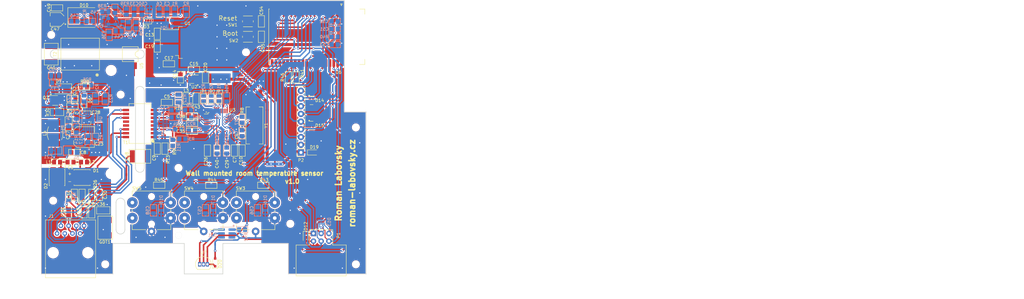
<source format=kicad_pcb>
(kicad_pcb (version 20221018) (generator pcbnew)
  (title_block (title "Wall mounted room temperature sensor") (date "2021-03-28") (rev "v1.0") (company "Roman Labovsky (roman-labovsky.cz)"))
  (layers (0 "F.Cu" signal) (31 "B.Cu" signal) (34 "B.Paste" user) (35 "F.Paste" user) (36 "B.SilkS" user "B.Silkscreen") (37 "F.SilkS" user "F.Silkscreen") (38 "B.Mask" user) (39 "F.Mask" user) (44 "Edge.Cuts" user))
  (net 0 "")
  (net 1 "Net-(C1-Pad1)")
  (net 2 "Net-(C1-Pad2)")
  (net 3 "Net-(C2-Pad1)")
  (net 4 "GND")
  (net 5 "+5V")
  (net 6 "Net-(U3-XI{slash}CLKIN)")
  (net 7 "Net-(C5-Pad1)")
  (net 8 "OTHER_+3V3")
  (net 9 "Net-(D4-K)")
  (net 10 "Net-(D4-A)")
  (net 11 "Net-(C9-Pad1)")
  (net 12 "Net-(C11-Pad1)")
  (net 13 "Net-(D5-CH3)")
  (net 14 "Net-(C12-Pad1)")
  (net 15 "Net-(D5-CH4)")
  (net 16 "Net-(U2-NR)")
  (net 17 "Net-(U3-1V20)")
  (net 18 "Net-(U1-NR)")
  (net 19 "Net-(U3-TOCAP)")
  (net 20 "SYS_+3V3")
  (net 21 "GNDREF")
  (net 22 "Net-(C22-Pad1)")
  (net 23 "Net-(U4-CTL)")
  (net 24 "Net-(D6-K)")
  (net 25 "Net-(U4-VB)")
  (net 26 "AVDD")
  (net 27 "Net-(C27-Pad1)")
  (net 28 "/TXCM")
  (net 29 "Net-(C30-Pad2)")
  (net 30 "Net-(D7-K)")
  (net 31 "Net-(C33-Pad1)")
  (net 32 "/RXCM")
  (net 33 "Net-(C34-Pad2)")
  (net 34 "GNDPWR")
  (net 35 "Net-(C36-Pad1)")
  (net 36 "Net-(C37-Pad1)")
  (net 37 "/P45")
  (net 38 "Net-(C39-Pad2)")
  (net 39 "/P78")
  (net 40 "Net-(C42-Pad2)")
  (net 41 "Net-(D9-K)")
  (net 42 "Net-(D9-FB)")
  (net 43 "Net-(C45-Pad1)")
  (net 44 "Net-(C46-Pad1)")
  (net 45 "POE_+5V")
  (net 46 "/EN")
  (net 47 "/IO0")
  (net 48 "/button1")
  (net 49 "/button2")
  (net 50 "/button3")
  (net 51 "Net-(D5-CH1)")
  (net 52 "Net-(D5-CH2)")
  (net 56 "USB_+5V")
  (net 57 "/RXD")
  (net 58 "/TXD")
  (net 59 "/DISPLAY_CLK")
  (net 60 "/DISPLAY_LED")
  (net 61 "/DISPLAY_DCRS")
  (net 62 "/DISPLAY_CS")
  (net 63 "/DISPLAY_RST")
  (net 64 "/DISPLAY_MOSI")
  (net 65 "Net-(J1-Pad3)")
  (net 66 "Net-(J1-Pad2)")
  (net 67 "Net-(J1-Pad6)")
  (net 68 "Net-(J1-Pad1)")
  (net 70 "Net-(D6-A)")
  (net 71 "Net-(D7-A)")
  (net 72 "Net-(D10-A)")
  (net 75 "/TX+")
  (net 76 "/TX-")
  (net 77 "/RX+")
  (net 78 "/RX-")
  (net 82 "/W5500_RST")
  (net 87 "Net-(R28-Pad2)")
  (net 88 "Net-(R29-Pad2)")
  (net 89 "/1wire_data")
  (net 90 "/W5500_CLK")
  (net 91 "/W5500_MISO")
  (net 92 "/W5500_MOSI")
  (net 93 "/W5500_CS")
  (net 99 "unconnected-(D21-Pad4)")
  (net 100 "Net-(U7-GND)")
  (net 101 "Net-(U7-DQ)")
  (net 102 "Net-(JP1-A)")
  (net 103 "Net-(JP2-A)")
  (net 104 "Net-(JP3-A)")
  (net 105 "Net-(Q1-G)")
  (net 106 "Net-(Q2-G)")
  (net 107 "Net-(Q2-S)")
  (net 108 "Net-(U3-XO)")
  (net 109 "Net-(U4-FRS)")
  (net 110 "Net-(U4-BLNK)")
  (net 111 "Net-(U4-CLS)")
  (net 112 "Net-(U4-DEN)")
  (net 113 "Net-(U3-EXRES1)")
  (net 114 "Net-(U4-GATE)")
  (net 115 "Net-(U6-IO2)")
  (net 156 "/NOT_CONNECTED")
  (footprint "capacitor_smd_rl:c_0805" (layer "F.Cu") (at 104.14 112.395 -90)
    (fp_text reference "C4")
    (fp_text value "18pF")
  )
  (footprint "capacitor_smd_rl:c_0805" (layer "F.Cu") (at 79.375 102.235)
    (fp_text reference "C5")
    (fp_text value "10nF/16V")
  )
  (footprint "capacitor_smd_rl:c_0805" (layer "F.Cu") (at 101.6 118.11 -90)
    (fp_text reference "C7")
    (fp_text value "10uF")
  )
  (footprint "capacitor_smd_rl:c_0805" (layer "F.Cu") (at 76.2 117.475 -90)
    (fp_text reference "C9")
    (fp_text value "22nF/16V")
  )
  (footprint "capacitor_smd_rl:c_0805" (layer "F.Cu") (at 104.14 118.11 -90)
    (fp_text reference "C10")
    (fp_text value "100nF")
  )
  (footprint "capacitor_smd_rl:c_0805" (layer "F.Cu") (at 76.2 79.675 -90)
    (fp_text reference "C13")
    (fp_text value "2.2uF/16V")
  )
  (footprint "capacitor_smd_rl:c_0805" (layer "F.Cu") (at 83.82 93.98 90)
    (fp_text reference "C14")
    (fp_text value "2.2uF/16V")
  )
  (footprint "capacitor_smd_rl:c_0805" (layer "F.Cu") (at 88.265 91.44)
    (fp_text reference "C15")
    (fp_text value "10nF/16V")
  )
  (footprint "capacitor_smd_rl:c_0805" (layer "F.Cu") (at 80.01 89.535)
    (fp_text reference "C17")
    (fp_text value "10nF/16V")
  )
  (footprint "capacitor_smd_rl:c_0805" (layer "F.Cu") (at 76.2 83.82 90)
    (fp_text reference "C19")
    (fp_text value "10uF/16V")
  )
  (footprint "capacitor_smd_rl:c_0805" (layer "F.Cu") (at 92.075 93.98 90)
    (fp_text reference "C20")
    (fp_text value "10uF/16V")
  )
  (footprint "capacitor_smd_rl:c_0805" (layer "F.Cu") (at 92.71 118.11 -90)
    (fp_text reference "C26")
    (fp_text value "100nF")
  )
  (footprint "capacitor_elec_smd_rl:c_elec_4x5.8" (layer "F.Cu") (at 52.07 107.315)
    (fp_text reference "C28")
    (fp_text value "10uF/16V")
  )
  (footprint "capacitor_smd_rl:c_0805" (layer "F.Cu") (at 99.06 118.11 -90)
    (fp_text reference "C29")
    (fp_text value "100nF")
  )
  (footprint "capacitor_smd_rl:c_0805" (layer "F.Cu") (at 87.63 109.22 180)
    (fp_text reference "C31")
    (fp_text value "100nF")
  )
  (footprint "capacitor_smd_rl:c_0805" (layer "F.Cu") (at 48.26 100.965 180)
    (fp_text reference "C32")
    (fp_text value "10nF/100V")
  )
  (footprint "capacitor_smd_rl:c_0805" (layer "F.Cu") (at 87.63 111.76 180)
    (fp_text reference "C35")
    (fp_text value "100nF")
  )
  (footprint "capacitor_smd_rl:c_0805" (layer "F.Cu") (at 87.63 106.68 180)
    (fp_text reference "C38")
    (fp_text value "100nF")
  )
  (footprint "capacitor_smd_rl:c_0805" (layer "F.Cu") (at 95.885 118.11 -90)
    (fp_text reference "C40")
    (fp_text value "100nF")
  )
  (footprint "capacitor_smd_rl:c_1812" (layer "F.Cu") (at 41.275 86.36 90)
    (fp_text reference "C41")
    (fp_text value "2200pF/2kV")
  )
  (footprint "capacitor_smd_rl:c_0805" (layer "F.Cu") (at 88.9 100.965 90)
    (fp_text reference "C43")
    (fp_text value "10uF")
  )
  (footprint "capacitor_elec_smd_rl:c_elec_4x5.8" (layer "F.Cu") (at 43.18 74.93 180)
    (fp_text reference "C47")
    (fp_text value "47uF/6,3V")
  )
  (footprint "capacitor_smd_rl:c_0805" (layer "F.Cu") (at 110.49 75.565 90)
    (fp_text reference "C54")
    (fp_text value "100nF")
  )
  (footprint "capacitor_smd_rl:c_0805" (layer "F.Cu") (at 110.49 80.645 90)
    (fp_text reference "C55")
    (fp_text value "100nF")
  )
  (footprint "package_dip_rl:mini_dip" (layer "F.Cu") (at 51.435 127)
    (fp_text reference "D1")
    (fp_text value "HD01-T")
  )
  (footprint "package_sod_rl:sod_323" (layer "F.Cu") (at 72.39 75.565 180)
    (fp_text reference "D3")
    (fp_text value "BAT60B")
  )
  (footprint "package_sod_rl:sod_123" (layer "F.Cu") (at 52.07 101.6 90)
    (fp_text reference "D6")
    (fp_text value "BAV16W-7")
  )
  (footprint "diode_smd_rl:sma" (layer "F.Cu") (at 44.45 97.79 180)
    (fp_text reference "D7")
    (fp_text value "MURA120")
  )
  (footprint "diode_smd_rl:smc_do_214ab" (layer "F.Cu") (at 52.07 74.295)
    (fp_text reference "D10")
    (fp_text value "SSC54-E3/57T")
  )
  (footprint "package_sod_rl:sod_323" (layer "F.Cu") (at 125.095 146.685 -90)
    (fp_text reference "D12")
    (fp_text value "SD05.TCT")
  )
  (footprint "package_dfn_rl:dfn_2510a_10" (layer "F.Cu") (at 127 101.6)
    (fp_text reference "D14")
    (fp_text value "PHDMI2AB4Z")
  )
  (footprint "package_dfn_rl:dfn_2510a_10" (layer "F.Cu") (at 127 109.855)
    (fp_text reference "D15")
    (fp_text value "PHDMI2AB4Z")
  )
  (footprint "package_sod_rl:sod_323" (layer "F.Cu") (at 127.635 118.745)
    (fp_text reference "D19")
    (fp_text value "SD05.TCT")
  )
  (footprint "solder_jumper_rl:solder_jumper_2_open_rect_1x1.5mm" (layer "F.Cu") (at 93.98 100.965 90)
    (fp_text reference "JP2")
    (fp_text value "solder_jumper_2_open_rect_1x1.5mm")
  )
  (footprint "solder_jumper_rl:solder_jumper_2_open_rect_1x1.5mm" (layer "F.Cu") (at 91.44 100.965 90)
    (fp_text reference "JP1")
    (fp_text value "solder_jumper_2_open_rect_1x1.5mm")
  )
  (footprint "inductor_smd_rl:ferrite_bead_0805" (layer "F.Cu") (at 85.725 100.965 -90)
    (fp_text reference "L3")
    (fp_text value "BLM21PG121SN1D")
  )
  (footprint "inductor_smd_rl:DO1608C-472ML" (layer "F.Cu") (at 42.545 112.395 90)
    (fp_text reference "L4")
    (fp_text value "DO1608C-472ML")
  )
  (footprint "resistor_smd_rl:r_0805" (layer "F.Cu") (at 104.14 107.95 -90)
    (fp_text reference "R8")
    (fp_text value "1M")
  )
  (footprint "resistor_smd_rl:r_0805" (layer "F.Cu") (at 81.28 115.57 90)
    (fp_text reference "R9")
    (fp_text value "49,9R")
  )
  (footprint "resistor_smd_rl:r_1206" (layer "F.Cu") (at 83.185 100.965 90)
    (fp_text reference "R10")
    (fp_text value "82R")
  )
  (footprint "resistor_smd_rl:r_0805" (layer "F.Cu") (at 78.74 117.475 90)
    (fp_text reference "R13")
    (fp_text value "10R")
  )
  (footprint "resistor_smd_rl:r_0805" (layer "F.Cu") (at 48.26 103.505 180)
    (fp_text reference "R27")
    (fp_text value "49,9k")
  )
  (footprint "resistor_smd_rl:r_0805" (layer "F.Cu") (at 52.07 97.155)
    (fp_text reference "R29")
    (fp_text value "49,9R")
  )
  (footprint "resistor_smd_rl:r_1206" (layer "F.Cu") (at 43.18 105.41)
    (fp_text reference "R30")
    (fp_text value "0,56R")
  )
  (footprint "resistor_smd_rl:r_0805" (layer "F.Cu") (at 121.92 93.98 90)
    (fp_text reference "R41")
    (fp_text value "10k")
  )
  (footprint "resistor_smd_rl:r_0805" (layer "F.Cu") (at 111.125 129.54)
    (fp_text reference "R43")
    (fp_text value "10k")
  )
  (footprint "resistor_smd_rl:r_0805" (layer "F.Cu") (at 93.98 129.54)
    (fp_text reference "R44")
    (fp_text value "10k")
  )
  (footprint "resistor_smd_rl:r_0805" (layer "F.Cu") (at 76.835 129.54)
    (fp_text reference "R45")
    (fp_text value "10k")
  )
  (footprint "microswitch_smd_rl:TVAF18BB" (layer "F.Cu") (at 106.045 75.565 180)
    (fp_text reference "SW1")
    (fp_text value "TVAF18BB")
  )
  (footprint "microswitch_smd_rl:TVAF18BB" (layer "F.Cu") (at 106.045 80.645 180)
    (fp_text reference "SW2")
    (fp_text value "TVAF18BB")
  )
  (footprint "microswitch_tht_rl:B3F-4150" (layer "F.Cu") (at 108.585 137.795)
    (fp_text reference "SW3")
    (fp_text value "B3F-4150")
  )
  (footprint "package_to_rl:to_263_5" (layer "F.Cu") (at 86.16 82.55)
    (fp_text reference "U1")
    (fp_text value "TPS79633KTTR")
  )
  (footprint "package_son_rl:son_8" (layer "F.Cu") (at 88.265 94.615 180)
    (fp_text reference "U2")
    (fp_text value "TPS7A8033DRBR")
  )
  (footprint "package_dip_smd_rl:dip_4" (layer "F.Cu") (at 67.31 86.36 -90)
    (fp_text reference "U5")
    (fp_text value "FOD817AS")
  )
  (footprint "crystal_smd_rl:ABLS2-25.000MHZ-D4YF-T" (layer "F.Cu") (at 108.204 109.855 -90)
    (fp_text reference "Y1")
    (fp_text value "ABLS2-25.000MHZ-D4YF-T - 25MHz")
  )
  (footprint "transformer_smd_rl:SM13126PEL" (layer "F.Cu") (at 70.485 109.22 180)
    (fp_text reference "T1")
    (fp_text value "SM13126PEL")
  )
  (footprint "capacitor_smd_rl:c_1206" (layer "F.Cu") (at 58.42 137.795)
    (fp_text reference "C36")
    (fp_text value "1nF/2kV")
  )
  (footprint "capacitor_smd_rl:c_1812" (layer "F.Cu") (at 70.485 120.015)
    (fp_text reference "C48")
    (fp_text value "4700pF/2kV")
  )
  (footprint "capacitor_smd_rl:c_0805" (layer "F.Cu") (at 48.895 132.715 -90)
    (fp_text reference "C34")
    (fp_text value "10nF/100V")
  )
  (footprint "capacitor_smd_rl:c_0805" (layer "F.Cu") (at 57.15 132.715 -90)
    (fp_text reference "C30")
    (fp_text value "10nF/100V")
  )
  (footprint "package_dip_rl:mini_dip" (layer "F.Cu") (at 43.18 127 -90)
    (fp_text reference "D2")
    (fp_text value "HD01-T")
  )
  (footprint "transformer_smd_rl:POE70P-50L" (layer "F.Cu") (at 50.8 86.36 90)
    (fp_text reference "T2")
    (fp_text value "POE70P-50L")
  )
  (footprint "capacitor_smd_rl:c_0805" (layer "F.Cu") (at 48.895 118.745)
    (fp_text reference "C8")
    (fp_text value "100nF/100V")
  )
  (footprint "capacitor_smd_rl:c_0805" (layer "F.Cu") (at 47.625 121.92)
    (fp_text reference "C1")
    (fp_text value "1nF/100V")
  )
  (footprint "inductor_smd_rl:ferrite_bead_0805" (layer "F.Cu") (at 43.18 121.92 180)
    (fp_text reference "L1")
    (fp_text value "MMZ2012R150A")
  )
  (footprint "inductor_smd_rl:ferrite_bead_0805" (layer "F.Cu") (at 52.07 121.92)
    (fp_text reference "L2")
    (fp_text value "MMZ2012R150A")
  )
  (footprint "capacitor_smd_rl:c_0805" (layer "F.Cu") (at 52.07 138.43 90)
    (fp_text reference "C42")
    (fp_text value "10nF/100V")
  )
  (footprint "capacitor_smd_rl:c_1206" (layer "F.Cu") (at 46.99 109.22 -90)
    (fp_text reference "C27")
    (fp_text value "1uF/100V")
  )
  (footprint "capacitor_elec_smd_rl:c_elec_6.3x7.7" (layer "F.Cu") (at 52.07 113.665)
    (fp_text reference "C23")
    (fp_text value "22uF/63V")
  )
  (footprint "package_sot_rl:tsot_23_6" (layer "F.Cu") (at 42.545 101.6)
    (fp_text reference "Q2")
    (fp_text value "FDC2512")
  )
  (footprint "capacitor_smd_rl:c_0805" (layer "F.Cu") (at 43.18 71.12)
    (fp_text reference "C49")
    (fp_text value "47uF/10V")
  )
  (footprint "microswitch_tht_rl:B3F-4150" (layer "F.Cu") (at 91.5 137.795)
    (fp_text reference "SW4")
    (fp_text value "B3F-4150")
  )
  (footprint "resistor_smd_rl:r_0805" (layer "F.Cu") (at 119.38 93.98 -90)
    (fp_text reference "R46")
    (fp_text value "10k")
  )
  (footprint "solder_jumper_rl:solder_jumper_2_open_rect_1x1.5mm" (layer "F.Cu") (at 96.52 100.965 90)
    (fp_text reference "JP3")
    (fp_text value "solder_jumper_2_open_rect_1x1.5mm")
  )
  (footprint "package_qfp_rl:lqfp_48" (layer "F.Cu") (at 96.52 109.22)
    (fp_text reference "U3")
    (fp_text value "W5500")
  )
  (footprint "microswitch_tht_rl:B3F-4150" (layer "F.Cu") (at 74.295 137.795)
    (fp_text reference "SW5")
    (fp_text value "B3F-4150")
  )
  (footprint "package_sod_rl:sod_323" (layer "F.Cu") (at 95.25 154.94 90)
    (fp_text reference "D20")
    (fp_text value "SD05.TCT")
  )
  (footprint "resistor_smd_rl:r_0805" (layer "F.Cu") (at 51.435 132.715 -90)
    (fp_text reference "R32")
    (fp_text value "75R")
  )
  (footprint "gass_discharge_tube_rl:2051-09-SM-RPLF" (layer "F.Cu") (at 59.055 143.51 -90)
    (fp_text reference "GDT1")
    (fp_text value "2051-09-SM-RPLF")
  )
  (footprint "resistor_smd_rl:r_0805" (layer "F.Cu") (at 54.61 132.715 -90)
    (fp_text reference "R26")
    (fp_text value "75R")
  )
  (footprint "esp32_module_rl:ESP32-WROVER-IE" (layer "F.Cu") (at 125.095 80.645 -90)
    (fp_text reference "U6")
    (fp_text value "ESP32-WROVER-IE")
  )
  (footprint "connector_idc_rl:2x3_MLW06A" (layer "F.Cu") (at 130.175 146.685 -90)
    (fp_text reference "P1")
    (fp_text value "2x3_MLW06A")
  )
  (footprint "package_to_rl:to_92_in_line" (layer "F.Cu") (at 91.44 155.575)
    (fp_text reference "U7")
    (fp_text value "DS18B20")
  )
  (footprint "connector_rj45_tht_rl:54601-908WPLF" (layer "F.Cu") (at 47.625 151.765)
    (fp_text reference "J1")
    (fp_text value "54601-908WPLF")
  )
  (footprint "capacitor_smd_rl:c_0805" (layer "F.Cu") (at 46.99 138.43 90)
    (fp_text reference "C39")
    (fp_text value "10nF/100V")
  )
  (footprint "resistor_smd_rl:r_0805" (layer "F.Cu") (at 54.61 138.43 -90)
    (fp_text reference "R35")
    (fp_text value "75R")
  )
  (footprint "connector_tht_pinsocket_2.54mm_rl:1x9_pinsocket_2.54mm_vertical_8.5mm" (layer "F.Cu") (at 123.515 118.745 180)
    (fp_text reference "P2")
    (fp_text value "DS1023-1-9S21")
  )
  (footprint "mounting_hole_rl:mounting_hole_2.2x4.4mm" (layer "F.Cu") (at 141.605 110.49)
    (fp_text reference "H4" hide)
    (fp_text value "mounting_hole_2.2x4.4mm" hide)
  )
  (footprint "mounting_hole_rl:mounting_hole_2.2x4.4mm" (layer "F.Cu") (at 59.055 155.575)
    (fp_text reference "H9" hide)
    (fp_text value "mounting_hole_2.2x4.4mm" hide)
  )
  (footprint "mounting_hole_rl:mounting_hole_2.2x4.4mm" (layer "F.Cu") (at 83.185 146.05)
    (fp_text reference "H7" hide)
    (fp_text value "mounting_hole_2.2x4.4mm" hide)
  )
  (footprint "mounting_hole_rl:mounting_hole_2.2x4.4mm" (layer "F.Cu") (at 120.015 142.24)
    (fp_text reference "H8" hide)
    (fp_text value "mounting_hole_2.2x4.4mm" hide)
  )
  (footprint "mounting_hole_rl:mounting_hole_2.2x4.4mm" (layer "F.Cu") (at 141.605 155.575)
    (fp_text reference "H10" hide)
    (fp_text value "mounting_hole_2.2x4.4mm" hide)
  )
  (footprint "mounting_hole_rl:mounting_hole_2.2x4.4mm" (layer "F.Cu") (at 41.275 80.01)
    (fp_text reference "H1" hide)
    (fp_text value "mounting_hole_2.2x4.4mm" hide)
  )
  (footprint "mounting_hole_rl:mounting_hole_3.2x5.5mm" (layer "F.Cu") (at 61 125.72)
    (fp_text reference "H12" hide)
    (fp_text value "mounting_hole_3.2x5.5mm" hide)
  )
  (footprint "mounting_hole_rl:mounting_hole_2.2x4.4mm" (layer "F.Cu") (at 64.135 99.695)
    (fp_text reference "H3" hide)
    (fp_text value "mounting_hole_2.2x4.4mm" hide)
  )
  (footprint "mounting_hole_rl:mounting_hole_2.2x4.4mm" (layer "F.Cu") (at 41.91 134.62)
    (fp_text reference "H6" hide)
    (fp_text value "mounting_hole_2.2x4.4mm" hide)
  )
  (footprint "mounting_hole_rl:mounting_hole_2.2x4.4mm" (layer "F.Cu") (at 83.185 123.825)
    (fp_text reference "H5" hide)
    (fp_text value "mounting_hole_2.2x4.4mm" hide)
  )
  (footprint "mounting_hole_rl:mounting_hole_3.2x5.5mm" (layer "F.Cu") (at 61 91.72)
    (fp_text reference "H11" hide)
    (fp_text value "mounting_hole_3.2x5.5mm" hide)
  )
  (footprint "mounting_hole_rl:mounting_hole_2.2x4.4mm" (layer "F.Cu") (at 105.41 85.725)
    (fp_text reference "H2" hide)
    (fp_text value "mounting_hole_2.2x4.4mm" hide)
  )
  (footprint "capacitor_smd_rl:c_0805" (layer "B.Cu") (at 79.375 72.39 90)
    (fp_text reference "C3")
    (fp_text value "22uF/25V")
  )
  (footprint "capacitor_smd_rl:c_0805" (layer "B.Cu") (at 76.835 72.39 90)
    (fp_text reference "C6")
    (fp_text value "1uF/16V")
  )
  (footprint "capacitor_smd_rl:c_0805" (layer "B.Cu") (at 81.915 107.188 180)
    (fp_text reference "C11")
    (fp_text value "6,8nF/16V")
  )
  (footprint "capacitor_smd_rl:c_0805" (layer "B.Cu") (at 81.915 104.775 180)
    (fp_text reference "C12")
    (fp_text value "6,8nF/16V")
  )
  (footprint "capacitor_smd_rl:c_0805" (layer "B.Cu") (at 99.06 118.11 -90)
    (fp_text reference "C16")
    (fp_text value "10nF")
  )
  (footprint "capacitor_smd_rl:c_0805" (layer "B.Cu") (at 95.885 118.11 -90)
    (fp_text reference "C18")
    (fp_text value "4,7uF")
  )
  (footprint "capacitor_smd_rl:c_0805" (layer "B.Cu") (at 48.895 100.965 -90)
    (fp_text reference "C22")
    (fp_text value "22nF/50V")
  )
  (footprint "capacitor_smd_rl:c_0805" (layer "B.Cu") (at 49.53 106.68 -90)
    (fp_text reference "C24")
    (fp_text value "0,22uF/25V")
  )
  (footprint "capacitor_smd_rl:c_0805" (layer "B.Cu") (at 52.07 100.965 90)
    (fp_text reference "C25")
    (fp_text value "100nF/50V")
  )
  (footprint "capacitor_smd_rl:c_0805" (layer "B.Cu") (at 68.58 72.39 90)
    (fp_text reference "C33")
    (fp_text value "1uF/16V")
  )
  (footprint "capacitor_smd_rl:c_0805" (layer "B.Cu") (at 63.5 78.74 180)
    (fp_text reference "C44")
    (fp_text value "100pF/50V")
  )
  (footprint "capacitor_smd_rl:c_0805" (layer "B.Cu") (at 59.055 72.39)
    (fp_text reference "C45")
    (fp_text value "8,2nF/50V")
  )
  (footprint "capacitor_smd_rl:c_0805" (layer "B.Cu") (at 48.895 75.565 180)
    (fp_text reference "C46")
    (fp_text value "680pF/25V")
  )
  (footprint "capacitor_smd_rl:c_0805" (layer "B.Cu") (at 71.12 72.39 90)
    (fp_text reference "C50")
    (fp_text value "47uF/10V")
  )
  (footprint "capacitor_smd_rl:c_0805" (layer "B.Cu") (at 134.62 78.105)
    (fp_text reference "C51")
    (fp_text value "22uF")
  )
  (footprint "capacitor_smd_rl:c_0805" (layer "B.Cu") (at 134.62 75.565)
    (fp_text reference "C52")
    (fp_text value "100nF")
  )
  (footprint "capacitor_smd_rl:c_0805" (layer "B.Cu") (at 134.62 83.185)
    (fp_text reference "C53")
    (fp_text value "1uF")
  )
  (footprint "capacitor_smd_rl:c_0805" (layer "B.Cu") (at 109.22 137.795 -90)
    (fp_text reference "C56")
    (fp_text value "100nF")
  )
  (footprint "capacitor_smd_rl:c_0805" (layer "B.Cu") (at 92.075 137.795 -90)
    (fp_text reference "C57")
    (fp_text value "100nF")
  )
  (footprint "capacitor_smd_rl:c_0805" (layer "B.Cu") (at 74.93 137.795 -90)
    (fp_text reference "C58")
    (fp_text value "100nF")
  )
  (footprint "package_sot_rl:sot_23_3" (layer "B.Cu") (at 59.055 75.565 180)
    (fp_text reference "D9")
    (fp_text value "TLV431ACDBZR")
  )
  (footprint "package_sod_rl:sod_323" (layer "B.Cu") (at 73.66 72.39 90)
    (fp_text reference "D11")
    (fp_text value "SD05.TCT")
  )
  (footprint "package_dfn_rl:dfn_2510a_10" (layer "B.Cu") (at 130.175 141.605 90)
    (fp_text reference "D13")
    (fp_text value "PHDMI2AB4Z")
  )
  (footprint "package_sod_rl:sod_323" (layer "B.Cu") (at 111.76 137.795 -90)
    (fp_text reference "D16")
    (fp_text value "SD05.TCT")
  )
  (footprint "package_sod_rl:sod_323" (layer "B.Cu") (at 94.615 137.795 -90)
    (fp_text reference "D17")
    (fp_text value "SD05.TCT")
  )
  (footprint "package_sod_rl:sod_323" (layer "B.Cu") (at 77.47 137.795 -90)
    (fp_text reference "D18")
    (fp_text value "SD05.TCT")
  )
  (footprint "package_sot_rl:sot_23_3" (layer "B.Cu") (at 80.01 76.2 180)
    (fp_text reference "Q1")
    (fp_text value "DMG2307L")
  )
  (footprint "resistor_smd_rl:r_0805" (layer "B.Cu") (at 81.915 72.39 90)
    (fp_text reference "R1")
    (fp_text value "100k")
  )
  (footprint "resistor_smd_rl:r_0805" (layer "B.Cu") (at 85.725 72.39 -90)
    (fp_text reference "R2")
    (fp_text value "100k")
  )
  (footprint "resistor_smd_rl:r_0805" (layer "B.Cu") (at 84.455 114.3 180)
    (fp_text reference "R3")
    (fp_text value "33")
  )
  (footprint "resistor_smd_rl:r_0805" (layer "B.Cu") (at 83.185 111.125 180)
    (fp_text reference "R4")
    (fp_text value "33")
  )
  (footprint "resistor_smd_rl:r_0805" (layer "B.Cu") (at 86.36 107.315 180)
    (fp_text reference "R5")
    (fp_text value "33")
  )
  (footprint "resistor_smd_rl:r_0805" (layer "B.Cu") (at 86.36 104.775 180)
    (fp_text reference "R6")
    (fp_text value "33")
  )
  (footprint "resistor_smd_rl:r_0805" (layer "B.Cu") (at 104.14 107.95 -90)
    (fp_text reference "R7")
    (fp_text value "0R")
  )
  (footprint "resistor_smd_rl:r_0805" (layer "B.Cu") (at 81.28 115.57 90)
    (fp_text reference "R11")
    (fp_text value "49,9R")
  )
  (footprint "resistor_smd_rl:r_1206" (layer "B.Cu") (at 83.185 100.965 90)
    (fp_text reference "R12")
    (fp_text value "82R")
  )
  (footprint "resistor_smd_rl:r_0805" (layer "B.Cu") (at 99.06 100.965 -90)
    (fp_text reference "R16")
    (fp_text value "10k")
  )
  (footprint "resistor_smd_rl:r_0805" (layer "B.Cu") (at 96.52 100.965 -90)
    (fp_text reference "R19")
    (fp_text value "10k")
  )
  (footprint "resistor_smd_rl:r_0805" (layer "B.Cu") (at 93.98 100.965 -90)
    (fp_text reference "R20")
    (fp_text value "10k")
  )
  (footprint "resistor_smd_rl:r_0805" (layer "B.Cu") (at 91.44 100.965 -90)
    (fp_text reference "R21")
    (fp_text value "10k")
  )
  (footprint "resistor_smd_rl:r_0805" (layer "B.Cu") (at 87.63 111.125 180)
    (fp_text reference "R22")
    (fp_text value "12,4k")
  )
  (footprint "resistor_smd_rl:r_0805" (layer "B.Cu") (at 59.055 100.965 90)
    (fp_text reference "R23")
    (fp_text value "499R")
  )
  (footprint "resistor_smd_rl:r_0805" (layer "B.Cu") (at 55.88 100.965 90)
    (fp_text reference "R24")
    (fp_text value "2k")
  )
  (footprint "resistor_smd_rl:r_0805" (layer "B.Cu") (at 53.34 96.52 180)
    (fp_text reference "R25")
    (fp_text value "49,9R")
  )
  (footprint "resistor_smd_rl:r_0805" (layer "B.Cu") (at 69.215 76.835 -90)
    (fp_text reference "R28")
    (fp_text value "1k")
  )
  (footprint "resistor_smd_rl:r_0805" (layer "B.Cu") (at 66.675 76.835 90)
    (fp_text reference "R31")
    (fp_text value "10k")
  )
  (footprint "resistor_smd_rl:r_1206" (layer "B.Cu") (at 42.545 93.345 180)
    (fp_text reference "R33")
    (fp_text value "82R/0,5W")
  )
  (footprint "resistor_smd_rl:r_0805" (layer "B.Cu") (at 60.325 80.01 90)
    (fp_text reference "R36")
    (fp_text value "19,1k")
  )
  (footprint "resistor_smd_rl:r_0805" (layer "B.Cu") (at 53.975 75.565 180)
    (fp_text reference "R37")
    (fp_text value "20R")
  )
  (footprint "resistor_smd_rl:r_0805" (layer "B.Cu") (at 62.23 71.755 90)
    (fp_text reference "R38")
    (fp_text value "41,2k")
  )
  (footprint "resistor_smd_rl:r_0805" (layer "B.Cu") (at 66.04 72.39 90)
    (fp_text reference "R39")
    (fp_text value "13,3k")
  )
  (footprint "resistor_smd_rl:r_0805" (layer "B.Cu") (at 134.62 80.645)
    (fp_text reference "R40")
    (fp_text value "10k")
  )
  (footprint "resistor_smd_rl:r_0805" (layer "B.Cu") (at 104.14 144.145 180)
    (fp_text reference "R42")
    (fp_text value "4,7k")
  )
  (footprint "package_tssop_rl:tssop_14" (layer "B.Cu") (at 53.975 107.823 -90)
    (fp_text reference "U4")
    (fp_text value "TPS23753A")
  )
  (footprint "package_dfn_rl:dfn_2510a_10" (layer "B.Cu") (at 78.74 109.22)
    (fp_text reference "D5")
    (fp_text value "PHDMI2AB4Z")
  )
  (footprint "resistor_smd_rl:r_0805" (layer "B.Cu") (at 55.88 114.3 -90)
    (fp_text reference "R18")
    (fp_text value "24k9")
  )
  (footprint "resistor_smd_rl:r_0805" (layer "B.Cu") (at 46.99 111.125 90)
    (fp_text reference "R15")
    (fp_text value "80,6k")
  )
  (footprint "resistor_smd_rl:r_0805" (layer "B.Cu") (at 49.53 111.125 90)
    (fp_text reference "R14")
    (fp_text value "59k")
  )
  (footprint "diode_smd_rl:do_214ac" (layer "B.Cu") (at 49.53 118.11)
    (fp_text reference "D4")
    (fp_text value "SMAJ58A")
  )
  (footprint "resistor_smd_rl:r_0805" (layer "B.Cu") (at 46.99 133.35 90)
    (fp_text reference "R34")
    (fp_text value "75R")
  )
  (footprint "capacitor_smd_rl:c_0805" (layer "B.Cu") (at 42.545 95.885)
    (fp_text reference "C37")
    (fp_text value "330pF/200V")
  )
  (footprint "resistor_smd_rl:r_0805" (layer "B.Cu") (at 53.34 114.3 -90)
    (fp_text reference "R17")
    (fp_text value "1,27k")
  )
  (footprint "package_tsoc_rl:tsoc_6" (layer "B.Cu") (at 99.06 145.415 180)
    (fp_text reference "D21")
    (fp_text value "DS9503_us")
  )
  (footprint "capacitor_smd_rl:c_0805" (layer "B.Cu") (at 104.14 112.395 -90)
    (fp_text reference "C2")
    (fp_text value "18pF")
  )
  (footprint "package_sot_rl:sot_23_3" (layer "B.Cu") (at 63.5 75.565)
    (fp_text reference "D8")
    (fp_text value "BAV99LT1G")
  )
  (footprint "capacitor_smd_rl:c_1206" (layer "B.Cu") (at 42.545 118.11)
    (fp_text reference "C21")
    (fp_text value "1uF/100V")
  )
  (gr_line (start 59.436 70.739) (end 61.214 70.739) (stroke (width 0.16)) (layer "B.SilkS"))
  (gr_line (start 61.595 148.72) (end 85.09 148.72) (stroke (width 0.2)) (layer "Edge.Cuts"))
  (gr_line (start 38 68.72) (end 38 158.75) (stroke (width 0.2)) (layer "Edge.Cuts"))
  (gr_line (start 38 68.72) (end 137.795 68.72) (stroke (width 0.2)) (layer "Edge.Cuts"))
  (gr_line (start 69.025 123.825) (end 69.025 98.425) (stroke (width 0.2)) (layer "Edge.Cuts"))
  (gr_line (start 71.925 98.425) (end 71.925 123.825) (stroke (width 0.2)) (layer "Edge.Cuts"))
  (gr_arc (start 65.532 144.145) (mid 64.0715 145.6055) (end 62.611 144.145) (stroke (width 0.2)) (layer "Edge.Cuts"))
  (gr_line (start 62.611 144.145) (end 62.611 135.255) (stroke (width 0.2)) (layer "Edge.Cuts"))
  (gr_line (start 65.532 135.255) (end 65.532 144.145) (stroke (width 0.2)) (layer "Edge.Cuts"))
  (gr_arc (start 62.611 135.255) (mid 64.0715 133.7945) (end 65.532 135.255) (stroke (width 0.2)) (layer "Edge.Cuts"))
  (gr_line (start 97.79 158.75) (end 85.09 158.75) (stroke (width 0.2)) (layer "Edge.Cuts"))
  (gr_line (start 97.79 158.75) (end 97.79 148.72) (stroke (width 0.2)) (layer "Edge.Cuts"))
  (gr_line (start 97.79 148.72) (end 119.38 148.72) (stroke (width 0.2)) (layer "Edge.Cuts"))
  (gr_line (start 145 158.75) (end 145 148.72) (stroke (width 0.2)) (layer "Edge.Cuts"))
  (gr_line (start 145 158.75) (end 119.38 158.75) (stroke (width 0.2)) (layer "Edge.Cuts"))
  (gr_line (start 119.38 158.75) (end 119.38 148.72) (stroke (width 0.2)) (layer "Edge.Cuts"))
  (gr_line (start 61.595 158.75) (end 61.595 148.72) (stroke (width 0.2)) (layer "Edge.Cuts"))
  (gr_circle (center 59.055 155.575) (end 60.155 155.575) (stroke (width 0.05)) (fill none) (layer "Edge.Cuts"))
  (gr_circle (center 83.185 123.825) (end 84.285 123.825) (stroke (width 0.05)) (fill none) (layer "Edge.Cuts"))
  (gr_circle (center 41.91 134.62) (end 43.01 134.62) (stroke (width 0.05)) (fill none) (layer "Edge.Cuts"))
  (gr_circle (center 64.135 99.695) (end 65.235 99.695) (stroke (width 0.05)) (fill none) (layer "Edge.Cuts"))
  (gr_circle (center 105.41 85.725) (end 106.51 85.725) (stroke (width 0.05)) (fill none) (layer "Edge.Cuts"))
  (gr_circle (center 41.275 80.01) (end 42.375 80.01) (stroke (width 0.05)) (fill none) (layer "Edge.Cuts"))
  (gr_circle (center 141.605 155.575) (end 142.705 155.575) (stroke (width 0.05)) (fill none) (layer "Edge.Cuts"))
  (gr_circle (center 141.605 110.49) (end 142.705 110.49) (stroke (width 0.05)) (fill none) (layer "Edge.Cuts"))
  (gr_circle (center 83.185 146.05) (end 84.285 146.05) (stroke (width 0.05)) (fill none) (layer "Edge.Cuts"))
  (gr_line (start 145 105.41) (end 145 148.72) (stroke (width 0.2)) (layer "Edge.Cuts"))
  (gr_arc (start 69.025 98.425) (mid 70.475 96.975) (end 71.925 98.425) (stroke (width 0.2)) (layer "Edge.Cuts"))
  (gr_line (start 42.418 84.9) (end 70.485 84.9) (stroke (width 0.2)) (layer "Edge.Cuts"))
  (gr_line (start 137.795 105.41) (end 137.795 68.72) (stroke (width 0.2)) (layer "Edge.Cuts"))
  (gr_line (start 38 158.75) (end 61.595 158.75) (stroke (width 0.2)) (layer "Edge.Cuts"))
  (gr_line (start 70.485 87.8) (end 42.418 87.8) (stroke (width 0.2)) (layer "Edge.Cuts"))
  (gr_arc (start 42.418 87.8) (mid 40.968 86.35) (end 42.418 84.9) (stroke (width 0.2)) (layer "Edge.Cuts"))
  (gr_arc (start 71.925 123.825) (mid 70.475 125.275) (end 69.025 123.825) (stroke (width 0.2)) (layer "Edge.Cuts"))
  (gr_line (start 145 105.41) (end 137.795 105.41) (stroke (width 0.2)) (layer "Edge.Cuts"))
  (gr_line (start 85.09 158.75) (end 85.09 148.72) (stroke (width 0.2)) (layer "Edge.Cuts"))
  (gr_arc (start 70.485 84.9) (mid 71.935 86.35) (end 70.485 87.8) (stroke (width 0.2)) (layer "Edge.Cuts"))
  (gr_text "Wall mounted room temperature sensor" (at 108.204 125.603) (layer "F.SilkS") (effects (font (size 1.5 1.5) (thickness 0.375))))
  (gr_text "Roman Labovsky" (at 135.89 128.905 90) (layer "F.SilkS") (effects (font (size 2 2) (thickness 0.5))))
  (gr_text "roman-labovsky.cz" (at 140.335 128.905 90) (layer "F.SilkS") (effects (font (size 2 2) (thickness 0.5))))
  (gr_text "Reset" (at 99.441 74.549) (layer "F.SilkS") (effects (font (size 1.5 1.5) (thickness 0.2))))
  (gr_text "Boot" (at 100.203 79.502) (layer "F.SilkS") (effects (font (size 1.5 1.5) (thickness 0.2))))
  (gr_text "v1.0" (at 120.65 128.27) (layer "F.SilkS") (effects (font (size 1.5 1.5) (thickness 0.375))))
  (segment (start 44.45 122.22) (end 44.15 121.92) (width 0.45) (layer "F.Cu") (net 1))
  (segment (start 47.705 124.5) (end 48.935 125.73) (width 0.5) (layer "F.Cu") (net 1))
  (segment (start 44.45 124.5) (end 44.45 122.22) (width 0.5) (layer "F.Cu") (net 1))
  (segment (start 44.15 121.92) (end 46.655 121.92) (width 0.5) (layer "F.Cu") (net 1))
  (segment (start 44.45 124.5) (end 47.705 124.5) (width 0.5) (layer "F.Cu") (net 1))
  (segment (start 48.935 128.27) (end 50.165 128.27) (width 0.5) (layer "F.Cu") (net 2))
  (segment (start 48.935 128.27) (end 48.26 128.27) (width 0.45) (layer "F.Cu") (net 2))
  (segment (start 48.26 128.27) (end 46.355 126.365) (width 0.5) (layer "F.Cu") (net 2))
  (segment (start 41.91 125.73) (end 41.91 124.5) (width 0.5) (layer "F.Cu") (net 2))
  (segment (start 42.545 126.365) (end 41.91 125.73) (width 0.5) (layer "F.Cu") (net 2))
  (segment (start 50.8 122.22) (end 51.1 121.92) (width 0.45) (layer "F.Cu") (net 2))
  (segment (start 50.8 127.635) (end 50.8 122.22) (width 0.5) (layer "F.Cu") (net 2))
  (segment (start 50.165 128.27) (end 50.8 127.635) (width 0.5) (layer "F.Cu") (net 2))
  (segment (start 46.355 126.365) (end 42.545 126.365) (width 0.5) (layer "F.Cu") (net 2))
  (segment (start 48.595 121.92) (end 51.1 121.92) (width 0.5) (layer "F.Cu") (net 2))
  (segment (start 106.045 108.585) (end 106.68 108.585) (width 0.5) (layer "F.Cu") (net 3))
  (segment (start 106.68 108.585) (end 107.95 107.315) (width 0.5) (layer "F.Cu") (net 3))
  (segment (start 107.95 107.315) (end 107.95 105.105) (width 0.45) (layer "F.Cu") (net 3))
  (via (at 106.045 108.585) (size 0.8) (drill 0.4) (layers "F.Cu" "B.Cu") (net 3))
  (segment (start 105.41 109.855) (end 104.14 109.855) (width 0.5) (layer "B.Cu") (net 3))
  (segment (start 106.045 108.585) (end 106.045 109.22) (width 0.5) (layer "B.Cu") (net 3))
  (segment (start 106.045 109.22) (end 105.41 109.855) (width 0.5) (layer "B.Cu") (net 3))
  (segment (start 104.14 108.92) (end 104.14 109.855) (width 0.5) (layer "B.Cu") (net 3))
  (segment (start 104.14 109.855) (end 104.14 111.425) (width 0.5) (layer "B.Cu") (net 3))
  (segment (start 88.9 97.155) (end 88.9 97.155) (width 1) (layer "F.Cu") (net 4))
  (segment (start 88.475001 92.920001) (end 89.235 92.160002) (width 1) (layer "F.Cu") (net 4))
  (segment (start 62.865 71.755) (end 85.09 71.755) (width 1) (layer "F.Cu") (net 4))
  (segment (start 128.905 114.935) (end 128.905 116.205) (width 0.5) (layer "F.Cu") (net 4))
  (segment (start 76.2 81.915) (end 76.2 80.645) (width 1) (layer "F.Cu") (net 4))
  (segment (start 85.725 90.17) (end 88.9 90.17) (width 0.5) (layer "F.Cu") (net 4))
  (segment (start 88.265 71.755) (end 89.535 71.755) (width 1) (layer "F.Cu") (net 4))
  (segment (start 123.19 139.7) (end 126.6825 136.2075) (width 0.5) (layer "F.Cu") (net 4))
  (segment (start 99.06 120.65) (end 101.6 120.65) (width 0.5) (layer "F.Cu") (net 4))
  (segment (start 111.125 95.25) (end 117.475 101.6) (width 1) (layer "F.Cu") (net 4))
  (segment (start 93.98 100.203) (end 93.98 99.06) (width 0.5) (layer "F.Cu") (net 4))
  (segment (start 104.14 114.3) (end 106.045 116.205) (width 0.5) (layer "F.Cu") (net 4))
  (segment (start 85.09 110.49) (end 85.09 111.76) (width 0.5) (layer "F.Cu") (net 4))
  (segment (start 104.17 74.565) (end 102.505 74.565) (width 0.5) (layer "F.Cu") (net 4))
  (segment (start 89.235 92.160002) (end 89.235 91.44) (width 1) (layer "F.Cu") (net 4))
  (segment (start 42.21 71.12) (end 42.21 70.399998) (width 1) (layer "F.Cu") (net 4))
  (segment (start 89.535 99.06) (end 90.17 99.06) (width 0.5) (layer "F.Cu") (net 4))
  (segment (start 89.235 91.105) (end 89.235 91.44) (width 0.37) (layer "F.Cu") (net 4))
  (segment (start 101.6 119.08) (end 101.6 120.015) (width 0.45) (layer "F.Cu") (net 4))
  (segment (start 136.940001 73.440001) (end 136.940001 72.090001) (width 1) (layer "F.Cu") (net 4))
  (segment (start 49.55 78.125) (end 48.835 77.41) (width 1) (layer "F.Cu") (net 4))
  (segment (start 89.535 91.14) (end 89.235 91.44) (width 1) (layer "F.Cu") (net 4))
  (segment (start 45.900001 69.669999) (end 46.809999 69.669999) (width 1) (layer "F.Cu") (net 4))
  (segment (start 126.46 109.855) (end 127.54 109.855) (width 0.3) (layer "F.Cu") (net 4))
  (segment (start 102.235 111.125) (end 102.235 113.03) (width 0.5) (layer "F.Cu") (net 4))
  (segment (start 83.82 93.01) (end 83.82 92.075) (width 0.5) (layer "F.Cu") (net 4))
  (segment (start 104.17 79.645) (end 102.479613 79.645) (width 0.5) (layer "F.Cu") (net 4))
  (segment (start 128.905 127.635) (end 128.905 120.015) (width 0.5) (layer "F.Cu") (net 4))
  (segment (start 90.805 106.9675) (end 90.805 104.775) (width 0.5) (layer "F.Cu") (net 4))
  (segment (start 86.66 109.22) (end 85.09 109.22) (width 0.5) (layer "F.Cu") (net 4))
  (segment (start 90.17 102.87) (end 90.17 100.33) (width 0.5) (layer "F.Cu") (net 4))
  (segment (start 72.985 120.015) (end 76.2 120.015) (width 0.5) (layer "F.Cu") (net 4))
  (segment (start 45.900001 69.669999) (end 60.779999 69.669999) (width 1) (layer "F.Cu") (net 4))
  (segment (start 104.17 71.785) (end 104.14 71.755) (width 0.5) (layer "F.Cu") (net 4))
  (segment (start 89.535 82.55) (end 89.535 90.17) (width 1) (layer "F.Cu") (net 4))
  (segment (start 93.4875 104.775) (end 93.77 105.0575) (width 0.3) (layer "F.Cu") (net 4))
  (segment (start 99.06 120.65) (end 99.06 120.015) (width 0.5) (layer "F.Cu") (net 4))
  (segment (start 126.46 101.6) (end 127.54 101.6) (width 0.3) (layer "F.Cu") (net 4))
  (segment (start 90.17 100.33) (end 90.17 99.06) (width 0.5) (layer "F.Cu") (net 4))
  (segment (start 102.479613 78.349613) (end 102.479613 74.539613) (width 0.5) (layer "F.Cu") (net 4))
  (segment (start 85.09 109.22) (end 85.09 109.728) (width 0.5) (layer "F.Cu") (net 4))
  (segment (start 128.905 116.205) (end 128.905 118.745) (width 0.5) (layer "F.Cu") (net 4))
  (segment (start 85.205001 110.374999) (end 85.09 110.49) (width 0.3) (layer "F.Cu") (net 4))
  (segment (start 90.805 103.505) (end 90.17 102.87) (width 0.5) (layer "F.Cu") (net 4))
  (segment (start 104.775 71.755) (end 106.045 71.755) (width 1) (layer "F.Cu") (net 4))
  (segment (start 49.55 79.47) (end 49.55 78.125) (width 1) (layer "F.Cu") (net 4))
  (segment (start 104.14 113.365) (end 104.14 114.3) (width 0.5) (layer "F.Cu") (net 4))
  (segment (start 136.940001 76.419999) (end 136.940001 73.440001) (width 1) (layer "F.Cu") (net 4))
  (segment (start 42.21 72.725) (end 41.38 73.555) (width 1) (layer "F.Cu") (net 4))
  (segment (start 107.95 71.755) (end 109.855 69.85) (width 1) (layer "F.Cu") (net 4))
  (segment (start 90.805 104.775) (end 90.805 103.505) (width 0.5) (layer "F.Cu") (net 4))
  (segment (start 88.9 90.17) (end 89.535 90.17) (width 0.5) (layer "F.Cu") (net 4))
  (segment (start 95.27 115.316) (end 95.25 115.316) (width 0.3) (layer "F.Cu") (net 4))
  (segment (start 128.905 114.935) (end 128.905 109.855) (width 0.5) (layer "F.Cu") (net 4))
  (segment (start 80.98 89.535) (end 82.55 89.535) (width 0.5) (layer "F.Cu") (net 4))
  (segment (start 95.27 113.3825) (end 95.27 115.316) (width 0.3) (layer "F.Cu") (net 4))
  (segment (start 136.940001 70.265001) (end 136.940001 73.440001) (width 1) (layer "F.Cu") (net 4))
  (segment (start 116.54 94.95) (end 115.57 93.98) (width 0.5) (layer "F.Cu") (net 4))
  (segment (start 123.19 147.32) (end 123.19 139.7) (width 0.5) (layer "F.Cu") (net 4))
  (segment (start 102.87 97.155) (end 88.9 97.155) (width 1) (layer "F.Cu") (net 4))
  (segment (start 85.09 111.76) (end 85.09 114.3) (width 0.5) (layer "F.Cu") (net 4))
  (segment (start 42.545 76.835) (end 43.18 76.835) (width 1) (layer "F.Cu") (net 4))
  (segment (start 102.235 110.4725) (end 102.235 111.125) (width 0.3) (layer "F.Cu") (net 4))
  (segment (start 94.234 116.332) (end 94.234 120.65) (width 0.3) (layer "F.Cu") (net 4))
  (segment (start 136.940001 82.769999) (end 136.940001 76.419999) (width 1) (layer "F.Cu") (net 4))
  (segment (start 41.38 74.93) (end 41.38 75.67) (width 1) (layer "F.Cu") (net 4))
  (segment (start 92.3575 110.47) (end 90.625002 110.47) (width 0.3) (layer "F.Cu") (net 4))
  (segment (start 136.940001 89.199999) (end 136.940001 82.769999) (width 1) (layer "F.Cu") (net 4))
  (segment (start 106.045 118.375) (end 105.34 119.08) (width 0.5) (layer "F.Cu") (net 4))
  (segment (start 85.09 109.728) (end 85.09 110.49) (width 0.5) (layer "F.Cu") (net 4))
  (segment (start 96.52 100.203) (end 96.52 99.695) (width 0.45) (layer "F.Cu") (net 4))
  (segment (start 101.6 120.65) (end 103.505 120.65) (width 0.5) (layer "F.Cu") (net 4))
  (segment (start 48.835 77.41) (end 48.2 77.41) (width 1) (layer "F.Cu") (net 4))
  (segment (start 105.34 119.08) (end 104.14 119.08) (width 0.5) (layer "F.Cu") (net 4))
  (segment (start 94.615 120.65) (end 97.79 120.65) (width 0.5) (layer "F.Cu") (net 4))
  (segment (start 42.21 71.12) (end 42.21 72.725) (width 1) (layer "F.Cu") (net 4))
  (segment (start 88.265 96.52) (end 88.265 94.615) (width 1) (layer "F.Cu") (net 4))
  (segment (start 76.835 82.55) (end 76.2 81.915) (width 1) (layer "F.Cu") (net 4))
  (segment (start 110.49 79.675) (end 110.49 79.375) (width 0.5) (layer "F.Cu") (net 4))
  (segment (start 45.19 81.81) (end 45.19 77.365) (width 0.5) (layer "F.Cu") (net 4))
  (segment (start 128.905 133.985) (end 128.905 127.635) (width 0.5) (layer "F.Cu") (net 4))
  (segment (start 126.6825 136.2075) (end 128.905 133.985) (width 0.5) (layer "F.Cu") (net 4))
  (segment (start 119.09 70.195) (end 118.745 69.85) (width 0.45) (layer "F.Cu") (net 4))
  (segment (start 89.535 71.755) (end 101.6 71.755) (width 1) (layer "F.Cu") (net 4))
  (segment (start 80.385 82.55) (end 89.535 82.55) (width 1) (layer "F.Cu") (net 4))
  (segment (start 86.995 85.09) (end 89.535 82.55) (width 0.45) (layer "F.Cu") (net 4))
  (segment (start 109.464613 78.349613) (end 102.479613 78.349613) (width 0.5) (layer "F.Cu") (net 4))
  (segment (start 80.645 109.22) (end 80.645 102.535) (width 0.5) (layer "F.Cu") (net 4))
  (segment (start 89.7509 93.631599) (end 90.372499 93.01) (width 0.3) (layer "F.Cu") (net 4))
  (segment (start 47.565 77.41) (end 47.05 77.41) (width 1) (layer "F.Cu") (net 4))
  (segment (start 100.6825 109.97) (end 101.7325 109.97) (width 0.3) (layer "F.Cu") (net 4))
  (segment (start 42.939999 69.669999) (end 45.900001 69.669999) (width 1) (layer "F.Cu") (net 4))
  (segment (start 88.9 99.695) (end 89.535 99.06) (width 0.5) (layer "F.Cu") (net 4))
  (segment (start 43.14 83.86) (end 45.19 81.81) (width 0.5) (layer "F.Cu") (net 4))
  (segment (start 101.7325 109.97) (end 102.235 110.4725) (width 0.3) (layer "F.Cu") (net 4))
  (segment (start 95.25 151.13) (end 95.25 153.035) (width 0.5) (layer "F.Cu") (net 4))
  (segment (start 92.075 93.01) (end 90.372499 93.01) (width 0.5) (layer "F.Cu") (net 4))
  (segment (start 96.52 99.06) (end 97.79 99.06) (width 0.5) (layer "F.Cu") (net 4))
  (segment (start 85.09 71.755) (end 86.995 71.755) (width 1) (layer "F.Cu") (net 4))
  (segment (start 60.779999 69.669999) (end 62.865 71.755) (width 1) (layer "F.Cu") (net 4))
  (segment (start 86.370332 104.764668) (end 85.09 106.045) (width 0.5) (layer "F.Cu") (net 4))
  (segment (start 102.505 74.565) (end 102.479613 74.539613) (width 0.5) (layer "F.Cu") (net 4))
  (segment (start 91.44 100.203) (end 91.44 99.06) (width 0.5) (layer "F.Cu") (net 4))
  (segment (start 76.2 120.015) (end 76.2 118.445) (width 0.5) (layer "F.Cu") (net 4))
  (segment (start 91.775 119.08) (end 91.44 118.745) (width 0.3) (layer "F.Cu") (net 4))
  (segment (start 104.14 119.08) (end 104.14 119.38) (width 0.3) (layer "F.Cu") (net 4))
  (segment (start 110.49 69.85) (end 118.745 69.85) (width 1) (layer "F.Cu") (net 4))
  (segment (start 90.625002 110.47) (end 90.530001 110.374999) (width 0.3) (layer "F.Cu") (net 4))
  (segment (start 102.57 113.365) (end 102.235 113.03) (width 0.5) (layer "F.Cu") (net 4))
  (segment (start 92.075 92.075) (end 92.075 93.01) (width 0.5) (layer "F.Cu") (net 4))
  (segment (start 123.515 115.99) (end 128.69 115.99) (width 0.5) (layer "F.Cu") (net 4))
  (segment (start 95.885 120.65) (end 95.885 120.015) (width 0.5) (layer "F.Cu") (net 4))
  (segment (start 110.49 74.595) (end 110.49 69.85) (width 0.5) (layer "F.Cu") (net 4))
  (segment (start 85.09 114.3) (end 85.725 114.935) (width 0.5) (layer "F.Cu") (net 4))
  (segment (start 43.18 76.835) (end 43.755 77.41) (width 1) (layer "F.Cu") (net 4))
  (segment (start 97.79 99.06) (end 98.425 98.425) (width 0.5) (layer "F.Cu") (net 4))
  (segment (start 127.635 147.955) (end 125.095 147.955) (width 0.5) (layer "F.Cu") (net 4))
  (segment (start 88.910332 104.764668) (end 86.370332 104.764668) (width 0.5) (layer "F.Cu") (net 4))
  (segment (start 48.2 77.41) (end 47.565 77.41) (width 1) (layer "F.Cu") (net 4))
  (segment (start 91.44 120.65) (end 92.71 120.65) (width 0.5) (layer "F.Cu") (net 4))
  (segment (start 103.9 79.375) (end 104.17 79.645) (width 0.45) (layer "F.Cu") (net 4))
  (segment (start 88.265 93.130002) (end 88.475001 92.920001) (width 1) (layer "F.Cu") (net 4))
  (segment (start 92.71 119.08) (end 91.775 119.08) (width 0.3) (layer "F.Cu") (net 4))
  (segment (start 96.52 100.203) (end 96.52 99.06) (width 0.5) (layer "F.Cu") (net 4))
  (segment (start 109.855 95.25) (end 111.125 95.25) (width 1) (layer "F.Cu") (net 4))
  (segment (start 119.38 94.95) (end 116.54 94.95) (width 0.5) (layer "F.Cu") (net 4))
  (segment (start 41.91 83.86) (end 43.14 83.86) (width 0.5) (layer "F.Cu") (net 4))
  (segment (start 110.49 79.375) (end 109.464613 78.349613) (width 0.5) (layer "F.Cu") (net 4))
  (segment (start 89.235 91.44) (end 89.235 90.505) (width 0.45) (layer "F.Cu") (net 4))
  (segment (start 41.38 73.555) (end 41.38 74.93) (width 1) (layer "F.Cu") (net 4))
  (segment (start 136.525 69.85) (end 136.940001 70.265001) (width 1) (layer "F.Cu") (net 4))
  (segment (start 119.09 70.14) (end 119.38 69.85) (width 1) (layer "F.Cu") (net 4))
  (segment (start 89.235 91.44) (end 91.44 91.44) (width 0.5) (layer "F.Cu") (net 4))
  (segment (start 42.21 70.399998) (end 42.939999 69.669999) (width 1) (layer "F.Cu") (net 4))
  (segment (start 136.87 70.195) (end 136.525 69.85) (width 1) (layer "F.Cu") (net 4))
  (segment (start 89.7509 93.64) (end 89.7509 93.631599) (width 0.3) (layer "F.Cu") (net 4))
  (segment (start 125.095 147.955) (end 123.825 147.955) (width 0.5) (layer "F.Cu") (net 4))
  (segment (start 118.53 115.99) (end 118.53 115.99) (width 1) (layer "F.Cu") (net 4))
  (segment (start 89.535 82.55) (end 89.535 77.47) (width 1) (layer "F.Cu") (net 4))
  (segment (start 97.536 118.745) (end 97.536 120.65) (width 0.3) (layer "F.Cu") (net 4))
  (segment (start 102.479613 85.334613) (end 102.479613 79.645) (width 0.5) (layer "F.Cu") (net 4))
  (segment (start 89.535 82.55) (end 89.535 71.755) (width 1) (layer "F.Cu") (net 4))
  (segment (start 128.27 101.6) (end 128.905 102.235) (width 0.3) (layer "F.Cu") (net 4))
  (segment (start 97.536 116.205) (end 97.536 118.745) (width 0.3) (layer "F.Cu") (net 4))
  (segment (start 89.535 82.55) (end 92.075 82.55) (width 0.45) (layer "F.Cu") (net 4))
  (segment (start 90.17 99.06) (end 91.44 99.06) (width 0.5) (layer "F.Cu") (net 4))
  (segment (start 117.475 101.6) (end 117.475 114.935) (width 1) (layer "F.Cu") (net 4))
  (segment (start 86.66 111.76) (end 85.09 111.76) (width 0.5) (layer "F.Cu") (net 4))
  (segment (start 107.95 93.98) (end 102.479613 88.509613) (width 0.5) (layer "F.Cu") (net 4))
  (segment (start 105.41 99.695) (end 102.87 97.155) (width 1) (layer "F.Cu") (net 4))
  (segment (start 109.855 69.85) (end 110.49 69.85) (width 1) (layer "F.Cu") (net 4))
  (segment (start 127.54 101.6) (end 128.27 101.6) (width 0.3) (layer "F.Cu") (net 4))
  (segment (start 95.885 119.08) (end 95.885 120.015) (width 0.5) (layer "F.Cu") (net 4))
  (segment (start 91.3075 107.47) (end 90.805 106.9675) (width 0.3) (layer "F.Cu") (net 4))
  (segment (start 104.14 113.365) (end 102.57 113.365) (width 0.5) (layer "F.Cu") (net 4))
  (segment (start 93.27288 115.57) (end 94.27 114.57288) (width 0.3) (layer "F.Cu") (net 4))
  (segment (start 101.6 120.015) (end 101.6 120.65) (width 0.5) (layer "F.Cu") (net 4))
  (segment (start 96.77 113.3825) (end 96.77 115.439) (width 0.3) (layer "F.Cu") (net 4))
  (segment (start 127.54 109.855) (end 128.905 109.855) (width 0.3) (layer "F.Cu") (net 4))
  (segment (start 47.05 79.47) (end 47.05 77.41) (width 1) (layer "F.Cu") (net 4))
  (segment (start 96.647 100.33) (end 96.52 100.203) (width 0.45) (layer "F.Cu") (net 4))
  (segment (start 86.995 71.755) (end 88.265 71.755) (width 1) (layer "F.Cu") (net 4))
  (segment (start 117.475 114.935) (end 118.53 115.99) (width 1) (layer "F.Cu") (net 4))
  (segment (start 123.825 147.955) (end 123.19 147.32) (width 0.5) (layer "F.Cu") (net 4))
  (segment (start 47.05 77.41) (end 45.78 77.41) (width 1) (layer "F.Cu") (net 4))
  (segment (start 128.905 119.38) (end 128.905 118.745) (width 0.5) (layer "F.Cu") (net 4))
  (segment (start 92.71 120.65) (end 94.615 120.65) (width 0.5) (layer "F.Cu") (net 4))
  (segment (start 96.77 115.439) (end 97.536 116.205) (width 0.3) (layer "F.Cu") (net 4))
  (segment (start 98.425 98.425) (end 98.425 97.6) (width 0.5) (layer "F.Cu") (net 4))
  (segment (start 42.21 71.12) (end 41.91 71.12) (width 0.45) (layer "F.Cu") (net 4))
  (segment (start 92.075 115.57) (end 93.27288 115.57) (width 0.3) (layer "F.Cu") (net 4))
  (segment (start 91.44 99.06) (end 93.98 99.06) (width 0.5) (layer "F.Cu") (net 4))
  (segment (start 85.09 106.68) (end 85.09 109.22) (width 0.5) (layer "F.Cu") (net 4))
  (segment (start 93.98 99.06) (end 95.885 99.06) (width 0.5) (layer "F.Cu") (net 4))
  (segment (start 88.265 94.615) (end 88.265 93.130002) (width 1) (layer "F.Cu") (net 4))
  (segment (start 89.535 90.17) (end 89.535 91.14) (width 1) (layer "F.Cu") (net 4))
  (segment (start 91.44 116.205) (end 92.075 115.57) (width 0.3) (layer "F.Cu") (net 4))
  (segment (start 90.530001 110.374999) (end 85.205001 110.374999) (width 0.3) (layer "F.Cu") (net 4))
  (segment (start 102.479613 79.645) (end 102.479613 78.349613) (width 0.5) (layer "F.Cu") (net 4))
  (segment (start 88.265 117.475) (end 85.725 114.935) (width 0.5) (layer "F.Cu") (net 4))
  (segment (start 80.385 82.55) (end 76.835 82.55) (width 1) (layer "F.Cu") (net 4))
  (segment (start 102.479613 88.509613) (end 102.479613 85.334613) (width 0.5) (layer "F.Cu") (net 4))
  (segment (start 101.6 71.755) (end 102.235 71.755) (width 1) (layer "F.Cu") (net 4))
  (segment (start 41.38 75.67) (end 42.545 76.835) (width 1) (layer "F.Cu") (net 4))
  (segment (start 83.82 92.075) (end 85.725 90.17) (width 0.5) (layer "F.Cu") (net 4))
  (segment (start 76.2 82.85) (end 76.2 81.915) (width 1) (layer "F.Cu") (net 4))
  (segment (start 85.09 106.045) (end 85.09 106.68) (width 0.5) (layer "F.Cu") (net 4))
  (segment (start 91.44 91.44) (end 92.075 92.075) (width 0.5) (layer "F.Cu") (net 4))
  (segment (start 102.479613 74.539613) (end 102.479613 71.999613) (width 0.5) (layer "F.Cu") (net 4))
  (segment (start 128.905 120.015) (end 128.905 119.38) (width 0.5) (layer "F.Cu") (net 4))
  (segment (start 105.41 99.695) (end 106.68 98.425) (width 1) (layer "F.Cu") (net 4))
  (segment (start 106.045 116.205) (end 106.045 118.375) (width 0.5) (layer "F.Cu") (net 4))
  (segment (start 136.665001 72.224999) (end 136.87 72.02) (width 0.45) (layer "F.Cu") (net 4))
  (segment (start 81.407 109.728) (end 85.09 109.728) (width 0.5) (layer "F.Cu") (net 4))
  (segment (start 104.14 71.755) (end 104.775 71.755) (width 1) (layer "F.Cu") (net 4))
  (segment (start 119.09 72.02) (end 119.09 70.14) (width 1) (layer "F.Cu") (net 4))
  (segment (start 95.25 153.035) (end 95.25 153.67) (width 0.5) (layer "F.Cu") (net 4))
  (segment (start 103.505 120.65) (end 104.14 120.015) (width 0.5) (layer "F.Cu") (net 4))
  (segment (start 97.79 120.65) (end 99.06 120.65) (width 0.5) (layer "F.Cu") (net 4))
  (segment (start 136.87 72.02) (end 136.87 73.315) (width 0.45) (layer "F.Cu") (net 4))
  (segment (start 81.407 109.728) (end 81.153 109.728) (width 0.5) (layer "F.Cu") (net 4))
  (segment (start 136.525 69.85) (end 119.38 69.85) (width 1) (layer "F.Cu") (net 4))
  (segment (start 88.265 117.475) (end 91.44 120.65) (width 0.5) (layer "F.Cu") (net 4))
  (segment (start 89.535 90.805) (end 89.235 91.105) (width 0.37) (layer "F.Cu") (net 4))
  (segment (start 86.66 106.68) (end 85.09 106.68) (width 0.5) (layer "F.Cu") (net 4))
  (segment (start 128.69 115.99) (end 128.905 116.205) (width 0.5) (layer "F.Cu") (net 4))
  (segment (start 81.153 109.728) (end 80.645 109.22) (width 0.5) (layer "F.Cu") (net 4))
  (segment (start 123.515 115.99) (end 118.53 115.99) (width 1) (layer "F.Cu") (net 4))
  (segment (start 95.25 115.316) (end 94.234 116.332) (width 0.3) (layer "F.Cu") (net 4))
  (segment (start 106.045 71.755) (end 107.95 71.755) (width 1) (layer "F.Cu") (net 4))
  (segment (start 90.805 104.775) (end 93.4875 104.775) (width 0.5) (layer "F.Cu") (net 4))
  (segment (start 88.9 97.155) (end 88.265 96.52) (width 1) (layer "F.Cu") (net 4))
  (segment (start 99.06 119.08) (end 99.06 120.015) (width 0.5) (layer "F.Cu") (net 4))
  (segment (start 128.905 109.855) (end 128.905 102.235) (width 0.5) (layer "F.Cu") (net 4))
  (segment (start 41.38 75.035) (end 41.38 74.93) (width 1) (layer "F.Cu") (net 4))
  (segment (start 86.66 106.68) (end 86.36 106.68) (width 0.45) (layer "F.Cu") (net 4))
  (segment (start 80.645 102.535) (end 80.345 102.235) (width 0.45) (layer "F.Cu") (net 4))
  (segment (start 45.78 77.41) (end 43.755 77.41) (width 1) (layer "F.Cu") (net 4))
  (segment (start 92.71 119.08) (end 92.71 120.65) (width 0.5) (layer "F.Cu") (net 4))
  (segment (start 102.235 71.755) (end 104.14 71.755) (width 1) (layer "F.Cu") (net 4))
  (segment (start 95.885 99.06) (end 96.52 99.06) (width 0.5) (layer "F.Cu") (net 4))
  (segment (start 104.14 120.015) (end 104.14 119.08) (width 0.5) (layer "F.Cu") (net 4))
  (segment (start 115.57 93.98) (end 107.95 93.98) (width 0.5) (layer "F.Cu") (net 4))
  (segment (start 91.44 118.745) (end 91.44 116.205) (width 0.3) (layer "F.Cu") (net 4))
  (segment (start 118.745 69.85) (end 119.38 69.85) (width 1) (layer "F.Cu") (net 4))
  (segment (start 102.479613 71.999613) (end 102.235 71.755) (width 0.5) (layer "F.Cu") (net 4))
  (segment (start 94.27 114.57288) (end 94.27 113.3825) (width 0.3) (layer "F.Cu") (net 4))
  (segment (start 92.3575 107.47) (end 91.3075 107.47) (width 0.3) (layer "F.Cu") (net 4))
  (segment (start 82.55 89.535) (end 89.535 82.55) (width 0.5) (layer "F.Cu") (net 4))
  (segment (start 130.175 139.7) (end 126.6825 136.2075) (width 0.5) (layer "F.Cu") (net 4))
  (segment (start 88.9 99.995) (end 88.9 99.695) (width 0.3) (layer "F.Cu") (net 4))
  (via (at 95.885 88.265) (size 0.8) (drill 0.4) (layers "F.Cu" "B.Cu") (net 4))
  (via (at 99.06 76.835) (size 0.8) (drill 0.4) (layers "F.Cu" "B.Cu") (net 4))
  (via (at 99.06 80.645) (size 0.8) (drill 0.4) (layers "F.Cu" "B.Cu") (net 4))
  (via (at 99.06 84.455) (size 0.8) (drill 0.4) (layers "F.Cu" "B.Cu") (net 4))
  (via (at 99.06 88.265) (size 0.8) (drill 0.4) (layers "F.Cu" "B.Cu") (net 4))
  (via (at 137.16 156.845) (size 0.8) (drill 0.4) (layers "F.Cu" "B.Cu") (net 4))
  (via (at 121.285 156.845) (size 0.8) (drill 0.4) (layers "F.Cu" "B.Cu") (net 4))
  (via (at 142.875 132.08) (size 0.8) (drill 0.4) (layers "F.Cu" "B.Cu") (net 4))
  (via (at 130.175 114.935) (size 0.8) (drill 0.4) (layers "F.Cu" "B.Cu") (net 4))
  (via (at 46.99 83.185) (size 0.8) (drill 0.4) (layers "F.Cu" "B.Cu") (net 4))
  (via (at 59.69 83.185) (size 0.8) (drill 0.4) (layers "F.Cu" "B.Cu") (net 4))
  (via (at 89.535 70.485) (size 0.8) (drill 0.4) (layers "F.Cu" "B.Cu") (net 4))
  (via (at 39.37 81.915) (size 0.8) (drill 0.4) (layers "F.Cu" "B.Cu") (net 4))
  (via (at 142.875 115.57) (size 0.8) (drill 0.4) (layers "F.Cu" "B.Cu") (net 4))
  (via (at 120.015 137.795) (size 0.8) (drill 0.4) (layers "F.Cu" "B.Cu") (net 4))
  (via (at 125.73 127.635) (size 0.8) (drill 0.4) (layers "F.Cu" "B.Cu") (net 4))
  (via (at 72.39 130.175) (size 0.8) (drill 0.4) (layers "F.Cu" "B.Cu") (net 4))
  (via (at 86.995 96.52) (size 0.8) (drill 0.4) (layers "F.Cu" "B.Cu") (net 4))
  (via (at 136.940001 82.769999) (size 0.8) (drill 0.4) (layers "F.Cu" "B.Cu") (net 4))
  (via (at 88.475001 92.920001) (size 0.8) (drill 0.4) (layers "F.Cu" "B.Cu") (net 4))
  (via (at 130.175 139.7) (size 0.8) (drill 0.4) (layers "F.Cu" "B.Cu") (net 4))
  (via (at 39.37 70.485) (size 0.8) (drill 0.4) (layers "F.Cu" "B.Cu") (net 4))
  (via (at 99.06 120.65) (size 0.8) (drill 0.4) (layers "F.Cu" "B.Cu") (net 4))
  (via (at 88.265 117.475) (size 0.8) (drill 0.4) (layers "F.Cu" "B.Cu") (net 4))
  (via (at 109.855 95.25) (size 0.8) (drill 0.4) (layers "F.Cu" "B.Cu") (net 4))
  (via (at 102.235 111.125) (size 0.8) (drill 0.4) (layers "F.Cu" "B.Cu") (net 4))
  (via (at 69.215 146.685) (size 0.8) (drill 0.4) (layers "F.Cu" "B.Cu") (net 4))
  (via (at 95.25 151.13) (size 0.8) (drill 0.4) (layers "F.Cu" "B.Cu") (net 4))
  (via (at 95.885 76.835) (size 0.8) (drill 0.4) (layers "F.Cu" "B.Cu") (net 4))
  (via (at 106.68 98.425) (size 0.8) (drill 0.4) (layers "F.Cu" "B.Cu") (net 4))
  (via (at 76.2 120.015) (size 0.8) (drill 0.4) (layers "F.Cu" "B.Cu") (net 4))
  (via (at 105.41 99.695) (size 0.8) (drill 0.4) (layers "F.Cu" "B.Cu") (net 4))
  (via (at 136.940001 76.419999) (size 0.8) (drill 0.4) (layers "F.Cu" "B.Cu") (net 4))
  (via (at 123.19 145.415) (size 0.8) (drill 0.4) (layers "F.Cu" "B.Cu") (net 4))
  (via (at 105.41 70.485) (size 0.8) (drill 0.4) (layers "F.Cu" "B.Cu") (net 4))
  (via (at 59.830001 69.709999) (size 0.8) (drill 0.4) (layers "F.Cu" "B.Cu") (net 4))
  (via (at 88.910332 104.764668) (size 0.8) (drill 0.4) (layers "F.Cu" "B.Cu") (net 4))
  (via (at 95.885 84.455) (size 0.8) (drill 0.4) (layers "F.Cu" "B.Cu") (net 4))
  (via (at 118.53 115.99) (size 0.8) (drill 0.4) (layers "F.Cu" "B.Cu") (net 4))
  (via (at 91.44 104.775) (size 0.8) (drill 0.4) (layers "F.Cu" "B.Cu") (net 4))
  (via (at 80.645 109.22) (size 0.8) (drill 0.4) (layers "F.Cu" "B.Cu") (net 4))
  (via (at 142.875 150.495) (size 0.8) (drill 0.4) (layers "F.Cu" "B.Cu") (net 4))
  (via (at 95.885 80.645) (size 0.8) (drill 0.4) (layers "F.Cu" "B.Cu") (net 4))
  (via (at 90.17 97.155) (size 0.8) (drill 0.4) (layers "F.Cu" "B.Cu") (net 4))
  (via (at 111.125 95.25) (size 0.8) (drill 0.4) (layers "F.Cu" "B.Cu") (net 4))
  (via (at 85.09 109.22) (size 0.8) (drill 0.4) (layers "F.Cu" "B.Cu") (net 4))
  (via (at 95.885 120.65) (size 0.8) (drill 0.4) (layers "F.Cu" "B.Cu") (net 4))
  (via (at 78.74 146.685) (size 0.8) (drill 0.4) (layers "F.Cu" "B.Cu") (net 4))
  (segment (start 102.235 111.125) (end 102.235 113.03) (width 0.5) (layer "B.Cu") (net 4))
  (segment (start 59.830001 69.709999) (end 65.899999 69.709999) (width 0.5) (layer "B.Cu") (net 4))
  (segment (start 92.075 140.335) (end 92.085 140.345) (width 0.5) (layer "B.Cu") (net 4))
  (segment (start 58.055 74.66) (end 59.055 73.66) (width 0.25) (layer "B.Cu") (net 4))
  (segment (start 74.295 146.05) (end 74.93 146.685) (width 0.5) (layer "B.Cu") (net 4))
  (segment (start 68.354998 71.42) (end 68.58 71.42) (width 0.45) (layer "B.Cu") (net 4))
  (segment (start 92.085 140.345) (end 92.72 140.345) (width 0.5) (layer "B.Cu") (net 4))
  (segment (start 65.899999 69.709999) (end 66.04 69.85) (width 0.5) (layer "B.Cu") (net 4))
  (segment (start 66.815001 69.709999) (end 67.804999 69.709999) (width 0.5) (layer "B.Cu") (net 4))
  (segment (start 68.720001 69.709999) (end 72.249999 69.709999) (width 0.5) (layer "B.Cu") (net 4))
  (segment (start 94.605 139.075) (end 94.615 139.065) (width 0.5) (layer "B.Cu") (net 4))
  (segment (start 95.25 149.225) (end 95.25 148.59) (width 0.5) (layer "B.Cu") (net 4))
  (segment (start 79.515001 69.709999) (end 81.139999 69.709999) (width 0.5) (layer "B.Cu") (net 4))
  (segment (start 118.4275 146.3675) (end 118.11 146.685) (width 0.5) (layer "B.Cu") (net 4))
  (segment (start 92.075 138.765) (end 92.075 140.335) (width 0.5) (layer "B.Cu") (net 4))
  (segment (start 90.805 104.775) (end 88.920664 104.775) (width 0.5) (layer "B.Cu") (net 4))
  (segment (start 79.375 69.85) (end 79.515001 69.709999) (width 0.5) (layer "B.Cu") (net 4))
  (segment (start 85.725 120.015) (end 84.455 120.015) (width 0.5) (layer "B.Cu") (net 4))
  (segment (start 135.59 77.17) (end 135.59 75.565) (width 0.5) (layer "B.Cu") (net 4))
  (segment (start 80.595 141.655) (end 80.595 140.345) (width 0.45) (layer "B.Cu") (net 4))
  (segment (start 111.76 140.335) (end 111.75 140.345) (width 0.5) (layer "B.Cu") (net 4))
  (segment (start 102.638204 147.574) (end 103.312203 146.900001) (width 0.5) (layer "B.Cu") (net 4))
  (segment (start 111.76 139.065) (end 111.76 140.335) (width 0.5) (layer "B.Cu") (net 4))
  (segment (start 86.36 109.22) (end 85.09 109.22) (width 0.5) (layer "B.Cu") (net 4))
  (segment (start 108.369999 146.900001) (end 117.894999 146.900001) (width 0.5) (layer "B.Cu") (net 4))
  (segment (start 136.19 77.17) (end 136.940001 76.419999) (width 0.5) (layer "B.Cu") (net 4))
  (segment (start 119.38 145.415) (end 118.4275 146.3675) (width 0.5) (layer "B.Cu") (net 4))
  (segment (start 91.44 104.775) (end 90.805 104.775) (width 0.5) (layer "B.Cu") (net 4))
  (segment (start 111.125 95.25) (end 109.855 95.25) (width 1) (layer "B.Cu") (net 4))
  (segment (start 103.312203 146.900001) (end 106.464999 146.900001) (width 0.5) (layer "B.Cu") (net 4))
  (segment (start 91.5 144.745) (end 88.36 141.605) (width 0.5) (layer "B.Cu") (net 4))
  (segment (start 86.66 111.125) (end 86.66 109.52) (width 0.5) (layer "B.Cu") (net 4))
  (segment (start 59.830001 69.709999) (end 59.055 70.485) (width 0.5) (layer "B.Cu") (net 4))
  (segment (start 94.605 140.345) (end 94.605 139.075) (width 0.5) (layer "B.Cu") (net 4))
  (segment (start 114.885 140.345) (end 114.885 146.635) (width 0.5) (layer "B.Cu") (net 4))
  (segment (start 77.46 140.345) (end 80.595 140.345) (width 0.5) (layer "B.Cu") (net 4))
  (segment (start 108.585 144.745) (end 108.585 146.685) (width 0.5) (layer "B.Cu") (net 4))
  (segment (start 97.8 141.595) (end 97.8 140.345) (width 0.45) (layer "B.Cu") (net 4))
  (segment (start 86.66 109.52) (end 86.36 109.22) (width 0.5) (layer "B.Cu") (net 4))
  (segment (start 58.085 75.535) (end 58.055 75.565) (width 0.45) (layer "B.Cu") (net 4))
  (segment (start 102.57 113.365) (end 102.235 113.03) (width 0.5) (layer "B.Cu") (net 4))
  (segment (start 95.25 148.209) (end 95.885 147.574) (width 0.5) (layer "B.Cu") (net 4))
  (segment (start 74.295 144.745) (end 74.295 146.05) (width 0.5) (layer "B.Cu") (net 4))
  (segment (start 77.47 139.065) (end 77.47 140.335) (width 0.5) (layer "B.Cu") (net 4))
  (segment (start 95.25 149.225) (end 95.25 148.209) (width 0.5) (layer "B.Cu") (net 4))
  (segment (start 84.455 120.015) (end 85.09 120.015) (width 0.45) (layer "B.Cu") (net 4))
  (segment (start 76.340001 69.709999) (end 76.975001 69.709999) (width 0.5) (layer "B.Cu") (net 4))
  (segment (start 81.915 71.42) (end 81.915 70.485) (width 0.5) (layer "B.Cu") (net 4))
  (segment (start 108.585 146.685) (end 108.369999 146.900001) (width 0.5) (layer "B.Cu") (net 4))
  (segment (start 71.12 71.42) (end 71.12 69.85) (width 0.5) (layer "B.Cu") (net 4))
  (segment (start 123.19 145.415) (end 119.38 145.415) (width 0.5) (layer "B.Cu") (net 4))
  (segment (start 130.175 141.065) (end 130.175 139.7) (width 0.3) (layer "B.Cu") (net 4))
  (segment (start 109.22 95.885) (end 105.41 99.695) (width 1) (layer "B.Cu") (net 4))
  (segment (start 109.855 95.25) (end 109.22 95.885) (width 1) (layer "B.Cu") (net 4))
  (segment (start 73.66 71.12) (end 73.66 69.85) (width 0.5) (layer "B.Cu") (net 4))
  (segment (start 58.055 75.565) (end 58.42 75.2) (width 0.25) (layer "B.Cu") (net 4))
  (segment (start 117.894999 146.900001) (end 118.4275 146.3675) (width 0.5) (layer "B.Cu") (net 4))
  (segment (start 114.885 146.635) (end 114.935 146.685) (width 0.5) (layer "B.Cu") (net 4))
  (segment (start 59.055 70.485) (end 59.055 71.12) (width 0.5) (layer "B.Cu") (net 4))
  (segment (start 106.464999 146.900001) (end 108.369999 146.900001) (width 0.5) (layer "B.Cu") (net 4))
  (segment (start 76.059999 69.709999) (end 76.340001 69.709999) (width 0.5) (layer "B.Cu") (net 4))
  (segment (start 76.835 69.85) (end 76.975001 69.709999) (width 0.5) (layer "B.Cu") (net 4))
  (segment (start 109.22 139.7) (end 109.865 140.345) (width 0.5) (layer "B.Cu") (net 4))
  (segment (start 92.72 140.345) (end 94.605 140.345) (width 0.5) (layer "B.Cu") (net 4))
  (segment (start 100.7872 145.415) (end 101.827202 145.415) (width 0.5) (layer "B.Cu") (net 4))
  (segment (start 103.097202 146.685) (end 103.312203 146.900001) (width 0.5) (layer "B.Cu") (net 4))
  (segment (start 109.865 140.345) (end 111.75 140.345) (width 0.5) (layer "B.Cu") (net 4))
  (segment (start 76.340001 69.709999) (end 76.694999 69.709999) (width 0.5) (layer "B.Cu") (net 4))
  (segment (start 81.915 70.485) (end 81.139999 69.709999) (width 0.5) (layer "B.Cu") (net 4))
  (segment (start 94.605 140.345) (end 97.8 140.345) (width 0.5) (layer "B.Cu") (net 4))
  (segment (start 74.93 139.7) (end 75.575 140.345) (width 0.5) (layer "B.Cu") (net 4))
  (segment (start 76.975001 69.709999) (end 79.515001 69.709999) (width 0.5) (layer "B.Cu") (net 4))
  (segment (start 130.175 142.145) (end 130.175 140.335) (width 0.3) (layer "B.Cu") (net 4))
  (segment (start 99.06 119.08) (end 99.06 120.65) (width 0.5) (layer "B.Cu") (net 4))
  (segment (start 58.055 75.565) (end 58.055 74.66) (width 0.25) (layer "B.Cu") (net 4))
  (segment (start 65.899999 69.709999) (end 66.815001 69.709999) (width 0.5) (layer "B.Cu") (net 4))
  (segment (start 89.525 140.345) (end 92.085 140.345) (width 0.5) (layer "B.Cu") (net 4))
  (segment (start 72.249999 69.709999) (end 76.059999 69.709999) (width 0.5) (layer "B.Cu") (net 4))
  (segment (start 109.22 138.765) (end 109.22 139.7) (width 0.5) (layer "B.Cu") (net 4))
  (segment (start 66.04 71.42) (end 66.04 69.85) (width 0.5) (layer "B.Cu") (net 4))
  (segment (start 76.835 71.42) (end 76.835 69.85) (width 0.5) (layer "B.Cu") (net 4))
  (segment (start 87.04 142.925) (end 80.595 142.925) (width 0.5) (layer "B.Cu") (net 4))
  (segment (start 80.595 140.345) (end 80.595 142.925) (width 0.5) (layer "B.Cu") (net 4))
  (segment (start 68.58 69.85) (end 68.720001 69.709999) (width 0.5) (layer "B.Cu") (net 4))
  (segment (start 80.595 146.635) (end 80.645 146.685) (width 0.5) (layer "B.Cu") (net 4))
  (segment (start 114.885 141.655) (end 114.885 140.345) (width 0.45) (layer "B.Cu") (net 4))
  (segment (start 67.804999 69.709999) (end 68.720001 69.709999) (width 0.5) (layer "B.Cu") (net 4))
  (segment (start 135.59 77.17) (end 136.19 77.17) (width 0.5) (layer "B.Cu") (net 4))
  (segment (start 95.885 119.08) (end 95.885 120.65) (width 0.5) (layer "B.Cu") (net 4))
  (segment (start 88.265 117.475) (end 85.725 120.015) (width 0.5) (layer "B.Cu") (net 4))
  (segment (start 88.265 141.605) (end 89.525 140.345) (width 0.5) (layer "B.Cu") (net 4))
  (segment (start 79.375 71.42) (end 79.375 69.85) (width 0.5) (layer "B.Cu") (net 4))
  (segment (start 88.36 141.605) (end 87.04 142.925) (width 0.5) (layer "B.Cu") (net 4))
  (segment (start 78.2 109.22) (end 79.28 109.22) (width 0.3) (layer "B.Cu") (net 4))
  (segment (start 135.59 78.105) (end 135.59 77.17) (width 0.5) (layer "B.Cu") (net 4))
  (segment (start 88.36 141.605) (end 88.265 141.605) (width 0.5) (layer "B.Cu") (net 4))
  (segment (start 79.28 109.22) (end 80.645 109.22) (width 0.3) (layer "B.Cu") (net 4))
  (segment (start 88.920664 104.775) (end 88.910332 104.764668) (width 0.3) (layer "B.Cu") (net 4))
  (segment (start 104.14 113.365) (end 102.57 113.365) (width 0.5) (layer "B.Cu") (net 4))
  (segment (start 95.885 147.574) (end 102.638204 147.574) (width 0.5) (layer "B.Cu") (net 4))
  (segment (start 75.575 140.345) (end 77.46 140.345) (width 0.5) (layer "B.Cu") (net 4))
  (segment (start 80.645 146.685) (end 74.93 146.685) (width 0.5) (layer "B.Cu") (net 4))
  (segment (start 111.75 140.345) (end 114.885 140.345) (width 0.5) (layer "B.Cu") (net 4))
  (segment (start 95.25 151.13) (end 95.25 149.225) (width 0.5) (layer "B.Cu") (net 4))
  (segment (start 74.295 144.745) (end 74.295 145.415) (width 0.45) (layer "B.Cu") (net 4))
  (segment (start 74.93 138.765) (end 74.93 139.7) (width 0.5) (layer "B.Cu") (net 4))
  (segment (start 101.827202 145.415) (end 103.097202 146.685) (width 0.5) (layer "B.Cu") (net 4))
  (segment (start 68.58 70.485) (end 68.58 71.42) (width 0.5) (layer "B.Cu") (net 4))
  (segment (start 68.58 70.485) (end 68.58 69.85) (width 0.5) (layer "B.Cu") (net 4))
  (segment (start 103.312203 146.900001) (end 103.289999 146.900001) (width 0.5) (layer "B.Cu") (net 4))
  (segment (start 76.2 120.015) (end 84.455 120.015) (width 0.5) (layer "B.Cu") (net 4))
  (segment (start 59.055 73.66) (end 59.055 71.12) (width 0.25) (layer "B.Cu") (net 4))
  (segment (start 135.59 83.185) (end 136.525 83.185) (width 0.5) (layer "B.Cu") (net 4))
  (segment (start 77.47 140.335) (end 77.46 140.345) (width 0.5) (layer "B.Cu") (net 4))
  (segment (start 80.595 142.925) (end 80.595 146.635) (width 0.5) (layer "B.Cu") (net 4))
  (segment (start 136.525 83.185) (end 136.940001 82.769999) (width 0.5) (layer "B.Cu") (net 4))
  (segment (start 73.3425 78.4225) (end 75.565 76.2) (width 1) (layer "F.Cu") (net 5))
  (segment (start 73.025 81.28) (end 73.025 78.74) (width 1) (layer "F.Cu") (net 5))
  (segment (start 78.74 75.565) (end 77.47 75.565) (width 1) (layer "F.Cu") (net 5))
  (segment (start 80.385 80.85) (end 78.945 80.85) (width 0.5) (layer "F.Cu") (net 5))
  (segment (start 84.005 95.135) (end 83.82 94.95) (width 0.45) (layer "F.Cu") (net 5))
  (segment (start 76.2 75.565) (end 73.66 75.565) (width 1) (layer "F.Cu") (net 5))
  (segment (start 76.2 76.2) (end 76.2 75.565) (width 1) (layer "F.Cu") (net 5))
  (segment (start 86.7791 93.64) (end 86.7791 93.005902) (width 0.3) (layer "F.Cu") (net 5))
  (segment (start 77.47 76.2) (end 77.47 75.565) (width 1) (layer "F.Cu") (net 5))
  (segment (start 80.385 79.15) (end 80.385 77.21) (width 1) (layer "F.Cu") (net 5))
  (segment (start 77.435 78.705) (end 76.2 78.705) (width 0.5) (layer "F.Cu") (net 5))
  (segment (start 73.025 83.185) (end 73.025 81.28) (width 1) (layer "F.Cu") (net 5))
  (segment (start 80.385 80.57) (end 80.385 80.85) (width 0.5) (layer "F.Cu") (net 5))
  (segment (start 81.58 94.95) (end 75.9 94.95) (width 1) (layer "F.Cu") (net 5))
  (segment (start 85.205 95.135) (end 84.005 95.135) (width 0.45) (layer "F.Cu") (net 5))
  (segment (start 86.7791 95.59) (end 86.295 95.59) (width 0.3) (layer "F.Cu") (net 5))
  (segment (start 80.385 77.21) (end 78.74 75.565) (width 1) (layer "F.Cu") (net 5))
  (segment (start 86.035 94.94) (end 85.84 95.135) (width 0.3) (layer "F.Cu") (net 5))
  (segment (start 80.385 80.85) (end 80.385 79.15) (width 0.5) (layer "F.Cu") (net 5))
  (segment (start 78.945 80.85) (end 78.618447 80.523447) (width 0.5) (layer "F.Cu") (net 5))
  (segment (start 77.88 79.15) (end 77.435 78.705) (width 0.5) (layer "F.Cu") (net 5))
  (segment (start 85.205 95.135) (end 83.935 95.135) (width 0.45) (layer "F.Cu") (net 5))
  (segment (start 75.9 94.95) (end 74.295 93.345) (width 1) (layer "F.Cu") (net 5))
  (segment (start 77.47 75.565) (end 76.2 75.565) (width 1) (layer "F.Cu") (net 5))
  (segment (start 86.295 95.59) (end 85.84 95.135) (width 0.3) (layer "F.Cu") (net 5))
  (segment (start 83.82 94.95) (end 81.58 94.95) (width 1) (layer "F.Cu") (net 5))
  (segment (start 85.84 95.135) (end 85.205 95.135) (width 0.45) (layer "F.Cu") (net 5))
  (segment (start 80.385 79.15) (end 78.965 79.15) (width 0.5) (layer "F.Cu") (net 5))
  (segment (start 86.7791 93.005902) (end 86.9775 92.807502) (width 0.3) (layer "F.Cu") (net 5))
  (segment (start 76.235 78.74) (end 76.2 78.705) (width 0.45) (layer "F.Cu") (net 5))
  (segment (start 74.295 84.455) (end 73.025 83.185) (width 1) (layer "F.Cu") (net 5))
  (segment (start 75.565 76.2) (end 76.2 76.2) (width 1) (layer "F.Cu") (net 5))
  (segment (start 73.025 78.74) (end 73.3425 78.4225) (width 1) (layer "F.Cu") (net 5))
  (segment (start 83.905 94.865) (end 83.82 94.95) (width 0.2) (layer "F.Cu") (net 5))
  (segment (start 86.7791 94.94) (end 86.035 94.94) (width 0.3) (layer "F.Cu") (net 5))
  (segment (start 74.295 93.345) (end 74.295 84.455) (width 1) (layer "F.Cu") (net 5))
  (segment (start 86.9775 92.807502) (end 86.995 92.790002) (width 0.2) (layer "F.Cu") (net 5))
  (segment (start 80.385 79.15) (end 77.88 79.15) (width 0.5) (layer "F.Cu") (net 5))
  (via (at 83.82 96.52) (size 0.8) (drill 0.4) (layers "F.Cu" "B.Cu") (net 5))
  (via (at 73.66 95.885) (size 0.8) (drill 0.4) (layers "F.Cu" "B.Cu") (net 5))
  (via (at 73.66 78.74) (size 0.8) (drill 0.4) (layers "F.Cu" "B.Cu") (net 5))
  (via (at 73.66 81.28) (size 0.8) (drill 0.4) (layers "F.Cu" "B.Cu") (net 5))
  (via (at 76.2 76.2) (size 0.8) (drill 0.4) (layers "F.Cu" "B.Cu") (net 5))
  (via (at 81.58 94.95) (size 0.8) (drill 0.4) (layers "F.Cu" "B.Cu") (net 5))
  (via (at 85.471 95.123) (size 0.8) (drill 0.4) (layers "F.Cu" "B.Cu") (net 5))
  (via (at 77.47 76.2) (size 0.8) (drill 0.4) (layers "F.Cu" "B.Cu") (net 5))
  (via (at 77.47 96.52) (size 0.8) (drill 0.4) (layers "F.Cu" "B.Cu") (net 5))
  (via (at 86.995 92.790002) (size 0.8) (drill 0.4) (layers "F.Cu" "B.Cu") (net 5))
  (segment (start 86.995 92.790002) (end 86.279998 92.790002) (width 0.5) (layer "B.Cu") (net 5))
  (segment (start 79.01 76.2) (end 77.47 76.2) (width 1) (layer "B.Cu") (net 5))
  (segment (start 85.471 95.008) (end 85.205 94.742) (width 0.5) (layer "B.Cu") (net 5))
  (segment (start 85.471 95.123) (end 85.471 95.008) (width 0.5) (layer "B.Cu") (net 5))
  (segment (start 79.01 73.725) (end 79.375 73.36) (width 0.5) (layer "B.Cu") (net 5))
  (segment (start 79.01 76.2) (end 79.01 73.725) (width 0.5) (layer "B.Cu") (net 5))
  (segment (start 85.205 93.865) (end 85.205 94.742) (width 0.5) (layer "B.Cu") (net 5))
  (segment (start 76.2 76.2) (end 77.47 76.2) (width 1) (layer "B.Cu") (net 5))
  (segment (start 86.279998 92.790002) (end 85.205 93.865) (width 0.5) (layer "B.Cu") (net 5))
  (segment (start 79.375 73.36) (end 76.835 73.36) (width 0.5) (layer "B.Cu") (net 5))
  (segment (start 102.184992 109.469992) (end 101.85 109.469992) (width 0.3) (layer "F.Cu") (net 6))
  (segment (start 104.14 111.425) (end 104.77 111.425) (width 0.3) (layer "F.Cu") (net 6))
  (segment (start 106.98 111.425) (end 107.95 112.395) (width 0.5) (layer "F.Cu") (net 6))
  (segment (start 104.14 111.425) (end 106.98 111.425) (width 0.5) (layer "F.Cu") (net 6))
  (segment (start 104.14 108.92) (end 104.14 111.425) (width 0.5) (layer "F.Cu") (net 6))
  (segment (start 104.14 111.425) (end 102.184992 109.469992) (width 0.3) (layer "F.Cu") (net 6))
  (segment (start 107.95 112.395) (end 107.95 114.605) (width 0.45) (layer "F.Cu") (net 6))
  (segment (start 100.6825 109.47) (end 101.93962 109.47) (width 0.3) (layer "F.Cu") (net 6))
  (segment (start 107.95 114.605) (end 107.95 114.3) (width 0.3) (layer "F.Cu") (net 6))
  (segment (start 80.01 99.695) (end 78.405 101.3) (width 0.5) (layer "F.Cu") (net 7))
  (segment (start 83.82 99.695) (end 81.28 99.695) (width 0.5) (layer "F.Cu") (net 7))
  (segment (start 78.405 101.3) (end 78.405 102.235) (width 0.5) (layer "F.Cu") (net 7))
  (segment (start 75.057 106.045) (end 77.47 106.045) (width 0.5) (layer "F.Cu") (net 7))
  (segment (start 81.28 99.695) (end 80.01 99.695) (width 0.5) (layer "F.Cu") (net 7))
  (segment (start 77.47 106.045) (end 78.405 105.11) (width 0.5) (layer "F.Cu") (net 7))
  (segment (start 78.405 105.11) (end 78.405 102.235) (width 0.5) (layer "F.Cu") (net 7))
  (via (at 81.28 99.695) (size 0.8) (drill 0.4) (layers "F.Cu" "B.Cu") (net 7))
  (segment (start 83.82 99.695) (end 81.28 99.695) (width 0.5) (layer "B.Cu") (net 7))
  (segment (start 94.615 94.615) (end 91.74 94.615) (width 1) (layer "F.Cu") (net 8))
  (segment (start 97.155 94.615) (end 94.615 94.615) (width 1) (layer "F.Cu") (net 8))
  (segment (start 105.745 142.54) (end 102.235 146.05) (width 0.5) (layer "F.Cu") (net 8))
  (segment (start 88.9 128.27) (end 79.375 128.27) (width 0.5) (layer "F.Cu") (net 8))
  (segment (start 100.6825 110.47) (end 99.08 110.47) (width 0.3) (layer "F.Cu") (net 8))
  (segment (start 92.71 153.035) (end 92.71 154.305) (width 0.5) (layer "F.Cu") (net 8))
  (segment (start 99.06 128.27) (end 106.045 128.27) (width 0.5) (layer "F.Cu") (net 8))
  (segment (start 99.08 110.47) (end 99.06 110.49) (width 0.3) (layer "F.Cu") (net 8))
  (segment (start 98.425 94.615) (end 97.155 94.615) (width 1) (layer "F.Cu") (net 8))
  (segment (start 102.235 115.57) (end 102.87 115.57) (width 0.5) (layer "F.Cu") (net 8))
  (segment (start 75.865 127.97) (end 76.2 127.635) (width 0.5) (layer "F.Cu") (net 8))
  (segment (start 91.435 95.59) (end 92.075 94.95) (width 0.3) (layer "F.Cu") (net 8))
  (segment (start 93.01 129.54) (end 89.535 129.54) (width 0.5) (layer "F.Cu") (net 8))
  (segment (start 89.7509 94.29) (end 91.415 94.29) (width 0.3) (layer "F.Cu") (net 8))
  (segment (start 106.045 135.255) (end 106.045 128.87) (width 0.5) (layer "F.Cu") (net 8))
  (segment (start 108.585 98.425) (end 104.775 94.615) (width 1) (layer "F.Cu") (net 8))
  (segment (start 121.5 118.53) (end 117.475 122.555) (width 1) (layer "F.Cu") (net 8))
  (segment (start 110.155 129.54) (end 110.155 128.57) (width 0.5) (layer "F.Cu") (net 8))
  (segment (start 85.725 99.995) (end 86.822 99.995) (width 0.5) (layer "F.Cu") (net 8))
  (segment (start 110.155 127.335) (end 110.155 123.525) (width 0.5) (layer "F.Cu") (net 8))
  (segment (start 88.9 128.905) (end 88.9 128.27) (width 0.5) (layer "F.Cu") (net 8))
  (segment (start 112.395 122.555) (end 112.395 104.775) (width 1) (layer "F.Cu") (net 8))
  (segment (start 123.73 118.745) (end 123.515 118.53) (width 0.5) (layer "F.Cu") (net 8))
  (segment (start 78.74 121.285) (end 78.74 118.445) (width 0.5) (layer "F.Cu") (net 8))
  (segment (start 104.14 116.205) (end 103.505 115.57) (width 0.5) (layer "F.Cu") (net 8))
  (segment (start 116.205 122.555) (end 116.84 122.555) (width 1) (layer "F.Cu") (net 8))
  (segment (start 79.375 128.27) (end 78.74 127.635) (width 0.5) (layer "F.Cu") (net 8))
  (segment (start 102.235 146.05) (end 96.52 146.05) (width 0.5) (layer "F.Cu") (net 8))
  (segment (start 94.615 155.575) (end 95.25 156.21) (width 0.5) (layer "F.Cu") (net 8))
  (segment (start 80.31 118.445) (end 80.645 118.11) (width 0.5) (layer "F.Cu") (net 8))
  (segment (start 104.14 117.14) (end 104.14 116.205) (width 0.5) (layer "F.Cu") (net 8))
  (segment (start 113.665 122.555) (end 112.395 122.555) (width 1) (layer "F.Cu") (net 8))
  (segment (start 109.5375 127.9525) (end 110.155 127.335) (width 0.5) (layer "F.Cu") (net 8))
  (segment (start 109.22 128.27) (end 109.5375 127.9525) (width 0.5) (layer "F.Cu") (net 8))
  (segment (start 105.745 142.54) (end 105.745 142.54) (width 0.5) (layer "F.Cu") (net 8))
  (segment (start 85.725 99.995) (end 86.949 99.995) (width 0.5) (layer "F.Cu") (net 8))
  (segment (start 89.7509 94.94) (end 92.065 94.94) (width 0.3) (layer "F.Cu") (net 8))
  (segment (start 92.71 155.575) (end 94.615 155.575) (width 0.5) (layer "F.Cu") (net 8))
  (segment (start 110.155 123.525) (end 111.125 122.555) (width 0.5) (layer "F.Cu") (net 8))
  (segment (start 104.775 94.615) (end 99.06 94.615) (width 1) (layer "F.Cu") (net 8))
  (segment (start 92.71 149.86) (end 92.71 153.035) (width 0.5) (layer "F.Cu") (net 8))
  (segment (start 86.949 99.995) (end 87.249 99.695) (width 0.5) (layer "F.Cu") (net 8))
  (segment (start 112.395 122.555) (end 111.125 122.555) (width 0.5) (layer "F.Cu") (net 8))
  (segment (start 97.79 94.615) (end 99.06 94.615) (width 1) (layer "F.Cu") (net 8))
  (segment (start 123.515 118.53) (end 121.5 118.53) (width 1) (layer "F.Cu") (net 8))
  (segment (start 89.7509 95.59) (end 91.435 95.59) (width 0.3) (layer "F.Cu") (net 8))
  (segment (start 126.365 118.745) (end 123.73 118.745) (width 0.5) (layer "F.Cu") (net 8))
  (segment (start 112.395 104.775) (end 112.395 102.235) (width 1) (layer "F.Cu") (net 8))
  (segment (start 112.395 102.235) (end 111.125 100.965) (width 1) (layer "F.Cu") (net 8))
  (segment (start 91.415 94.29) (end 92.075 94.95) (width 0.3) (layer "F.Cu") (net 8))
  (segment (start 110.155 128.57) (end 109.5375 127.9525) (width 0.5) (layer "F.Cu") (net 8))
  (segment (start 106.045 128.27) (end 109.22 128.27) (width 0.5) (layer "F.Cu") (net 8))
  (segment (start 96.52 146.05) (end 92.71 149.86) (width 0.5) (layer "F.Cu") (net 8))
  (segment (start 89.535 129.54) (end 88.9 128.905) (width 0.5) (layer "F.Cu") (net 8))
  (segment (start 101.6 116.205) (end 102.235 115.57) (width 0.5) (layer "F.Cu") (net 8))
  (segment (start 103.505 115.57) (end 102.87 115.57) (width 0.5) (layer "F.Cu") (net 8))
  (segment (start 92.065 94.94) (end 92.075 94.95) (width 0.3) (layer "F.Cu") (net 8))
  (segment (start 80.645 118.11) (end 80.945 117.81) (width 0.5) (layer "F.Cu") (net 8))
  (segment (start 78.74 127.635) (end 76.2 127.635) (width 0.5) (layer "F.Cu") (net 8))
  (segment (start 98.425 94.615) (end 97.155 94.615) (width 0.45) (layer "F.Cu") (net 8))
  (segment (start 78.74 118.445) (end 80.31 118.445) (width 0.5) (layer "F.Cu") (net 8))
  (segment (start 101.6 117.14) (end 101.6 116.205) (width 0.5) (layer "F.Cu") (net 8))
  (segment (start 117.475 122.555) (end 116.84 122.555) (width 1) (layer "F.Cu") (net 8))
  (segment (start 91.49 94.365) (end 92.075 94.95) (width 0.2) (layer "F.Cu") (net 8))
  (segment (start 81.28 116.54) (end 81.28 117.475) (width 0.5) (layer "F.Cu") (net 8))
  (segment (start 75.865 129.54) (end 75.865 127.97) (width 0.5) (layer "F.Cu") (net 8))
  (segment (start 80.945 117.81) (end 81.28 117.475) (width 0.5) (layer "F.Cu") (net 8))
  (segment (start 92.71 154.94) (end 92.71 154.305) (width 0.5) (layer "F.Cu") (net 8))
  (segment (start 106.045 128.27) (end 106.045 128.87) (width 0.5) (layer "F.Cu") (net 8))
  (via (at 117.475 122.555) (size 0.8) (drill 0.4) (layers "F.Cu" "B.Cu") (net 8))
  (via (at 113.665 122.555) (size 0.8) (drill 0.4) (layers "F.Cu" "B.Cu") (net 8))
  (via (at 111.125 100.965) (size 0.8) (drill 0.4) (layers "F.Cu" "B.Cu") (net 8))
  (via (at 112.395 122.555) (size 0.8) (drill 0.4) (layers "F.Cu" "B.Cu") (net 8))
  (via (at 116.205 122.555) (size 0.8) (drill 0.4) (layers "F.Cu" "B.Cu") (net 8))
  (via (at 97.155 94.615) (size 0.8) (drill 0.4) (layers "F.Cu" "B.Cu") (net 8))
  (via (at 106.045 135.255) (size 0.8) (drill 0.4) (layers "F.Cu" "B.Cu") (net 8))
  (via (at 87.3252 99.695) (size 0.8) (drill 0.4) (layers "F.Cu" "B.Cu") (net 8))
  (via (at 102.87 115.57) (size 0.8) (drill 0.4) (layers "F.Cu" "B.Cu") (net 8))
  (via (at 78.74 121.285) (size 0.8) (drill 0.4) (layers "F.Cu" "B.Cu") (net 8))
  (via (at 99.06 110.49) (size 0.8) (drill 0.4) (layers "F.Cu" "B.Cu") (net 8))
  (via (at 80.645 118.11) (size 0.8) (drill 0.4) (layers "F.Cu" "B.Cu") (net 8))
  (via (at 99.06 94.615) (size 0.8) (drill 0.4) (layers "F.Cu" "B.Cu") (net 8))
  (via (at 88.9 128.27) (size 0.8) (drill 0.4) (layers "F.Cu" "B.Cu") (net 8))
  (via (at 99.06 128.27) (size 0.8) (drill 0.4) (layers "F.Cu" "B.Cu") (net 8))
  (via (at 78.74 127.635) (size 0.8) (drill 0.4) (layers "F.Cu" "B.Cu") (net 8))
  (via (at 108.585 98.425) (size 0.8) (drill 0.4) (layers "F.Cu" "B.Cu") (net 8))
  (via (at 94.615 94.615) (size 0.8) (drill 0.4) (layers "F.Cu" "B.Cu") (net 8))
  (via (at 105.745 142.54) (size 0.8) (drill 0.4) (layers "F.Cu" "B.Cu") (net 8))
  (segment (start 93.98 98.425) (end 96.52 98.425) (width 0.5) (layer "B.Cu") (net 8))
  (segment (start 97.64467 109.70967) (end 97.64467 98.57033) (width 0.3) (layer "B.Cu") (net 8))
  (segment (start 93.98 99.995) (end 93.98 98.425) (width 0.5) (layer "B.Cu") (net 8))
  (segment (start 97.79 98.425) (end 99.06 98.425) (width 0.5) (layer "B.Cu") (net 8))
  (segment (start 99.06 94.615) (end 99.06 98.425) (width 0.5) (layer "B.Cu") (net 8))
  (segment (start 123.73 118.745) (end 123.515 118.53) (width 0.5) (layer "B.Cu") (net 8))
  (segment (start 91.44 99.995) (end 91.44 98.425) (width 0.5) (layer "B.Cu") (net 8))
  (segment (start 102.87 115.57) (end 101.6 114.3) (width 0.5) (layer "B.Cu") (net 8))
  (segment (start 105.11 143.175) (end 105.745 142.54) (width 0.5) (layer "B.Cu") (net 8))
  (segment (start 100.965 113.665) (end 100.965 111.76) (width 0.5) (layer "B.Cu") (net 8))
  (segment (start 96.52 99.995) (end 96.52 99.695) (width 0.3) (layer "B.Cu") (net 8))
  (segment (start 99.06 99.995) (end 99.06 99.695) (width 0.3) (layer "B.Cu") (net 8))
  (segment (start 91.44 99.995) (end 91.44 99.695) (width 0.3) (layer "B.Cu") (net 8))
  (segment (start 111.125 100.965) (end 108.585 98.425) (width 1) (layer "B.Cu") (net 8))
  (segment (start 87.3252 99.695) (end 87.3252 99.4918) (width 0.5) (layer "B.Cu") (net 8))
  (segment (start 99.06 110.49) (end 99.695 110.49) (width 0.5) (layer "B.Cu") (net 8))
  (segment (start 97.64467 98.57033) (end 97.79 98.425) (width 0.3) (layer "B.Cu") (net 8))
  (segment (start 87.249 99.568) (end 87.503 99.314) (width 0.5) (layer "B.Cu") (net 8))
  (segment (start 99.06 110.49) (end 98.425 110.49) (width 0.3) (layer "B.Cu") (net 8))
  (segment (start 96.52 98.425) (end 97.79 98.425) (width 0.5) (layer "B.Cu") (net 8))
  (segment (start 105.745 142.54) (end 105.745 135.555) (width 0.5) (layer "B.Cu") (net 8))
  (segment (start 91.44 98.425) (end 93.98 98.425) (width 0.5) (layer "B.Cu") (net 8))
  (segment (start 78.74 127.635) (end 78.74 121.285) (width 0.5) (layer "B.Cu") (net 8))
  (segment (start 91.44 98.425) (end 88.392 98.425) (width 0.5) (layer "B.Cu") (net 8))
  (segment (start 87.249 99.695) (end 87.249 99.568) (width 0.5) (layer "B.Cu") (net 8))
  (segment (start 81.28 116.54) (end 81.28 117.475) (width 0.5) (layer "B.Cu") (net 8))
  (segment (start 99.695 110.49) (end 100.965 111.76) (width 0.5) (layer "B.Cu") (net 8))
  (segment (start 88.9 128.27) (end 99.06 128.27) (width 0.5) (layer "B.Cu") (net 8))
  (segment (start 105.11 144.145) (end 105.11 143.175) (width 0.5) (layer "B.Cu") (net 8))
  (segment (start 81.28 117.475) (end 80.645 118.11) (width 0.5) (layer "B.Cu") (net 8))
  (segment (start 96.52 99.995) (end 96.52 98.425) (width 0.5) (layer "B.Cu") (net 8))
  (segment (start 101.6 114.3) (end 100.965 113.665) (width 0.5) (layer "B.Cu") (net 8))
  (segment (start 99.06 99.995) (end 99.06 98.425) (width 0.5) (layer "B.Cu") (net 8))
  (segment (start 113.03 122.555) (end 112.395 122.555) (width 1) (layer "B.Cu") (net 8))
  (segment (start 98.425 110.49) (end 97.64467 109.70967) (width 0.3) (layer "B.Cu") (net 8))
  (segment (start 87.503 99.314) (end 88.392 98.425) (width 0.5) (layer "B.Cu") (net 8))
  (segment (start 105.745 135.555) (end 106.045 135.255) (width 0.5) (layer "B.Cu") (net 8))
  (segment (start 87.3252 99.4918) (end 87.503 99.314) (width 0.5) (layer "B.Cu") (net 8))
  (segment (start 117.475 122.555) (end 113.03 122.555) (width 1) (layer "B.Cu") (net 8))
  (segment (start 48.26 115.57) (end 49.37 114.46) (width 0.5) (layer "F.Cu") (net 9))
  (segment (start 42.21 119.715) (end 42.545 119.38) (width 0.5) (layer "F.Cu") (net 9))
  (segment (start 42.545 116.84) (end 42.545 117.475) (width 0.5) (layer "F.Cu") (net 9))
  (segment (start 47.565 118.385) (end 47.925 118.745) (width 0.25) (layer "F.Cu") (net 9))
  (segment (start 57.785 113.12) (end 57.785 114.935) (width 0.5) (layer "F.Cu") (net 9))
  (segment (start 42.21 120.315) (end 42.21 120.985) (width 0.45) (layer "F.Cu") (net 9))
  (segment (start 42.21 120.985) (end 42.845 120.985) (width 0.5) (layer "F.Cu") (net 9))
  (segment (start 42.21 116.18) (end 42.545 115.845) (width 0.5) (layer "F.Cu") (net 9))
  (segment (start 42.21 120.315) (end 42.21 119.715) (width 0.5) (layer "F.Cu") (net 9))
  (segment (start 49.37 114.46) (end 49.37 113.665) (width 0.5) (layer "F.Cu") (net 9))
  (segment (start 47.925 118.745) (end 47.925 119.08) (width 0.5) (layer "F.Cu") (net 9))
  (segment (start 42.545 115.845) (end 42.545 116.84) (width 0.5) (layer "F.Cu") (net 9))
  (segment (start 46.355 120.269) (end 43.561 120.269) (width 0.5) (layer "F.Cu") (net 9))
  (segment (start 57.06 111.125) (end 57.06 112.395) (width 0.5) (layer "F.Cu") (net 9))
  (segment (start 43.78 118.745) (end 42.21 120.315) (width 0.5) (layer "F.Cu") (net 9))
  (segment (start 49.37 113.665) (end 49.53 113.665) (width 0.25) (layer "F.Cu") (net 9))
  (segment (start 47.925 118.745) (end 43.78 118.745) (width 0.5) (layer "F.Cu") (net 9))
  (segment (start 57.15 115.57) (end 50.8 115.57) (width 0.5) (layer "F.Cu") (net 9))
  (segment (start 49.37 113.665) (end 48.895 113.665) (width 0.5) (layer "F.Cu") (net 9))
  (segment (start 42.845 120.985) (end 43.4975 120.3325) (width 0.5) (layer "F.Cu") (net 9))
  (segment (start 42.545 119.38) (end 42.545 118.11) (width 0.5) (layer "F.Cu") (net 9))
  (segment (start 42.21 120.985) (end 42.21 121.92) (width 0.45) (layer "F.Cu") (net 9))
  (segment (start 49.37 113.665) (end 49.37 113.825) (width 0.25) (layer "F.Cu") (net 9))
  (segment (start 42.545 118.11) (end 42.545 117.475) (width 0.5) (layer "F.Cu") (net 9))
  (segment (start 43.561 120.269) (end 43.4975 120.3325) (width 0.5) (layer "F.Cu") (net 9))
  (segment (start 57.785 114.935) (end 57.15 115.57) (width 0.5) (layer "F.Cu") (net 9))
  (segment (start 45.72 118.11) (end 48.26 115.57) (width 0.5) (layer "F.Cu") (net 9))
  (segment (start 42.21 121.62) (end 42.21 121.92) (width 0.5) (layer "F.Cu") (net 9))
  (segment (start 42.545 118.11) (end 45.72 118.11) (width 0.5) (layer "F.Cu") (net 9))
  (segment (start 49.37 113.665) (end 49.37 114.14) (width 0.5) (layer "F.Cu") (net 9))
  (segment (start 57.06 112.395) (end 57.785 113.12) (width 0.5) (layer "F.Cu") (net 9))
  (segment (start 50.8 115.57) (end 48.26 115.57) (width 0.5) (layer "F.Cu") (net 9))
  (via (at 57.15 111.125) (size 0.8) (drill 0.4) (layers "F.Cu" "B.Cu") (net 9))
  (via (at 57.15 109.855) (size 0.8) (drill 0.4) (layers "F.Cu" "B.Cu") (net 9))
  (via (at 39.37 118.745) (size 0.8) (drill 0.4) (layers "F.Cu" "B.Cu") (net 9))
  (via (at 57.531 112.395) (size 0.8) (drill 0.4) (layers "F.Cu" "B.Cu") (net 9))
  (via (at 46.355 120.269) (size 0.8) (drill 0.4) (layers "F.Cu" "B.Cu") (net 9))
  (via (at 42.21 120.315) (size 0.8) (drill 0.4) (layers "F.Cu" "B.Cu") (net 9))
  (segment (start 56.515 110.4) (end 56.515 110.8475) (width 0.5) (layer "B.Cu") (net 9))
  (segment (start 55.88 110.8575) (end 55.925 110.8125) (width 0.25) (layer "B.Cu") (net 9))
  (segment (start 41.275 119.38) (end 42.21 120.315) (width 0.5) (layer "B.Cu") (net 9))
  (segment (start 55.925 113.285) (end 55.88 113.33) (width 0.45) (layer "B.Cu") (net 9))
  (segment (start 55.88 113.03) (end 55.626 112.776) (width 0.5) (layer "B.Cu") (net 9))
  (segment (start 57.06 111.125) (end 56.2375 111.125) (width 0.45) (layer "B.Cu") (net 9))
  (segment (start 55.275 110.8125) (end 55.275 112.725) (width 0.4) (layer "B.Cu") (net 9))
  (segment (start 46.78 119.59) (end 46.355 120.015) (width 0.5) (layer "B.Cu") (net 9))
  (segment (start 57.06 109.855) (end 56.515 110.4) (width 0.5) (layer "B.Cu") (net 9))
  (segment (start 56.2375 111.125) (end 55.925 110.8125) (width 0.4) (layer "B.Cu") (net 9))
  (segment (start 55.275 112.725) (end 55.88 113.33) (width 0.4) (layer "B.Cu") (net 9))
  (segment (start 57.531 112.395) (end 55.97 112.395) (width 0.45) (layer "B.Cu") (net 9))
  (segment (start 55.97 112.395) (end 55.925 112.35) (width 0.45) (layer "B.Cu") (net 9))
  (segment (start 55.925 112.35) (end 55.925 113.285) (width 0.45) (layer "B.Cu") (net 9))
  (segment (start 46.78 118.11) (end 46.78 119.59) (width 0.5) (layer "B.Cu") (net 9))
  (segment (start 55.925 110.8125) (end 55.925 112.35) (width 0.4) (layer "B.Cu") (net 9))
  (segment (start 56.515 110.8475) (end 56.2375 111.125) (width 0.5) (layer "B.Cu") (net 9))
  (segment (start 46.355 120.269) (end 46.355 120.015) (width 0.5) (layer "B.Cu") (net 9))
  (segment (start 41.275 118.745) (end 41.275 119.38) (width 0.5) (layer "B.Cu") (net 9))
  (segment (start 55.88 113.33) (end 55.88 113.03) (width 0.5) (layer "B.Cu") (net 9))
  (segment (start 55.626 112.776) (end 55.626 112.268) (width 0.5) (layer "B.Cu") (net 9))
  (segment (start 51.435 118.745) (end 52.705 120.015) (width 0.5) (layer "F.Cu") (net 10))
  (segment (start 53.04 120.35) (end 53.04 121.92) (width 0.5) (layer "F.Cu") (net 10))
  (segment (start 52.705 120.015) (end 53.04 120.35) (width 0.5) (layer "F.Cu") (net 10))
  (segment (start 54.61 119.38) (end 52.07 119.38) (width 0.5) (layer "F.Cu") (net 10))
  (segment (start 49.865 118.745) (end 51.435 118.745) (width 0.5) (layer "F.Cu") (net 10))
  (via (at 54.61 118.745) (size 0.8) (drill 0.4) (layers "F.Cu" "B.Cu") (net 10))
  (via (at 55.88 118.745) (size 0.8) (drill 0.4) (layers "F.Cu" "B.Cu") (net 10))
  (via (at 57.15 118.745) (size 0.8) (drill 0.4) (layers "F.Cu" "B.Cu") (net 10))
  (segment (start 55.88 118.11) (end 55.245 118.11) (width 0.5) (layer "B.Cu") (net 10))
  (segment (start 55.245 118.11) (end 53.975 118.11) (width 0.5) (layer "B.Cu") (net 10))
  (segment (start 56.8275 105.0875) (end 58.42 106.68) (width 0.5) (layer "B.Cu") (net 10))
  (segment (start 53.34 115.27) (end 53.34 115.57) (width 0.45) (layer "B.Cu") (net 10))
  (segment (start 54.61 119.38) (end 54.61 118.11) (width 0.5) (layer "B.Cu") (net 10))
  (segment (start 58.42 106.68) (end 58.42 116.84) (width 0.5) (layer "B.Cu") (net 10))
  (segment (start 53.34 115.57) (end 52.28 116.63) (width 0.5) (layer "B.Cu") (net 10))
  (segment (start 58.42 116.84) (end 57.15 118.11) (width 0.5) (layer "B.Cu") (net 10))
  (segment (start 57.15 118.11) (end 55.88 118.11) (width 0.5) (layer "B.Cu") (net 10))
  (segment (start 57.15 118.11) (end 57.15 118.745) (width 0.5) (layer "B.Cu") (net 10))
  (segment (start 53.975 118.11) (end 52.28 118.11) (width 0.5) (layer "B.Cu") (net 10))
  (segment (start 55.88 118.745) (end 55.88 118.11) (width 0.5) (layer "B.Cu") (net 10))
  (segment (start 52.28 116.63) (end 52.28 118.11) (width 0.5) (layer "B.Cu") (net 10))
  (segment (start 55.925 105.0875) (end 56.8275 105.0875) (width 0.45) (layer "B.Cu") (net 10))
  (segment (start 75.057 112.395) (end 78.105 112.395) (width 0.5) (layer "F.Cu") (net 11))
  (segment (start 78.74 114.6) (end 78.74 115.87) (width 0.5) (layer "F.Cu") (net 11))
  (segment (start 76.2 116.505) (end 78.74 116.505) (width 0.5) (layer "F.Cu") (net 11))
  (segment (start 78.105 112.395) (end 78.74 113.03) (width 0.5) (layer "F.Cu") (net 11))
  (segment (start 78.74 113.03) (end 78.74 114.6) (width 0.5) (layer "F.Cu") (net 11))
  (segment (start 83.82 102.235) (end 83.82 108.585) (width 0.5) (layer "F.Cu") (net 12))
  (via (at 83.82 108.839) (size 0.8) (drill 0.4) (layers "F.Cu" "B.Cu") (net 12))
  (segment (start 83.82 107.315) (end 82.885 107.315) (width 0.5) (layer "B.Cu") (net 12))
  (segment (start 85.39 107.315) (end 83.82 107.315) (width 0.5) (layer "B.Cu") (net 12))
  (segment (start 83.82 108.585) (end 83.82 107.315) (width 0.5) (layer "B.Cu") (net 12))
  (segment (start 76.835 107.315) (end 79.375 107.315) (width 0.5) (layer "F.Cu") (net 13))
  (segment (start 75.057 107.315) (end 76.835 107.315) (width 0.5) (layer "F.Cu") (net 13))
  (segment (start 79.375 107.188) (end 79.375 107.315) (width 0.5) (layer "F.Cu") (net 13))
  (via (at 79.375 107.188) (size 0.8) (drill 0.4) (layers "F.Cu" "B.Cu") (net 13))
  (via (at 76.835 107.315) (size 0.8) (drill 0.4) (layers "F.Cu" "B.Cu") (net 13))
  (segment (start 78.2 108.72) (end 76.97 108.72) (width 0.3) (layer "B.Cu") (net 13))
  (segment (start 76.835 108.585) (end 76.835 107.315) (width 0.3) (layer "B.Cu") (net 13))
  (segment (start 76.97 108.72) (end 76.835 108.585) (width 0.3) (layer "B.Cu") (net 13))
  (segment (start 79.375 107.188) (end 79.502 107.188) (width 0.5) (layer "B.Cu") (net 13))
  (segment (start 79.629 107.315) (end 80.945 107.315) (width 0.5) (layer "B.Cu") (net 13))
  (segment (start 79.502 107.188) (end 79.629 107.315) (width 0.5) (layer "B.Cu") (net 13))
  (segment (start 79.375 107.315) (end 79.629 107.315) (width 0.5) (layer "B.Cu") (net 13))
  (segment (start 83.82 104.775) (end 85.39 104.775) (width 0.5) (layer "B.Cu") (net 14))
  (segment (start 83.82 102.235) (end 83.82 104.775) (width 0.5) (layer "B.Cu") (net 14))
  (segment (start 82.885 104.775) (end 83.82 104.775) (width 0.5) (layer "B.Cu") (net 14))
  (segment (start 75.057 104.775) (end 76.835 104.775) (width 0.5) (layer "F.Cu") (net 15))
  (via (at 76.835 104.775) (size 0.8) (drill 0.4) (layers "F.Cu" "B.Cu") (net 15))
  (segment (start 76.835 104.775) (end 78.105 104.775) (width 0.5) (layer "B.Cu") (net 15))
  (segment (start 78.2 104.87) (end 78.105 104.775) (width 0.3) (layer "B.Cu") (net 15))
  (segment (start 78.105 104.775) (end 80.945 104.775) (width 0.5) (layer "B.Cu") (net 15))
  (segment (start 78.2 108.22) (end 78.2 104.87) (width 0.3) (layer "B.Cu") (net 15))
  (segment (start 85.725 92.075) (end 86.36 91.44) (width 0.37) (layer "F.Cu") (net 16))
  (segment (start 85.725 93.98) (end 85.725 92.075) (width 0.37) (layer "F.Cu") (net 16))
  (segment (start 86.36 91.44) (end 87.295 91.44) (width 0.37) (layer "F.Cu") (net 16))
  (segment (start 86.035 94.29) (end 85.725 93.98) (width 0.3) (layer "F.Cu") (net 16))
  (segment (start 86.7791 94.29) (end 86.035 94.29) (width 0.3) (layer "F.Cu") (net 16))
  (segment (start 99.06 111.76) (end 98.494315 111.76) (width 0.3) (layer "F.Cu") (net 17))
  (segment (start 98.27 112.622128) (end 98.270018 112.62211) (width 0.3) (layer "F.Cu") (net 17))
  (segment (start 98.270018 111.984297) (end 98.270018 112.549982) (width 0.3) (layer "F.Cu") (net 17))
  (segment (start 98.27 113.3825) (end 98.27 112.622128) (width 0.3) (layer "F.Cu") (net 17))
  (segment (start 98.270018 112.62211) (end 98.270018 112.549982) (width 0.3) (layer "F.Cu") (net 17))
  (segment (start 98.494315 111.76) (end 98.270018 111.984297) (width 0.3) (layer "F.Cu") (net 17))
  (via (at 99.06 111.76) (size 0.8) (drill 0.4) (layers "F.Cu" "B.Cu") (net 17))
  (segment (start 99.06 111.76) (end 99.06 117.14) (width 0.5) (layer "B.Cu") (net 17))
  (segment (start 79.04 88.6) (end 80.385 87.255) (width 0.5) (layer "F.Cu") (net 18))
  (segment (start 79.04 89.535) (end 79.04 88.6) (width 0.5) (layer "F.Cu") (net 18))
  (segment (start 80.385 87.255) (end 80.385 85.95) (width 0.5) (layer "F.Cu") (net 18))
  (segment (start 96.922882 111.76) (end 96.52 111.76) (width 0.3) (layer "F.Cu") (net 19))
  (segment (start 97.27 113.3825) (end 97.27 112.107118) (width 0.3) (layer "F.Cu") (net 19))
  (segment (start 97.27 112.107118) (end 96.922882 111.76) (width 0.3) (layer "F.Cu") (net 19))
  (via (at 96.52 111.76) (size 0.8) (drill 0.4) (layers "F.Cu" "B.Cu") (net 19))
  (segment (start 95.885 117.14) (end 95.885 112.395) (width 0.5) (layer "B.Cu") (net 19))
  (segment (start 95.885 112.395) (end 96.52 111.76) (width 0.5) (layer "B.Cu") (net 19))
  (segment (start 134.112 75.692) (end 135.128 74.676) (width 1) (layer "F.Cu") (net 20))
  (segment (start 134.62 76.835) (end 134.112 77.343) (width 0.5) (layer "F.Cu") (net 20))
  (segment (start 122.22 95.25) (end 121.92 94.95) (width 0.45) (layer "F.Cu") (net 20))
  (segment (start 76.2 84.79) (end 76.2 87.63) (width 1) (layer "F.Cu") (net 20))
  (segment (start 116.820001 83.204999) (end 130.790001 83.204999) (width 1) (layer "F.Cu") (net 20))
  (segment (start 129.54 86.995) (end 130.790001 85.744999) (width 0.5) (layer "F.Cu") (net 20))
  (segment (start 134.239 79.375) (end 134.112 79.502) (width 0.5) (layer "F.Cu") (net 20))
  (segment (start 135.128 74.676) (end 135.128 74.114999) (width 1) (layer "F.Cu") (net 20))
  (segment (start 134.62 79.375) (end 134.239 79.375) (width 0.5) (layer "F.Cu") (net 20))
  (segment (start 132.695001 83.204999) (end 134.112 81.788) (width 1) (layer "F.Cu") (net 20))
  (segment (start 135.6 73.642999) (end 135.128 74.114999) (width 1) (layer "F.Cu") (net 20))
  (segment (start 134.112 77.343) (end 134.112 75.692) (width 1) (layer "F.Cu") (net 20))
  (segment (start 127 86.995) (end 129.54 86.995) (width 0.5) (layer "F.Cu") (net 20))
  (segment (start 134.112 81.788) (end 134.112 79.502) (width 1) (layer "F.Cu") (net 20))
  (segment (start 77.135 84.79) (end 76.2 84.79) (width 1) (layer "F.Cu") (net 20))
  (segment (start 115.57 84.455) (end 116.820001 83.204999) (width 1) (layer "F.Cu") (net 20))
  (segment (start 134.112 79.502) (end 134.112 77.343) (width 1) (layer "F.Cu") (net 20))
  (segment (start 121.92 94.95) (end 123.49 94.95) (width 0.5) (layer "F.Cu") (net 20))
  (segment (start 123.49 94.95) (end 123.825 94.615) (width 0.5) (layer "F.Cu") (net 20))
  (segment (start 77.675 84.25) (end 77.135 84.79) (width 1) (layer "F.Cu") (net 20))
  (segment (start 80.29 84.155) (end 80.385 84.25) (width 0.45) (layer "F.Cu") (net 20))
  (segment (start 135.6 72.02) (end 135.6 73.642999) (width 1) (layer "F.Cu") (net 20))
  (segment (start 109.855 84.455) (end 115.57 84.455) (width 1) (layer "F.Cu") (net 20))
  (segment (start 80.385 84.25) (end 77.675 84.25) (width 1) (layer "F.Cu") (net 20))
  (segment (start 130.790001 83.204999) (end 132.695001 83.204999) (width 1) (layer "F.Cu") (net 20))
  (segment (start 130.790001 85.744999) (end 130.790001 83.204999) (width 0.5) (layer "F.Cu") (net 20))
  (via (at 76.2 87.63) (size 0.8) (drill 0.4) (layers "F.Cu" "B.Cu") (net 20))
  (via (at 127 86.995) (size 0.8) (drill 0.4) (layers "F.Cu" "B.Cu") (net 20))
  (via (at 76.835 90.805) (size 0.8) (drill 0.4) (layers "F.Cu" "B.Cu") (net 20))
  (via (at 123.825 94.615) (size 0.8) (drill 0.4) (layers "F.Cu" "B.Cu") (net 20))
  (via (at 109.855 84.455) (size 0.8) (drill 0.4) (layers "F.Cu" "B.Cu") (net 20))
  (via (at 76.2 86.36) (size 0.8) (drill 0.4) (layers "F.Cu" "B.Cu") (net 20))
  (via (at 134.62 79.375) (size 0.8) (drill 0.4) (layers "F.Cu" "B.Cu") (net 20))
  (via (at 135.128 74.114999) (size 0.8) (drill 0.4) (layers "F.Cu" "B.Cu") (net 20))
  (via (at 134.62 76.835) (size 0.8) (drill 0.4) (layers "F.Cu" "B.Cu") (net 20))
  (segment (start 76.835 90.805) (end 76.2 90.17) (width 1) (layer "B.Cu") (net 20))
  (segment (start 125.095 88.9) (end 125.095 93.345) (width 0.5) (layer "B.Cu") (net 20))
  (segment (start 102.87 91.44) (end 77.47 91.44) (width 1) (layer "B.Cu") (net 20))
  (segment (start 132.715 78.105) (end 133.65 78.105) (width 0.5) (layer "B.Cu") (net 20))
  (segment (start 76.2 86.36) (end 76.2 87.63) (width 1) (layer "B.Cu") (net 20))
  (segment (start 135.128 74.114999) (end 134.379999 74.114999) (width 0.5) (layer "B.Cu") (net 20))
  (segment (start 134.379999 74.114999) (end 133.65 74.844998) (width 0.5) (layer "B.Cu") (net 20))
  (segment (start 77.47 91.44) (end 76.835 90.805) (width 1) (layer "B.Cu") (net 20))
  (segment (start 127 86.995) (end 125.095 88.9) (width 0.5) (layer "B.Cu") (net 20))
  (segment (start 132.715 76.835) (end 132.715 78.105) (width 0.5) (layer "B.Cu") (net 20))
  (segment (start 133.65 75.565) (end 133.65 74.844998) (width 0.5) (layer "B.Cu") (net 20))
  (segment (start 132.715 78.105) (end 132.715 79.375) (width 0.5) (layer "B.Cu") (net 20))
  (segment (start 133.65 80.645) (end 133.35 80.645) (width 0.5) (layer "B.Cu") (net 20))
  (segment (start 134.62 76.835) (end 132.715 76.835) (width 0.5) (layer "B.Cu") (net 20))
  (segment (start 133.35 80.645) (end 132.715 80.01) (width 0.5) (layer "B.Cu") (net 20))
  (segment (start 125.095 93.345) (end 123.825 94.615) (width 0.5) (layer "B.Cu") (net 20))
  (segment (start 108.585 85.725) (end 102.87 91.44) (width 1) (layer "B.Cu") (net 20))
  (segment (start 132.715 79.375) (end 132.715 80.01) (width 0.5) (layer "B.Cu") (net 20))
  (segment (start 132.715 76.2) (end 132.715 76.835) (width 0.5) (layer "B.Cu") (net 20))
  (segment (start 76.2 90.17) (end 76.2 86.995) (width 1) (layer "B.Cu") (net 20))
  (segment (start 134.62 79.375) (end 132.715 79.375) (width 0.5) (layer "B.Cu") (net 20))
  (segment (start 133.65 75.565) (end 133.35 75.565) (width 0.5) (layer "B.Cu") (net 20))
  (segment (start 133.35 75.565) (end 132.715 76.2) (width 0.5) (layer "B.Cu") (net 20))
  (segment (start 109.855 84.455) (end 108.585 85.725) (width 1) (layer "B.Cu") (net 20))
  (segment (start 45.72 100.33) (end 44.45 99.06) (width 0.5) (layer "F.Cu") (net 21))
  (segment (start 45.72 101.6) (end 45.72 100.33) (width 0.5) (layer "F.Cu") (net 21))
  (segment (start 44.45 90.17) (end 43.942 90.17) (width 0.5) (layer "F.Cu") (net 21))
  (segment (start 54.61 91.44) (end 53.975 91.44) (width 0.5) (layer "F.Cu") (net 21))
  (segment (start 52.705 91.44) (end 46.482 91.44) (width 0.5) (layer "F.Cu") (net 21))
  (segment (start 43.942 90.17) (end 45.085 90.17) (width 0.5) (layer "F.Cu") (net 21))
  (segment (start 65.405 88.9) (end 66.04 89.535) (width 0.5) (layer "F.Cu") (net 21))
  (segment (start 53.32 91.46) (end 53.34 91.44) (width 0.5) (layer "F.Cu") (net 21))
  (segment (start 52.705 113.665) (end 54.77 113.665) (width 0.45) (layer "F.Cu") (net 21))
  (segment (start 45.72 100.33) (end 45.72 100.33) (width 0.5) (layer "F.Cu") (net 21))
  (segment (start 44.45 105.41) (end 44.45 104.775) (width 0.45) (layer "F.Cu") (net 21))
  (segment (start 53.34 91.44) (end 52.705 91.44) (width 0.5) (layer "F.Cu") (net 21))
  (segment (start 43.942 90.17) (end 43.22 90.17) (width 0.5) (layer "F.Cu") (net 21))
  (segment (start 57.15 97.05) (end 57.15 91.44) (width 0.5) (layer "F.Cu") (net 21))
  (segment (start 65.151 88.646) (end 65.405 88.9) (width 0.5) (layer "F.Cu") (net 21))
  (segment (start 56.515 90.805) (end 58.674 88.646) (width 0.5) (layer "F.Cu") (net 21))
  (segment (start 44.45 96.524998) (end 44.45 96.266) (width 0.45) (layer "F.Cu") (net 21))
  (segment (start 44.45 96.266) (end 45.212 95.504) (width 0.45) (layer "F.Cu") (net 21))
  (segment (start 53.87 108.69) (end 53.87 107.315) (width 0.45) (layer "F.Cu") (net 21))
  (segment (start 44.45 99.06) (end 44.45 96.524998) (width 0.45) (layer "F.Cu") (net 21))
  (segment (start 55.88 91.44) (end 56.515 90.805) (width 0.5) (layer "F.Cu") (net 21))
  (segment (start 54.77 113.665) (end 54.77 111.285) (width 0.5) (layer "F.Cu") (net 21))
  (segment (start 46.99 110.49) (end 47.625 111.125) (width 0.5) (layer "F.Cu") (net 21))
  (segment (start 52.685 93.25) (end 52.685 91.46) (width 0.5) (layer "F.Cu") (net 21))
  (segment (start 45.085 90.17) (end 45.72 90.805) (width 0.5) (layer "F.Cu") (net 21))
  (segment (start 53.975 91.44) (end 53.34 91.44) (width 0.5) (layer "F.Cu") (net 21))
  (segment (start 53.13 111.125) (end 53.87 110.385) (width 0.5) (layer "F.Cu") (net 21))
  (segment (start 54.77 111.285) (end 53.87 110.385) (width 0.5) (layer "F.Cu") (net 21))
  (segment (start 47.625 111.125) (end 53.13 111.125) (width 0.5) (layer "F.Cu") (net 21))
  (segment (start 46.355 91.44) (end 46.482 91.44) (width 0.5) (layer "F.Cu") (net 21))
  (segment (start 53.87 100.33) (end 53.87 100.86) (width 0.5) (layer "F.Cu") (net 21))
  (segment (start 57.15 91.44) (end 56.515 90.805) (width 0.5) (layer "F.Cu") (net 21))
  (segment (start 52.07 114.3) (end 52.705 113.665) (width 0.45) (layer "F.Cu") (net 21))
  (segment (start 54.61 91.44) (end 55.88 91.44) (width 0.5) (layer "F.Cu") (net 21))
  (segment (start 45.72 101.6) (end 45.72 104.14) (width 0.5) (layer "F.Cu") (net 21))
  (segment (start 45.72 90.805) (end 46.355 91.44) (width 0.5) (layer "F.Cu") (net 21))
  (segment (start 45.72 104.14) (end 44.45 105.41) (width 0.5) (layer "F.Cu") (net 21))
  (segment (start 58.674 88.646) (end 65.151 88.646) (width 0.5) (layer "F.Cu") (net 21))
  (segment (start 53.87 100.86) (end 53.87 107.315) (width 0.5) (layer "F.Cu") (net 21))
  (segment (start 53.87 110.385) (end 53.87 108.69) (width 0.5) (layer "F.Cu") (net 21))
  (segment (start 52.685 91.46) (end 52.705 91.44) (width 0.5) (layer "F.Cu") (net 21))
  (segment (start 43.22 90.17) (end 41.91 88.86) (width 0.5) (layer "F.Cu") (net 21))
  (segment (start 53.87 100.33) (end 57.15 97.05) (width 0.5) (layer "F.Cu") (net 21))
  (via (at 52.07 108.966) (size 0.8) (drill 0.4) (layers "F.Cu" "B.Cu") (net 21))
  (via (at 54.61 90.17) (size 0.8) (drill 0.4) (layers "F.Cu" "B.Cu") (net 21))
  (via (at 48.895 90.17) (size 0.8) (drill 0.4) (layers "F.Cu" "B.Cu") (net 21))
  (via (at 46.482 95.504) (size 0.8) (drill 0.4) (layers "F.Cu" "B.Cu") (net 21))
  (via (at 48.26 111.125) (size 0.8) (drill 0.4) (layers "F.Cu" "B.Cu") (net 21))
  (via (at 45.593 101.6) (size 0.8) (drill 0.4) (layers "F.Cu" "B.Cu") (net 21))
  (via (at 66.04 93.345) (size 0.8) (drill 0.4) (layers "F.Cu" "B.Cu") (net 21))
  (via (at 52.07 114.3) (size 0.8) (drill 0.4) (layers "F.Cu" "B.Cu") (net 21))
  (via (at 53.721 108.585) (size 0.8) (drill 0.4) (layers "F.Cu" "B.Cu") (net 21))
  (via (at 45.72 90.805) (size 0.8) (drill 0.4) (layers "F.Cu" "B.Cu") (net 21))
  (via (at 45.593 100.33) (size 0.8) (drill 0.4) (layers "F.Cu" "B.Cu") (net 21))
  (via (at 45.466 113.792) (size 0.8) (drill 0.4) (layers "F.Cu" "B.Cu") (net 21))
  (via (at 67.31 100.965) (size 0.8) (drill 0.4) (layers "F.Cu" "B.Cu") (net 21))
  (via (at 53.87 100.33) (size 0.8) (drill 0.4) (layers "F.Cu" "B.Cu") (net 21))
  (via (at 45.212 95.504) (size 0.8) (drill 0.4) (layers "F.Cu" "B.Cu") (net 21))
  (segment (start 49.53 107.65) (end 50.5 107.65) (width 0.45) (layer "B.Cu") (net 21))
  (segment (start 48.26 110.49) (end 48.595 110.155) (width 0.5) (layer "B.Cu") (net 21))
  (segment (start 45.470998 95.504) (end 45.72 95.254998) (width 0.5) (layer "B.Cu") (net 21))
  (segment (start 48.595 110.155) (end 49.53 110.155) (width 0.45) (layer "B.Cu") (net 21))
  (segment (start 43.515 96.22) (end 43.515 95.885) (width 0.25) (layer "B.Cu") (net 21))
  (segment (start 43.896 95.504) (end 43.515 95.885) (width 0.5) (layer "B.Cu") (net 21))
  (segment (start 45.212 95.504) (end 43.896 95.504) (width 0.5) (layer "B.Cu") (net 21))
  (segment (start 49.53 110.49) (end 50.165 109.855) (width 0.25) (layer "B.Cu") (net 21))
  (segment (start 45.212 95.504) (end 45.470998 95.504) (width 0.5) (layer "B.Cu") (net 21))
  (segment (start 53.34 108.585) (end 53.765 108.585) (width 0.45) (layer "B.Cu") (net 21))
  (segment (start 54.61 107.95) (end 53.34 107.95) (width 0.45) (layer "B.Cu") (net 21))
  (segment (start 53.34 108.966) (end 50.719 108.966) (width 0.45) (layer "B.Cu") (net 21))
  (segment (start 48.26 111.125) (end 48.26 110.49) (width 0.5) (layer "B.Cu") (net 21))
  (segment (start 52.07 99.995) (end 53.535 99.995) (width 0.45) (layer "B.Cu") (net 21))
  (segment (start 50.8 114.935) (end 51.435 114.935) (width 0.45) (layer "B.Cu") (net 21))
  (segment (start 43.815 117.475) (end 46.355 114.935) (width 0.5) (layer "B.Cu") (net 21))
  (segment (start 50.719 108.966) (end 49.53 110.155) (width 0.45) (layer "B.Cu") (net 21))
  (segment (start 55.275 105.0875) (end 55.275 106.65) (width 0.45) (layer "B.Cu") (net 21))
  (segment (start 43.815 118.745) (end 43.815 117.475) (width 0.5) (layer "B.Cu") (net 21))
  (segment (start 53.765 108.585) (end 53.87 108.69) (width 0.45) (layer "B.Cu") (net 21))
  (segment (start 53.34 109.22) (end 53.34 110.528248) (width 0.45) (layer "B.Cu") (net 21))
  (segment (start 53.34 107.95) (end 53.34 108.585) (width 0.45) (layer "B.Cu") (net 21))
  (segment (start 55.275 107.285) (end 55.275 106.65) (width 0.45) (layer "B.Cu") (net 21))
  (segment (start 55.275 107.285) (end 54.61 107.95) (width 0.45) (layer "B.Cu") (net 21))
  (segment (start 49.53 110.155) (end 49.865 110.155) (width 0.45) (layer "B.Cu") (net 21))
  (segment (start 46.99 110.155) (end 48.595 110.155) (width 0.45) (layer "B.Cu") (net 21))
  (segment (start 53.34 108.585) (end 53.34 109.22) (width 0.45) (layer "B.Cu") (net 21))
  (segment (start 50.8 107.95) (end 53.34 107.95) (width 0.45) (layer "B.Cu") (net 21))
  (segment (start 50.5 107.65) (end 50.8 107.95) (width 0.45) (layer "B.Cu") (net 21))
  (segment (start 43.517499 95.887499) (end 43.515 95.885) (width 0.5) (layer "B.Cu") (net 21))
  (segment (start 46.355 114.935) (end 50.8 114.935) (width 0.5) (layer "B.Cu") (net 21))
  (segment (start 51.435 114.935) (end 52.07 114.3) (width 0.45) (layer "B.Cu") (net 21))
  (segment (start 53.535 99.995) (end 53.87 100.33) (width 0.45) (layer "B.Cu") (net 21))
  (segment (start 45.72 95.254998) (end 45.72 90.805) (width 0.5) (layer "B.Cu") (net 21))
  (segment (start 59.055 99.995) (end 59.055 99.695) (width 0.25) (layer "B.Cu") (net 22))
  (segment (start 48.895 99.995) (end 48.895 99.06) (width 0.45) (layer "B.Cu") (net 22))
  (segment (start 59.055 99.06) (end 59.055 99.995) (width 0.45) (layer "B.Cu") (net 22))
  (segment (start 58.264989 98.269989) (end 59.055 99.06) (width 0.45) (layer "B.Cu") (net 22))
  (segment (start 48.895 99.995) (end 48.895 99.695) (width 0.45) (layer "B.Cu") (net 22))
  (segment (start 49.685011 98.269989) (end 58.264989 98.269989) (width 0.45) (layer "B.Cu") (net 22))
  (segment (start 48.895 99.06) (end 49.685011 98.269989) (width 0.45) (layer "B.Cu") (net 22))
  (segment (start 57.531 99.314) (end 60.96 95.885) (width 0.5) (layer "F.Cu") (net 23))
  (segment (start 57.4548 99.314) (end 57.531 99.314) (width 0.5) (layer "F.Cu") (net 23))
  (segment (start 66.04 95.885) (end 68.58 93.345) (width 0.5) (layer "F.Cu") (net 23))
  (segment (start 60.96 95.885) (end 66.04 95.885) (width 0.5) (layer "F.Cu") (net 23))
  (segment (start 68.58 93.345) (end 68.58 89.535) (width 0.5) (layer "F.Cu") (net 23))
  (via (at 57.4548 99.314) (size 0.8) (drill 0.4) (layers "F.Cu" "B.Cu") (net 23))
  (segment (start 51.435 103.505) (end 50.465 102.535) (width 0.45) (layer "B.Cu") (net 23))
  (segment (start 57.4548 99.3902) (end 57.4548 99.314) (width 0.5) (layer "B.Cu") (net 23))
  (segment (start 52.02498 104.09498) (end 51.435 103.505) (width 0.4) (layer "B.Cu") (net 23))
  (segment (start 48.895 101.935) (end 49.865 101.935) (width 0.5) (layer "B.Cu") (net 23))
  (segment (start 50.940001 98.919999) (end 55.739999 98.919999) (width 0.45) (layer "B.Cu") (net 23))
  (segment (start 50.465 101.935) (end 50.465 99.395) (width 0.45) (layer "B.Cu") (net 23))
  (segment (start 56.85 99.995) (end 57.4548 99.3902) (width 0.5) (layer "B.Cu") (net 23))
  (segment (start 48.940002 101.935) (end 48.895 101.935) (width 0.25) (layer "B.Cu") (net 23))
  (segment (start 55.88 99.995) (end 56.85 99.995) (width 0.5) (layer "B.Cu") (net 23))
  (segment (start 50.465 99.395) (end 50.940001 98.919999) (width 0.45) (layer "B.Cu") (net 23))
  (segment (start 55.739999 98.919999) (end 55.88 99.06) (width 0.45) (layer "B.Cu") (net 23))
  (segment (start 55.88 99.06) (end 55.88 99.995) (width 0.45) (layer "B.Cu") (net 23))
  (segment (start 52.02498 104.09498) (end 52.02498 105.0875) (width 0.4) (layer "B.Cu") (net 23))
  (segment (start 50.465 102.535) (end 50.465 101.935) (width 0.45) (layer "B.Cu") (net 23))
  (segment (start 48.895 101.935) (end 48.895 102.235) (width 0.25) (layer "B.Cu") (net 23))
  (segment (start 49.865 101.935) (end 50.465 101.935) (width 0.5) (layer "B.Cu") (net 23))
  (segment (start 52.07 104.775) (end 52.07 103.175) (width 0.5) (layer "F.Cu") (net 24))
  (segment (start 50.27 107.315) (end 50.27 106.575) (width 0.45) (layer "F.Cu") (net 24))
  (segment (start 49.635 107.95) (end 50.27 107.315) (width 0.25) (layer "F.Cu") (net 24))
  (segment (start 49.381 106.426) (end 50.27 107.315) (width 0.5) (layer "F.Cu") (net 24))
  (segment (start 47.879 106.426) (end 49.381 106.426) (width 0.5) (layer "F.Cu") (net 24))
  (segment (start 50.27 106.575) (end 52.07 104.775) (width 0.5) (layer "F.Cu") (net 24))
  (via (at 47.879 106.426) (size 0.8) (drill 0.4) (layers "F.Cu" "B.Cu") (net 24))
  (segment (start 53.975 105.0875) (end 53.975 106.471754) (width 0.45) (layer "B.Cu") (net 24))
  (segment (start 53.484245 106.962509) (end 51.007511 106.962509) (width 0.45) (layer "B.Cu") (net 24))
  (segment (start 49.53 105.71) (end 48.722 105.71) (width 0.45) (layer "B.Cu") (net 24))
  (segment (start 53.975 106.471754) (end 53.484245 106.962509) (width 0.45) (layer "B.Cu") (net 24))
  (segment (start 51.007511 106.962509) (end 49.755002 105.71) (width 0.45) (layer "B.Cu") (net 24))
  (segment (start 48.722 105.71) (end 48.006 106.426) (width 0.45) (layer "B.Cu") (net 24))
  (segment (start 49.755002 105.71) (end 49.53 105.71) (width 0.45) (layer "B.Cu") (net 24))
  (segment (start 52.675 102.54) (end 52.07 101.935) (width 0.45) (layer "B.Cu") (net 25))
  (segment (start 55.88 101.935) (end 59.055 101.935) (width 0.5) (layer "B.Cu") (net 25))
  (segment (start 52.675 103.535) (end 52.675 102.54) (width 0.45) (layer "B.Cu") (net 25))
  (segment (start 52.675 105.0875) (end 52.675 103.535) (width 0.45) (layer "B.Cu") (net 25))
  (segment (start 52.675 102.265) (end 53.005 101.935) (width 0.45) (layer "B.Cu") (net 25))
  (segment (start 53.005 101.935) (end 55.88 101.935) (width 0.5) (layer "B.Cu") (net 25))
  (segment (start 52.07 101.935) (end 53.005 101.935) (width 0.45) (layer "B.Cu") (net 25))
  (segment (start 97.770008 111.900006) (end 97.770008 112.415) (width 0.3) (layer "F.Cu") (net 26))
  (segment (start 95.77 117.025) (end 95.885 117.14) (width 0.3) (layer "F.Cu") (net 26))
  (segment (start 86.36 102.235) (end 87.16 103.035) (width 0.5) (layer "F.Cu") (net 26))
  (segment (start 96 109.97) (end 97.770008 111.740008) (width 0.3) (layer "F.Cu") (net 26))
  (segment (start 90.850001 109.900001) (end 90.17 109.22) (width 0.45) (layer "F.Cu") (net 26))
  (segment (start 89.535 109.22) (end 88.6 109.22) (width 0.5) (layer "F.Cu") (net 26))
  (segment (start 95.77 113.3825) (end 95.77 111.875) (width 0.3) (layer "F.Cu") (net 26))
  (segment (start 95.77 113.3825) (end 95.77 117.025) (width 0.3) (layer "F.Cu") (net 26))
  (segment (start 90.689999 111.875001) (end 88.715001 111.875001) (width 0.3) (layer "F.Cu") (net 26))
  (segment (start 99.06 116.205) (end 99.06 117.14) (width 0.3) (layer "F.Cu") (net 26))
  (segment (start 88.715001 111.875001) (end 88.6 111.76) (width 0.3) (layer "F.Cu") (net 26))
  (segment (start 92.3575 111.47) (end 93.4075 111.47) (width 0.3) (layer "F.Cu") (net 26))
  (segment (start 89.99019 106.85981) (end 89.99019 108.76481) (width 0.5) (layer "F.Cu") (net 26))
  (segment (start 87.16 103.035) (end 88.9 103.035) (width 0.5) (layer "F.Cu") (net 26))
  (segment (start 94.77 113.3825) (end 94.77 112.3325) (width 0.3) (layer "F.Cu") (net 26))
  (segment (start 97.770008 111.740008) (end 97.770008 111.900006) (width 0.3) (layer "F.Cu") (net 26))
  (segment (start 89.916 106.78562) (end 89.916 105.156) (width 0.5) (layer "F.Cu") (net 26))
  (segment (start 89.99019 109.04019) (end 90.17 109.22) (width 0.5) (layer "F.Cu") (net 26))
  (segment (start 91.08038 107.95) (end 91.10038 107.97) (width 0.3) (layer "F.Cu") (net 26))
  (segment (start 88.9 101.935) (end 88.9 103.035) (width 0.5) (layer "F.Cu") (net 26))
  (segment (start 89.81038 106.68) (end 89.99019 106.85981) (width 0.45) (layer "F.Cu") (net 26))
  (segment (start 91.095 111.47) (end 90.689999 111.875001) (width 0.3) (layer "F.Cu") (net 26))
  (segment (start 94.77 112.55) (end 94.77 110.01) (width 0.3) (layer "F.Cu") (net 26))
  (segment (start 97.77 114.915) (end 99.06 116.205) (width 0.3) (layer "F.Cu") (net 26))
  (segment (start 89.916 104.099998) (end 88.9 103.035) (width 0.5) (layer "F.Cu") (net 26))
  (segment (start 91.327498 109.97) (end 92.3575 109.97) (width 0.3) (layer "F.Cu") (net 26))
  (segment (start 94.77 112.55) (end 94.77 113.3825) (width 0.3) (layer "F.Cu") (net 26))
  (segment (start 91.327498 109.97) (end 90.92 109.97) (width 0.3) (layer "F.Cu") (net 26))
  (segment (start 92.71 116.84) (end 92.71 117.14) (width 0.3) (layer "F.Cu") (net 26))
  (segment (start 94.77 114.78) (end 92.71 116.84) (width 0.3) (layer "F.Cu") (net 26))
  (segment (start 94.095 109.97) (end 94.73 109.97) (width 0.3) (layer "F.Cu") (net 26))
  (segment (start 89.916 105.156) (end 89.916 104.099998) (width 0.5) (layer "F.Cu") (net 26))
  (segment (start 94.77 110.01) (end 94.73 109.97) (width 0.3) (layer "F.Cu") (net 26))
  (segment (start 94.73 109.97) (end 95.77 109.97) (width 0.3) (layer "F.Cu") (net 26))
  (segment (start 94.77 112.2925) (end 94.77 112.55) (width 0.3) (layer "F.Cu") (net 26))
  (segment (start 94.77 113.3825) (end 94.77 114.78) (width 0.3) (layer "F.Cu") (net 26))
  (segment (start 94.095 110.7825) (end 94.095 109.97) (width 0.3) (layer "F.Cu") (net 26))
  (segment (start 90.17 107.95) (end 91.08038 107.95) (width 0.3) (layer "F.Cu") (net 26))
  (segment (start 88.6 106.68) (end 89.81038 106.68) (width 0.5) (layer "F.Cu") (net 26))
  (segment (start 97.77 113.3825) (end 97.77 114.915) (width 0.3) (layer "F.Cu") (net 26))
  (segment (start 90.92 109.97) (end 90.17 109.22) (width 0.3) (layer "F.Cu") (net 26))
  (segment (start 91.10038 107.97) (end 92.3575 107.97) (width 0.3) (layer "F.Cu") (net 26))
  (segment (start 93.4075 111.47) (end 94.095 110.7825) (width 0.3) (layer "F.Cu") (net 26))
  (segment (start 95.77 109.97) (end 96 109.97) (width 0.3) (layer "F.Cu") (net 26))
  (segment (start 89.99019 108.76481) (end 89.99019 109.04019) (width 0.45) (layer "F.Cu") (net 26))
  (segment (start 97.77 113.3825) (end 97.77 112.215002) (width 0.3) (layer "F.Cu") (net 26))
  (segment (start 89.99019 108.76481) (end 89.535 109.22) (width 0.5) (layer "F.Cu") (net 26))
  (segment (start 95.77 111.875) (end 95.77 109.97) (width 0.3) (layer "F.Cu") (net 26))
  (segment (start 86.36 101.935) (end 86.36 102.235) (width 0.3) (layer "F.Cu") (net 26))
  (segment (start 92.3575 109.97) (end 94.095 109.97) (width 0.3) (layer "F.Cu") (net 26))
  (segment (start 92.3575 111.47) (end 91.095 111.47) (width 0.3) (layer "F.Cu") (net 26))
  (segment (start 45.72 107.95) (end 45.085 107.315) (width 0.5) (layer "F.Cu") (net 27))
  (segment (start 49.23 103.775002) (end 49.23 103.505) (width 0.5) (layer "F.Cu") (net 27))
  (segment (start 45.085 107.315) (end 46.99 105.41) (width 0.5) (layer "F.Cu") (net 27))
  (segment (start 49.23 100.965) (end 49.23 96.185) (width 0.5) (layer "F.Cu") (net 27))
  (segment (start 49.23 104.44) (end 49.23 103.505) (width 0.5) (layer "F.Cu") (net 27))
  (segment (start 42.905 108.585) (end 42.545 108.945) (width 0.5) (layer "F.Cu") (net 27))
  (segment (start 49.23 103.805) (end 49.23 103.505) (width 0.45) (layer "F.Cu") (net 27))
  (segment (start 44.175 107.315) (end 42.545 108.945) (width 0.5) (layer "F.Cu") (net 27))
  (segment (start 49.23 95.55) (end 49.23 96.185) (width 0.5) (layer "F.Cu") (net 27))
  (segment (start 49.23 103.505) (end 49.23 100.965) (width 0.5) (layer "F.Cu") (net 27))
  (segment (start 49.55 93.25) (end 49.55 95.23) (width 0.5) (layer "F.Cu") (net 27))
  (segment (start 46.99 107.95) (end 45.72 107.95) (width 0.5) (layer "F.Cu") (net 27))
  (segment (start 44.175 107.315) (end 45.085 107.315) (width 0.5) (layer "F.Cu") (net 27))
  (segment (start 49.55 95.23) (end 49.23 95.55) (width 0.5) (layer "F.Cu") (net 27))
  (segment (start 46.99 105.41) (end 48.26 105.41) (width 0.5) (layer "F.Cu") (net 27))
  (segment (start 48.26 105.41) (end 49.23 104.44) (width 0.5) (layer "F.Cu") (net 27))
  (via (at 42.545 111.125) (size 0.8) (drill 0.4) (layers "F.Cu" "B.Cu") (net 27))
  (via (at 39.37 109.22) (size 0.8) (drill 0.4) (layers "F.Cu" "B.Cu") (net 27))
  (segment (start 65.913 112.395) (end 61.595 112.395) (width 0.5) (layer "F.Cu") (net 28))
  (segment (start 55.88 125.73) (end 56.515 125.73) (width 0.5) (layer "F.Cu") (net 28))
  (segment (start 57.15 130.175) (end 56.515 129.54) (width 0.5) (layer "F.Cu") (net 28))
  (segment (start 56.515 129.54) (end 56.515 125.73) (width 0.5) (layer "F.Cu") (net 28))
  (segment (start 53.935 125.73) (end 55.88 125.73) (width 0.5) (layer "F.Cu") (net 28))
  (segment (start 60.96 113.03) (end 60.96 118.745) (width 0.5) (layer "F.Cu") (net 28))
  (segment (start 56.515 125.73) (end 56.515 123.19) (width 0.5) (layer "F.Cu") (net 28))
  (segment (start 53.935 125.73) (end 54.61 125.73) (width 0.25) (layer "F.Cu") (net 28))
  (segment (start 60.96 118.745) (end 56.515 123.19) (width 0.5) (layer "F.Cu") (net 28))
  (segment (start 57.15 131.745) (end 57.15 130.175) (width 0.5) (layer "F.Cu") (net 28))
  (segment (start 61.595 112.395) (end 60.96 113.03) (width 0.5) (layer "F.Cu") (net 28))
  (segment (start 54.61 131.745) (end 54.939998 131.745) (width 0.5) (layer "F.Cu") (net 29))
  (segment (start 54.939998 131.745) (end 56.879998 133.685) (width 0.5) (layer "F.Cu") (net 29))
  (segment (start 56.879998 133.685) (end 57.15 133.685) (width 0.5) (layer "F.Cu") (net 29))
  (segment (start 46.45 98.52) (end 47.29 99.36) (width 0.5) (layer "F.Cu") (net 30))
  (segment (start 47.29 99.36) (end 47.29 100.965) (width 0.5) (layer "F.Cu") (net 30))
  (segment (start 47.29 100.965) (end 47.29 103.505) (width 0.5) (layer "F.Cu") (net 30))
  (segment (start 46.45 97.79) (end 46.45 98.52) (width 0.45) (layer "F.Cu") (net 30))
  (segment (start 64.5 75.565) (end 66.375 75.565) (width 0.5) (layer "B.Cu") (net 31))
  (segment (start 68.58 73.66) (end 68.58 73.36) (width 0.5) (layer "B.Cu") (net 31))
  (segment (start 66.675 75.865) (end 66.675 75.565) (width 0.45) (layer "B.Cu") (net 31))
  (segment (start 66.675 75.565) (end 68.58 73.66) (width 0.5) (layer "B.Cu") (net 31))
  (segment (start 66.375 75.565) (end 66.675 75.865) (width 0.5) (layer "B.Cu") (net 31))
  (segment (start 52.07 124.46) (end 52.705 123.825) (width 0.5) (layer "F.Cu") (net 32))
  (segment (start 52.3875 127.9525) (end 52.07 127.635) (width 0.5) (layer "F.Cu") (net 32))
  (segment (start 52.07 127.635) (end 52.07 124.46) (width 0.5) (layer "F.Cu") (net 32))
  (segment (start 52.705 123.825) (end 53.975 123.825) (width 0.5) (layer "F.Cu") (net 32))
  (segment (start 59.69 118.11) (end 59.69 107.315) (width 0.5) (layer "F.Cu") (net 32))
  (segment (start 59.69 107.315) (end 60.96 106.045) (width 0.5) (layer "F.Cu") (net 32))
  (segment (start 53.935 128.27) (end 52.705 128.27) (width 0.5) (layer "F.Cu") (net 32))
  (segment (start 52.705 128.27) (end 52.3875 127.9525) (width 0.5) (layer "F.Cu") (net 32))
  (segment (start 53.975 123.825) (end 59.69 118.11) (width 0.5) (layer "F.Cu") (net 32))
  (segment (start 48.895 131.445) (end 52.3875 127.9525) (width 0.5) (layer "F.Cu") (net 32))
  (segment (start 60.96 106.045) (end 65.913 106.045) (width 0.5) (layer "F.Cu") (net 32))
  (segment (start 48.895 131.745) (end 48.895 131.445) (width 0.5) (layer "F.Cu") (net 32))
  (segment (start 48.895 133.685) (end 48.995 133.685) (width 0.5) (layer "F.Cu") (net 33))
  (segment (start 50.935 131.745) (end 51.435 131.745) (width 0.5) (layer "F.Cu") (net 33))
  (segment (start 48.995 133.685) (end 50.935 131.745) (width 0.5) (layer "F.Cu") (net 33))
  (segment (start 63.5 130.175) (end 66.04 127.635) (width 0.5) (layer "F.Cu") (net 34))
  (segment (start 67.31 120.015) (end 67.985 120.015) (width 0.45) (layer "F.Cu") (net 34))
  (segment (start 66.04 120.65) (end 66.675 120.015) (width 0.5) (layer "F.Cu") (net 34))
  (segment (start 66.675 120.015) (end 67.31 120.015) (width 0.5) (layer "F.Cu") (net 34))
  (segment (start 59.69 135.89) (end 59.69 137.795) (width 0.5) (layer "F.Cu") (net 34))
  (segment (start 59.69 133.985) (end 63.5 130.175) (width 0.5) (layer "F.Cu") (net 34))
  (segment (start 66.04 127.635) (end 66.04 125.73) (width 0.5) (layer "F.Cu") (net 34))
  (segment (start 66.04 126.365) (end 66.04 120.65) (width 0.5) (layer "F.Cu") (net 34))
  (segment (start 59.69 135.89) (end 59.69 134.62) (width 0.5) (layer "F.Cu") (net 34))
  (segment (start 59.69 134.62) (end 59.69 133.985) (width 0.5) (layer "F.Cu") (net 34))
  (segment (start 58.42 146.01) (end 58.42 144.145) (width 0.5) (layer "F.Cu") (net 34))
  (via (at 39.37 156.845) (size 0.8) (drill 0.4) (layers "F.Cu" "B.Cu") (net 34))
  (via (at 58.42 144.145) (size 0.8) (drill 0.4) (layers "F.Cu" "B.Cu") (net 34))
  (via (at 59.69 135.89) (size 0.8) (drill 0.4) (layers "F.Cu" "B.Cu") (net 34))
  (via (at 39.37 139.7) (size 0.8) (drill 0.4) (layers "F.Cu" "B.Cu") (net 34))
  (via (at 56.515 156.845) (size 0.8) (drill 0.4) (layers "F.Cu" "B.Cu") (net 34))
  (via (at 57.785 127.635) (size 0.8) (drill 0.4) (layers "F.Cu" "B.Cu") (net 34))
  (via (at 39.37 127.635) (size 0.8) (drill 0.4) (layers "F.Cu" "B.Cu") (net 34))
  (segment (start 58.42 144.145) (end 58.42 142.875) (width 0.5) (layer "B.Cu") (net 34))
  (segment (start 58.42 142.875) (end 59.69 141.605) (width 0.5) (layer "B.Cu") (net 34))
  (segment (start 59.69 141.605) (end 59.69 135.89) (width 0.5) (layer "B.Cu") (net 34))
  (segment (start 57.15 137.16) (end 55.88 135.89) (width 0.5) (layer "F.Cu") (net 35))
  (segment (start 52.705 135.89) (end 51.435 135.89) (width 0.5) (layer "F.Cu") (net 35))
  (segment (start 57.15 139.065) (end 57.15 139.74) (width 0.5) (layer "F.Cu") (net 35))
  (segment (start 50.165 135.89) (end 49.53 135.255) (width 0.5) (layer "F.Cu") (net 35))
  (segment (start 55.88 135.89) (end 54.61 135.89) (width 0.5) (layer "F.Cu") (net 35))
  (segment (start 58.42 141.01) (end 58.42 140.335) (width 0.5) (layer "F.Cu") (net 35))
  (segment (start 57.15 137.795) (end 57.15 137.16) (width 0.5) (layer "F.Cu") (net 35))
  (segment (start 56.815 139.4) (end 57.15 139.065) (width 0.5) (layer "F.Cu") (net 35))
  (segment (start 54.61 133.685) (end 54.61 135.89) (width 0.5) (layer "F.Cu") (net 35))
  (segment (start 51.435 133.685) (end 51.435 135.255) (width 0.5) (layer "F.Cu") (net 35))
  (segment (start 51.435 135.89) (end 50.165 135.89) (width 0.5) (layer "F.Cu") (net 35))
  (segment (start 57.15 137.795) (end 57.15 139.065) (width 0.5) (layer "F.Cu") (net 35))
  (segment (start 54.61 135.89) (end 52.705 135.89) (width 0.5) (layer "F.Cu") (net 35))
  (segment (start 57.15 139.74) (end 58.42 141.01) (width 0.5) (layer "F.Cu") (net 35))
  (segment (start 57.445 140.035) (end 58.42 141.01) (width 0.5) (layer "F.Cu") (net 35))
  (segment (start 51.435 135.255) (end 51.435 135.89) (width 0.5) (layer "F.Cu") (net 35))
  (segment (start 54.61 139.4) (end 56.815 139.4) (width 0.5) (layer "F.Cu") (net 35))
  (via (at 49.53 135.255) (size 0.8) (drill 0.4) (layers "F.Cu" "B.Cu") (net 35))
  (segment (start 46.99 132.38) (end 47.925 132.38) (width 0.5) (layer "B.Cu") (net 35))
  (segment (start 47.925 132.38) (end 49.53 133.985) (width 0.5) (layer "B.Cu") (net 35))
  (segment (start 49.53 133.985) (end 49.53 135.255) (width 0.5) (layer "B.Cu") (net 35))
  (segment (start 41.575 95.55) (end 41.275 95.25) (width 0.45) (layer "B.Cu") (net 36))
  (segment (start 41.575 95.885) (end 41.575 95.55) (width 0.45) (layer "B.Cu") (net 36))
  (segment (start 41.275 95.585) (end 41.575 95.885) (width 0.25) (layer "B.Cu") (net 36))
  (segment (start 41.275 95.25) (end 41.275 93.345) (width 0.5) (layer "B.Cu") (net 36))
  (segment (start 45.085 132.08) (end 45.085 138.43) (width 0.5) (layer "F.Cu") (net 37))
  (segment (start 48.261 145.415) (end 46.991 144.145) (width 0.5) (layer "F.Cu") (net 37))
  (segment (start 44.45 128.865) (end 44.45 130.174) (width 0.25) (layer "F.Cu") (net 37))
  (segment (start 44.45 129.5) (end 44.45 129.54) (width 0.25) (layer "F.Cu") (net 37))
  (segment (start 44.45 129.5) (end 44.45 131.445) (width 0.5) (layer "F.Cu") (net 37))
  (segment (start 44.45 131.445) (end 45.085 132.08) (width 0.5) (layer "F.Cu") (net 37))
  (segment (start 46.991 144.145) (end 46.991 142.875) (width 0.5) (layer "F.Cu") (net 37))
  (segment (start 46.991 140.036) (end 46.99 140.035) (width 0.5) (layer "F.Cu") (net 37))
  (segment (start 46.99 139.4) (end 46.055 139.4) (width 0.5) (layer "F.Cu") (net 37))
  (segment (start 45.085 130.135) (end 44.45 129.5) (width 0.5) (layer "F.Cu") (net 37))
  (segment (start 46.055 139.4) (end 45.085 138.43) (width 0.5) (layer "F.Cu") (net 37))
  (segment (start 46.991 142.875) (end 46.991 140.036) (width 0.5) (layer "F.Cu") (net 37))
  (segment (start 46.655 137.46) (end 46.355 137.16) (width 0.5) (layer "F.Cu") (net 38))
  (segment (start 46.99 137.46) (end 46.655 137.46) (width 0.5) (layer "F.Cu") (net 38))
  (segment (start 46.355 137.16) (end 46.355 135.89) (width 0.5) (layer "F.Cu") (net 38))
  (via (at 46.355 135.89) (size 0.8) (drill 0.4) (layers "F.Cu" "B.Cu") (net 38))
  (segment (start 46.355 134.955) (end 46.99 134.32) (width 0.5) (layer "B.Cu") (net 38))
  (segment (start 46.355 135.89) (end 46.355 134.955) (width 0.5) (layer "B.Cu") (net 38))
  (segment (start 52.071 142.875) (end 52.071 140.036) (width 0.5) (layer "F.Cu") (net 39))
  (segment (start 52.071 144.779) (end 52.071 142.875) (width 0.5) (layer "F.Cu") (net 39))
  (segment (start 52.07 139.4) (end 49.865 139.4) (width 0.5) (layer "F.Cu") (net 39))
  (segment (start 51.435 145.415) (end 52.071 144.779) (width 0.5) (layer "F.Cu") (net 39))
  (segment (start 52.071 140.036) (end 52.07 140.035) (width 0.5) (layer "F.Cu") (net 39))
  (segment (start 42.545 127.635) (end 41.91 128.27) (width 0.5) (layer "F.Cu") (net 39))
  (segment (start 49.53 137.795) (end 49.53 137.16) (width 0.5) (layer "F.Cu") (net 39))
  (segment (start 49.53 139.065) (end 49.53 137.795) (width 0.5) (layer "F.Cu") (net 39))
  (segment (start 45.72 127.635) (end 42.545 127.635) (width 0.5) (layer "F.Cu") (net 39))
  (segment (start 50.801 145.415) (end 51.435 145.415) (width 0.5) (layer "F.Cu") (net 39))
  (segment (start 46.99 128.905) (end 45.72 127.635) (width 0.5) (layer "F.Cu") (net 39))
  (segment (start 49.865 139.4) (end 49.53 139.065) (width 0.5) (layer "F.Cu") (net 39))
  (segment (start 41.91 128.27) (end 41.91 129.5) (width 0.5) (layer "F.Cu") (net 39))
  (segment (start 46.99 134.62) (end 46.99 128.905) (width 0.5) (layer "F.Cu") (net 39))
  (segment (start 49.53 137.16) (end 46.99 134.62) (width 0.5) (layer "F.Cu") (net 39))
  (segment (start 52.07 137.46) (end 54.61 137.46) (width 0.5) (layer "F.Cu") (net 40))
  (segment (start 66.04 81.915) (end 66.04 80.01) (width 0.5) (layer "F.Cu") (net 41))
  (via (at 66.04 80.01) (size 0.8) (drill 0.4) (layers "F.Cu" "B.Cu") (net 41))
  (segment (start 62.23 80.645) (end 61.26 80.645) (width 0.5) (layer "B.Cu") (net 41))
  (segment (start 64.135 80.01) (end 64.47 79.675) (width 0.5) (layer "B.Cu") (net 41))
  (segment (start 64.47 78.74) (end 64.47 78.44) (width 0.5) (layer "B.Cu") (net 41))
  (segment (start 66.04 80.01) (end 64.135 80.01) (width 0.5) (layer "B.Cu") (net 41))
  (segment (start 64.47 79.675) (end 64.47 78.74) (width 0.5) (layer "B.Cu") (net 41))
  (segment (start 62.5 76.515) (end 60.055 76.515) (width 0.5) (layer "B.Cu") (net 41))
  (segment (start 64.47 78.485) (end 62.5 76.515) (width 0.5) (layer "B.Cu") (net 41))
  (segment (start 62.23 80.645) (end 63.5 80.645) (width 0.5) (layer "B.Cu") (net 41))
  (segment (start 64.47 78.74) (end 64.47 78.485) (width 0.5) (layer "B.Cu") (net 41))
  (segment (start 60.325 80.98) (end 60.925 80.98) (width 0.5) (layer "B.Cu") (net 41))
  (segment (start 60.925 80.98) (end 61.26 80.645) (width 0.5) (layer "B.Cu") (net 41))
  (segment (start 63.5 80.645) (end 64.135 80.01) (width 0.5) (layer "B.Cu") (net 41))
  (segment (start 62.53 78.74) (end 62.53 78.405) (width 0.45) (layer "B.Cu") (net 42))
  (segment (start 59.055 77.47) (end 59.055 75.565) (width 0.25) (layer "B.Cu") (net 42))
  (segment (start 64.135 72.39) (end 64.135 71.755) (width 0.5) (layer "B.Cu") (net 42))
  (segment (start 63.165 70.785) (end 62.23 70.785) (width 0.5) (layer "B.Cu") (net 42))
  (segment (start 66.04 73.36) (end 66.414998 73.36) (width 0.45) (layer "B.Cu") (net 42))
  (segment (start 59.055 75.565) (end 59.105 75.565) (width 0.25) (layer "B.Cu") (net 42))
  (segment (start 62.23 70.785) (end 60.66 70.785) (width 0.5) (layer "B.Cu") (net 42))
  (segment (start 60.025 71.42) (end 60.025 72.39) (width 0.5) (layer "B.Cu") (net 42))
  (segment (start 61.595 77.47) (end 59.055 77.47) (width 0.5) (layer "B.Cu") (net 42))
  (segment (start 66.04 73.36) (end 65.105 73.36) (width 0.5) (layer "B.Cu") (net 42))
  (segment (start 59.105 75.565) (end 60.055 74.615) (width 0.25) (layer "B.Cu") (net 42))
  (segment (start 60.66 70.785) (end 60.025 71.42) (width 0.5) (layer "B.Cu") (net 42))
  (segment (start 60.025 72.39) (end 60.025 74.585) (width 0.5) (layer "B.Cu") (net 42))
  (segment (start 64.135 71.755) (end 63.165 70.785) (width 0.5) (layer "B.Cu") (net 42))
  (segment (start 62.195 70.82) (end 62.23 70.785) (width 0.45) (layer "B.Cu") (net 42))
  (segment (start 60.025 74.585) (end 60.055 74.615) (width 0.45) (layer "B.Cu") (net 42))
  (segment (start 65.105 73.36) (end 64.135 72.39) (width 0.5) (layer "B.Cu") (net 42))
  (segment (start 62.53 78.405) (end 61.595 77.47) (width 0.5) (layer "B.Cu") (net 42))
  (segment (start 56.515 73.025) (end 57.15 72.39) (width 0.5) (layer "B.Cu") (net 43))
  (segment (start 58.085 78.405) (end 58.42 78.74) (width 0.5) (layer "B.Cu") (net 43))
  (segment (start 58.72 79.04) (end 58.42 78.74) (width 0.5) (layer "B.Cu") (net 43))
  (segment (start 56.515 76.835) (end 56.515 73.025) (width 0.5) (layer "B.Cu") (net 43))
  (segment (start 57.15 72.39) (end 58.085 72.39) (width 0.5) (layer "B.Cu") (net 43))
  (segment (start 60.325 79.04) (end 58.72 79.04) (width 0.5) (layer "B.Cu") (net 43))
  (segment (start 58.085 78.405) (end 56.515 76.835) (width 0.5) (layer "B.Cu") (net 43))
  (segment (start 53.005 75.565) (end 49.865 75.565) (width 0.5) (layer "B.Cu") (net 44))
  (segment (start 49.53 71.12) (end 59.69 71.12) (width 1) (layer "F.Cu") (net 45))
  (segment (start 48.035 73.66) (end 48.035 75.34) (width 0.45) (layer "F.Cu") (net 45))
  (segment (start 44.98 74.93) (end 48.035 74.93) (width 1) (layer "F.Cu") (net 45))
  (segment (start 44.98 71.95) (end 44.15 71.12) (width 1) (layer "F.Cu") (net 45))
  (segment (start 48.67 74.295) (end 48.67 71.98) (width 1) (layer "F.Cu") (net 45))
  (segment (start 71.755 73.66) (end 83.82 73.66) (width 0.5) (layer "F.Cu") (net 45))
  (segment (start 62.23 73.66) (end 71.12 73.66) (width 1) (layer "F.Cu") (net 45))
  (segment (start 44.15 71.12) (end 44.15 71.455) (width 0.45) (layer "F.Cu") (net 45))
  (segment (start 50.8 73.66) (end 49.305 73.66) (width 0.45) (layer "F.Cu") (net 45))
  (segment (start 44.15 71.12) (end 44.45 71.12) (width 0.45) (layer "F.Cu") (net 45))
  (segment (start 49.305 73.66) (end 48.67 74.295) (width 0.45) (layer "F.Cu") (net 45))
  (segment (start 48.035 74.93) (end 48.67 74.295) (width 1) (layer "F.Cu") (net 45))
  (segment (start 59.69 71.12) (end 62.23 73.66) (width 1) (layer "F.Cu") (net 45))
  (segment (start 48.26 73.435) (end 48.035 73.66) (width 0.45) (layer "F.Cu") (net 45))
  (segment (start 44.98 74.93) (end 44.98 71.95) (width 1) (layer "F.Cu") (net 45))
  (segment (start 71.12 73.66) (end 71.755 73.66) (width 1) (layer "F.Cu") (net 45))
  (segment (start 71.12 73.66) (end 71.12 75.565) (width 1) (layer "F.Cu") (net 45))
  (segment (start 48.035 73.66) (end 47.625 73.66) (width 0.45) (layer "F.Cu") (net 45))
  (segment (start 71.12 76.962) (end 71.12 75.565) (width 0.5) (layer "F.Cu") (net 45))
  (segment (start 48.67 71.98) (end 49.53 71.12) (width 1) (layer "F.Cu") (net 45))
  (via (at 83.82 73.66) (size 0.8) (drill 0.4) (layers "F.Cu" "B.Cu") (net 45))
  (via (at 50.8 73.66) (size 0.8) (drill 0.4) (layers "F.Cu" "B.Cu") (net 45))
  (via (at 71.12 76.962) (size 0.8) (drill 0.4) (layers "F.Cu" "B.Cu") (net 45))
  (segment (start 84.155 71.42) (end 83.82 71.755) (width 0.5) (layer "B.Cu") (net 45))
  (segment (start 81.915 73.36) (end 82.015 73.36) (width 0.5) (layer "B.Cu") (net 45))
  (segment (start 62.23 72.725) (end 62.23 74.345) (width 0.5) (layer "B.Cu") (net 45))
  (segment (start 63.881 76.835) (end 63.5 76.454) (width 0.3) (layer "B.Cu") (net 45))
  (segment (start 67.049998 77.805) (end 68.989998 75.865) (width 0.45) (layer "B.Cu") (net 45))
  (segment (start 71.12 73.36) (end 71.12 76.962) (width 0.5) (layer "B.Cu") (net 45))
  (segment (start 63.5 76.454) (end 63.5 75.615) (width 0.3) (layer "B.Cu") (net 45))
  (segment (start 83.82 73.66) (end 82.215 73.66) (width 0.5) (layer "B.Cu") (net 45))
  (segment (start 63.450001 75.565001) (end 62.5 74.615) (width 0.3) (layer "B.Cu") (net 45))
  (segment (start 48.63 73.66) (end 47.925 74.365) (width 0.5) (layer "B.Cu") (net 45))
  (segment (start 83.82 71.755) (end 83.82 73.66) (width 0.5) (layer "B.Cu") (net 45))
  (segment (start 69.515 75.865) (end 69.215 75.865) (width 0.45) (layer "B.Cu") (net 45))
  (segment (start 73.36 73.36) (end 73.66 73.66) (width 0.5) (layer "B.Cu") (net 45))
  (segment (start 85.725 71.42) (end 84.155 71.42) (width 0.5) (layer "B.Cu") (net 45))
  (segment (start 66.675 77.805) (end 67.049998 77.805) (width 0.45) (layer "B.Cu") (net 45))
  (segment (start 71.12 75.565) (end 69.515 75.565) (width 0.5) (layer "B.Cu") (net 45))
  (segment (start 71.12 73.36) (end 71.455 73.36) (width 0.5) (layer "B.Cu") (net 45))
  (segment (start 66.575 77.805) (end 66.24 77.47) (width 0.2) (layer "B.Cu") (net 45))
  (segment (start 82.215 73.66) (end 81.915 73.36) (width 0.5) (layer "B.Cu") (net 45))
  (segment (start 62.5 72.995) (end 62.23 72.725) (width 0.5) (layer "B.Cu") (net 45))
  (segment (start 63.5 75.615) (end 63.450001 75.565001) (width 0.25) (layer "B.Cu") (net 45))
  (segment (start 62.5 74.615) (end 62.55 74.615) (width 0.5) (layer "B.Cu") (net 45))
  (segment (start 66.675 77.805) (end 66.575 77.805) (width 0.2) (layer "B.Cu") (net 45))
  (segment (start 64.135 76.835) (end 63.881 76.835) (width 0.45) (layer "B.Cu") (net 45))
  (segment (start 66.675 77.805) (end 66.375 77.805) (width 0.5) (layer "B.Cu") (net 45))
  (segment (start 50.8 73.66) (end 48.63 73.66) (width 0.5) (layer "B.Cu") (net 45))
  (segment (start 47.925 74.365) (end 47.925 75.565) (width 0.5) (layer "B.Cu") (net 45))
  (segment (start 62.23 74.345) (end 62.5 74.615) (width 0.5) (layer "B.Cu") (net 45))
  (segment (start 65.405 77.47) (end 64.77 76.835) (width 0.5) (layer "B.Cu") (net 45))
  (segment (start 68.989998 75.865) (end 69.215 75.865) (width 0.45) (layer "B.Cu") (net 45))
  (segment (start 71.12 73.36) (end 73.36 73.36) (width 0.5) (layer "B.Cu") (net 45))
  (segment (start 66.675 77.805) (end 66.409999 77.539999) (width 0.5) (layer "B.Cu") (net 45))
  (segment (start 66.24 77.47) (end 65.405 77.47) (width 0.5) (layer "B.Cu") (net 45))
  (segment (start 69.515 75.565) (end 69.215 75.865) (width 0.5) (layer "B.Cu") (net 45))
  (segment (start 64.77 76.835) (end 64.135 76.835) (width 0.5) (layer "B.Cu") (net 45))
  (segment (start 133.477 74.295) (end 132.750002 74.295) (width 0.5) (layer "F.Cu") (net 46))
  (segment (start 134.366 73.152) (end 134.366 73.406) (width 0.5) (layer "F.Cu") (net 46))
  (segment (start 132.750002 74.295) (end 132.08 74.295) (width 0.5) (layer "F.Cu") (net 46))
  (segment (start 125.73 75.565) (end 129.54 75.565) (width 0.5) (layer "F.Cu") (net 46))
  (segment (start 134.33 73.116) (end 134.366 73.152) (width 0.5) (layer "F.Cu") (net 46))
  (segment (start 107.92 76.565) (end 110.46 76.565) (width 0.5) (layer "F.Cu") (net 46))
  (segment (start 134.33 72.02) (end 134.33 72.715002) (width 0.45) (layer "F.Cu") (net 46))
  (segment (start 131.445 146.685) (end 132.715 147.955) (width 0.3) (layer "F.Cu") (net 46))
  (segment (start 111.76 77.47) (end 123.825 77.47) (width 0.5) (layer "F.Cu") (net 46))
  (segment (start 123.825 77.47) (end 125.73 75.565) (width 0.5) (layer "F.Cu") (net 46))
  (segment (start 129.925 143.51) (end 130.490685 143.51) (width 0.3) (layer "F.Cu") (net 46))
  (segment (start 110.825 76.535) (end 111.76 77.47) (width 0.5) (layer "F.Cu") (net 46))
  (segment (start 129.54 75.565) (end 130.81 74.295) (width 0.5) (layer "F.Cu") (net 46))
  (segment (start 131.445 144.464315) (end 131.445 146.685) (width 0.3) (layer "F.Cu") (net 46))
  (segment (start 134.366 73.406) (end 133.477 74.295) (width 0.5) (layer "F.Cu") (net 46))
  (segment (start 130.490685 143.51) (end 131.445 144.464315) (width 0.3) (layer "F.Cu") (net 46))
  (segment (start 110.46 76.565) (end 110.49 76.535) (width 0.45) (layer "F.Cu") (net 46))
  (segment (start 134.33 72.02) (end 134.33 73.116) (width 0.5) (layer "F.Cu") (net 46))
  (segment (start 130.81 74.295) (end 132.08 74.295) (width 0.5) (layer "F.Cu") (net 46))
  (via (at 130.175 143.51) (size 0.8) (drill 0.4) (layers "F.Cu" "B.Cu") (net 46))
  (via (at 130.81 74.295) (size 0.8) (drill 0.4) (layers "F.Cu" "B.Cu") (net 46))
  (segment (start 134.62 147.955) (end 132.715 147.955) (width 0.5) (layer "B.Cu") (net 46))
  (segment (start 133.65 83.185) (end 132.08 83.185) (width 0.5) (layer "B.Cu") (net 46))
  (segment (start 129.675 143.26) (end 129.925 143.51) (width 0.3) (layer "B.Cu") (net 46))
  (segment (start 136.906 101.6) (end 136.906 90.551) (width 0.5) (layer "B.Cu") (net 46))
  (segment (start 133.65 82.685) (end 133.65 83.185) (width 0.5) (layer "B.Cu") (net 46))
  (segment (start 135.89 138.43) (end 135.89 146.685) (width 0.5) (layer "B.Cu") (net 46))
  (segment (start 135.59 80.745) (end 133.65 82.685) (width 0.5) (layer "B.Cu") (net 46))
  (segment (start 129.675 142.145) (end 129.675 143.26) (width 0.3) (layer "B.Cu") (net 46))
  (segment (start 132.08 84.455) (end 132.08 83.185) (width 0.5) (layer "B.Cu") (net 46))
  (segment (start 136.906 90.551) (end 133.985 87.63) (width 0.5) (layer "B.Cu") (net 46))
  (segment (start 133.985 87.63) (end 133.985 86.36) (width 0.5) (layer "B.Cu") (net 46))
  (segment (start 135.59 80.645) (end 135.59 80.745) (width 0.5) (layer "B.Cu") (net 46))
  (segment (start 130.81 74.295) (end 130.81 81.915) (width 0.5) (layer "B.Cu") (net 46))
  (segment (start 135.89 102.616) (end 136.906 101.6) (width 0.5) (layer "B.Cu") (net 46))
  (segment (start 130.81 81.915) (end 132.08 83.185) (width 0.5) (layer "B.Cu") (net 46))
  (segment (start 135.89 146.685) (end 134.62 147.955) (width 0.5) (layer "B.Cu") (net 46))
  (segment (start 135.89 138.43) (end 135.89 102.616) (width 0.5) (layer "B.Cu") (net 46))
  (segment (start 133.985 86.36) (end 132.08 84.455) (width 0.5) (layer "B.Cu") (net 46))
  (segment (start 120.36 85.38) (end 120.36 89.281) (width 0.5) (layer "F.Cu") (net 47))
  (segment (start 120.36 89.965002) (end 120.36 89.281) (width 0.45) (layer "F.Cu") (net 47))
  (segment (start 120.07 91.44) (end 120.36 91.73) (width 0.45) (layer "F.Cu") (net 47))
  (segment (start 120.36 85.38) (end 121.285 84.455) (width 0.5) (layer "F.Cu") (net 47))
  (segment (start 121.585 93.01) (end 121.92 93.01) (width 0.45) (layer "F.Cu") (net 47))
  (segment (start 109.22 81.615) (end 121.285 81.615) (width 0.5) (layer "F.Cu") (net 47))
  (segment (start 120.36 91.73) (end 120.36 91.095) (width 0.5) (layer "F.Cu") (net 47))
  (segment (start 120.36 89.281) (end 120.36 91.095) (width 0.5) (layer "F.Cu") (net 47))
  (segment (start 123.19 137.16) (end 120.015 133.985) (width 0.5) (layer "F.Cu") (net 47))
  (segment (start 121.585 93.01) (end 120.36 91.785) (width 0.5) (layer "F.Cu") (net 47))
  (segment (start 107.92 81.645) (end 110.46 81.645) (width 0.5) (layer "F.Cu") (net 47))
  (segment (start 110.46 81.645) (end 110.49 81.615) (width 0.45) (layer "F.Cu") (net 47))
  (segment (start 120.015 91.44) (end 120.07 91.44) (width 0.45) (layer "F.Cu") (net 47))
  (segment (start 120.36 91.785) (end 120.36 91.73) (width 0.45) (layer "F.Cu") (net 47))
  (via (at 123.19 137.16) (size 0.8) (drill 0.4) (layers "F.Cu" "B.Cu") (net 47))
  (via (at 120.015 133.985) (size 0.8) (drill 0.4) (layers "F.Cu" "B.Cu") (net 47))
  (via (at 121.285 84.455) (size 0.8) (drill 0.4) (layers "F.Cu" "B.Cu") (net 47))
  (via (at 120.015 91.44) (size 0.8) (drill 0.4) (layers "F.Cu" "B.Cu") (net 47))
  (via (at 121.285 81.615) (size 0.8) (drill 0.4) (layers "F.Cu" "B.Cu") (net 47))
  (segment (start 116.84 118.745) (end 120.015 121.92) (width 0.5) (layer "B.Cu") (net 47))
  (segment (start 123.19 137.16) (end 125.73 139.7) (width 0.5) (layer "B.Cu") (net 47))
  (segment (start 128.905 146.685) (end 130.175 147.955) (width 0.3) (layer "B.Cu") (net 47))
  (segment (start 128.905 144.145) (end 128.905 146.685) (width 0.3) (layer "B.Cu") (net 47))
  (segment (start 120.015 121.92) (end 120.015 133.985) (width 0.5) (layer "B.Cu") (net 47))
  (segment (start 121.285 81.615) (end 121.285 84.455) (width 0.5) (layer "B.Cu") (net 47))
  (segment (start 129.175 142.145) (end 129.175 143.875) (width 0.3) (layer "B.Cu") (net 47))
  (segment (start 127 149.86) (end 129.54 149.86) (width 0.5) (layer "B.Cu") (net 47))
  (segment (start 125.73 139.7) (end 125.73 148.59) (width 0.5) (layer "B.Cu") (net 47))
  (segment (start 129.175 143.875) (end 128.905 144.145) (width 0.3) (layer "B.Cu") (net 47))
  (segment (start 120.015 91.44) (end 116.84 94.615) (width 0.5) (layer "B.Cu") (net 47))
  (segment (start 125.73 148.59) (end 127 149.86) (width 0.5) (layer "B.Cu") (net 47))
  (segment (start 129.54 149.86) (end 130.175 149.225) (width 0.5) (layer "B.Cu") (net 47))
  (segment (start 116.84 94.615) (end 116.84 118.745) (width 0.5) (layer "B.Cu") (net 47))
  (segment (start 130.175 149.225) (end 130.175 147.955) (width 0.5) (layer "B.Cu") (net 47))
  (segment (start 112.095 129.54) (end 113.03 129.54) (width 0.5) (layer "F.Cu") (net 48))
  (segment (start 113.03 129.54) (end 114.885 131.395) (width 0.5) (layer "F.Cu") (net 48))
  (segment (start 114.885 131.395) (end 114.885 135.245) (width 0.5) (layer "F.Cu") (net 48))
  (segment (start 128.27 74.295) (end 127.98 73.95) (width 0.5) (layer "F.Cu") (net 48))
  (segment (start 127.98 73.95) (end 127.98 72.02) (width 0.5) (layer "F.Cu") (net 48))
  (via (at 128.27 74.295) (size 0.8) (drill 0.4) (layers "F.Cu" "B.Cu") (net 48))
  (segment (start 111.75 135.245) (end 109.865 135.245) (width 0.5) (layer "B.Cu") (net 48))
  (segment (start 114.935 117.475) (end 108.585 123.825) (width 0.45) (layer "B.Cu") (net 48))
  (segment (start 109.865 135.245) (end 109.22 135.89) (width 0.5) (layer "B.Cu") (net 48))
  (segment (start 128.27 74.295) (end 126.365 76.2) (width 0.45) (layer "B.Cu") (net 48))
  (segment (start 114.885 132.03) (end 114.885 135.245) (width 0.45) (layer "B.Cu") (net 48))
  (segment (start 126.365 85.725) (end 123.825 88.265) (width 0.45) (layer "B.Cu") (net 48))
  (segment (start 118.11 88.265) (end 114.935 91.44) (width 0.45) (layer "B.Cu") (net 48))
  (segment (start 108.585 125.73) (end 114.885 132.03) (width 0.45) (layer "B.Cu") (net 48))
  (segment (start 111.76 135.255) (end 111.75 135.245) (width 0.5) (layer "B.Cu") (net 48))
  (segment (start 111.76 136.525) (end 111.76 135.255) (width 0.5) (layer "B.Cu") (net 48))
  (segment (start 109.22 135.89) (end 109.22 136.825) (width 0.5) (layer "B.Cu") (net 48))
  (segment (start 126.365 76.2) (end 126.365 85.725) (width 0.45) (layer "B.Cu") (net 48))
  (segment (start 108.585 123.825) (end 108.585 125.73) (width 0.45) (layer "B.Cu") (net 48))
  (segment (start 114.935 91.44) (end 114.935 117.475) (width 0.45) (layer "B.Cu") (net 48))
  (segment (start 123.825 88.265) (end 118.11 88.265) (width 0.45) (layer "B.Cu") (net 48))
  (segment (start 114.885 135.245) (end 111.75 135.245) (width 0.5) (layer "B.Cu") (net 48))
  (segment (start 127 74.295) (end 126.71 73.95) (width 0.5) (layer "F.Cu") (net 49))
  (segment (start 97.8 131.455) (end 97.8 135.245) (width 0.5) (layer "F.Cu") (net 49))
  (segment (start 95.885 129.54) (end 97.8 131.455) (width 0.5) (layer "F.Cu") (net 49))
  (segment (start 126.71 73.95) (end 126.71 72.02) (width 0.5) (layer "F.Cu") (net 49))
  (segment (start 94.95 129.54) (end 95.885 129.54) (width 0.5) (layer "F.Cu") (net 49))
  (via (at 127 74.295) (size 0.8) (drill 0.4) (layers "F.Cu" "B.Cu") (net 49))
  (segment (start 97.8 135.245) (end 97.8 132.705) (width 0.45) (layer "B.Cu") (net 49))
  (segment (start 118.745 86.97999) (end 123.19 86.995) (width 0.45) (layer "B.Cu") (net 49))
  (segment (start 113.665 116.84) (end 113.665 91.44) (width 0.45) (layer "B.Cu") (net 49))
  (segment (start 113.665 91.44) (end 118.12501 86.97999) (width 0.45) (layer "B.Cu") (net 49))
  (segment (start 125.73 75.565) (end 127 74.295) (width 0.45) (layer "B.Cu") (net 49))
  (segment (start 125.095 76.2) (end 125.73 75.565) (width 0.45) (layer "B.Cu") (net 49))
  (segment (start 92.72 135.245) (end 92.075 135.89) (width 0.5) (layer "B.Cu") (net 49))
  (segment (start 118.12501 86.97999) (end 118.745 86.97999) (width 0.45) (layer "B.Cu") (net 49))
  (segment (start 94.615 135.255) (end 94.605 135.245) (width 0.5) (layer "B.Cu") (net 49))
  (segment (start 125.095 85.09) (end 125.095 76.2) (width 0.45) (layer "B.Cu") (net 49))
  (segment (start 94.605 135.245) (end 92.72 135.245) (width 0.5) (layer "B.Cu") (net 49))
  (segment (start 97.8 132.705) (end 113.665 116.84) (width 0.45) (layer "B.Cu") (net 49))
  (segment (start 97.8 135.245) (end 94.605 135.245) (width 0.5) (layer "B.Cu") (net 49))
  (segment (start 94.615 136.525) (end 94.615 135.255) (width 0.5) (layer "B.Cu") (net 49))
  (segment (start 123.19 86.995) (end 125.095 85.09) (width 0.45) (layer "B.Cu") (net 49))
  (segment (start 92.075 135.89) (end 92.075 136.825) (width 0.5) (layer "B.Cu") (net 49))
  (segment (start 125.73 74.295) (end 125.44 73.95) (width 0.5) (layer "F.Cu") (net 50))
  (segment (start 125.44 73.95) (end 125.44 72.02) (width 0.5) (layer "F.Cu") (net 50))
  (segment (start 93.345 122.555) (end 104.775 122.555) (width 0.5) (layer "F.Cu") (net 50))
  (segment (start 78.74 129.54) (end 80.595 131.395) (width 0.5) (layer "F.Cu") (net 50))
  (segment (start 80.595 131.395) (end 80.595 135.245) (width 0.5) (layer "F.Cu") (net 50))
  (segment (start 77.805 129.54) (end 78.74 129.54) (width 0.5) (layer "F.Cu") (net 50))
  (via (at 125.73 74.295) (size 0.8) (drill 0.4) (layers "F.Cu" "B.Cu") (net 50))
  (via (at 93.345 122.555) (size 0.8) (drill 0.4) (layers "F.Cu" "B.Cu") (net 50))
  (via (at 104.775 122.555) (size 0.8) (drill 0.4) (layers "F.Cu" "B.Cu") (net 50))
  (segment (start 77.47 136.525) (end 77.47 135.255) (width 0.5) (layer "B.Cu") (net 50))
  (segment (start 112.395 116.205) (end 112.395 98.425) (width 0.45) (layer "B.Cu") (net 50))
  (segment (start 80.595 132.13) (end 90.17 122.555) (width 0.45) (layer "B.Cu") (net 50))
  (segment (start 75.575 135.245) (end 76.845 135.245) (width 0.5) (layer "B.Cu") (net 50))
  (segment (start 80.595 135.245) (end 80.595 132.13) (width 0.45) (layer "B.Cu") (net 50))
  (segment (start 112.395 98.425) (end 112.395 91.44) (width 0.45) (layer "B.Cu") (net 50))
  (segment (start 125.73 74.295) (end 123.825 76.2) (width 0.45) (layer "B.Cu") (net 50))
  (segment (start 123.825 85.09) (end 123.19 85.725) (width 0.45) (layer "B.Cu") (net 50))
  (segment (start 76.845 135.245) (end 77.46 135.245) (width 0.5) (layer "B.Cu") (net 50))
  (segment (start 74.93 135.89) (end 75.575 135.245) (width 0.5) (layer "B.Cu") (net 50))
  (segment (start 123.19 85.725) (end 118.11 85.725) (width 0.45) (layer "B.Cu") (net 50))
  (segment (start 123.825 76.2) (end 123.825 85.09) (width 0.45) (layer "B.Cu") (net 50))
  (segment (start 104.775 122.555) (end 106.045 122.555) (width 0.5) (layer "B.Cu") (net 50))
  (segment (start 90.17 122.555) (end 93.345 122.555) (width 0.5) (layer "B.Cu") (net 50))
  (segment (start 77.47 135.255) (end 77.46 135.245) (width 0.45) (layer "B.Cu") (net 50))
  (segment (start 118.11 85.725) (end 116.84 86.995) (width 0.45) (layer "B.Cu") (net 50))
  (segment (start 112.395 91.44) (end 116.84 86.995) (width 0.45) (layer "B.Cu") (net 50))
  (segment (start 74.93 136.825) (end 74.93 135.89) (width 0.5) (layer "B.Cu") (net 50))
  (segment (start 77.46 135.245) (end 80.595 135.245) (width 0.5) (layer "B.Cu") (net 50))
  (segment (start 106.045 122.555) (end 112.395 116.205) (width 0.45) (layer "B.Cu") (net 50))
  (segment (start 75.057 113.665) (end 76.835 113.665) (width 0.5) (layer "F.Cu") (net 51))
  (via (at 76.835 113.665) (size 0.8) (drill 0.4) (layers "F.Cu" "B.Cu") (net 51))
  (segment (start 80.645 113.665) (end 78.105 113.665) (width 0.5) (layer "B.Cu") (net 51))
  (segment (start 83.185 114.6) (end 83.485 114.3) (width 0.45) (layer "B.Cu") (net 51))
  (segment (start 81.28 114.6) (end 81.28 114.3) (width 0.5) (layer "B.Cu") (net 51))
  (segment (start 78.2 113.57) (end 78.105 113.665) (width 0.3) (layer "B.Cu") (net 51))
  (segment (start 81.28 114.3) (end 80.645 113.665) (width 0.5) (layer "B.Cu") (net 51))
  (segment (start 81.28 114.6) (end 83.185 114.6) (width 0.5) (layer "B.Cu") (net 51))
  (segment (start 78.2 110.22) (end 78.2 113.57) (width 0.3) (layer "B.Cu") (net 51))
  (segment (start 76.835 113.665) (end 78.105 113.665) (width 0.5) (layer "B.Cu") (net 51))
  (segment (start 76.835 111.125) (end 79.375 111.125) (width 0.5) (layer "F.Cu") (net 52))
  (segment (start 81.28 111.76) (end 80.645 111.125) (width 0.5) (layer "F.Cu") (net 52))
  (segment (start 81.28 114.6) (end 81.28 111.76) (width 0.5) (layer "F.Cu") (net 52))
  (segment (start 80.645 111.125) (end 79.375 111.125) (width 0.5) (layer "F.Cu") (net 52))
  (segment (start 75.057 111.125) (end 76.835 111.125) (width 0.5) (layer "F.Cu") (net 52))
  (segment (start 79.375 111.252) (end 79.375 111.125) (width 0.5) (layer "F.Cu") (net 52))
  (via (at 79.375 111.252) (size 0.8) (drill 0.4) (layers "F.Cu" "B.Cu") (net 52))
  (via (at 76.835 111.125) (size 0.8) (drill 0.4) (layers "F.Cu" "B.Cu") (net 52))
  (segment (start 76.835 109.855) (end 76.835 111.125) (width 0.3) (layer "B.Cu") (net 52))
  (segment (start 76.97 109.72) (end 76.835 109.855) (width 0.3) (layer "B.Cu") (net 52))
  (segment (start 82.088 111.252) (end 82.215 111.125) (width 0.5) (layer "B.Cu") (net 52))
  (segment (start 78.2 109.72) (end 76.97 109.72) (width 0.3) (layer "B.Cu") (net 52))
  (segment (start 79.375 111.252) (end 82.088 111.252) (width 0.5) (layer "B.Cu") (net 52))
  (segment (start 107.315 95.25) (end 107.95 95.25) (width 0.5) (layer "F.Cu") (net 56))
  (segment (start 92.075 73.66) (end 100.33 73.66) (width 0.5) (layer "F.Cu") (net 56))
  (segment (start 125.4125 134.9375) (end 121.92 131.445) (width 0.5) (layer "F.Cu") (net 56))
  (segment (start 121.92 124.46) (end 116.205 124.46) (width 0.5) (layer "F.Cu") (net 56))
  (segment (start 127.635 145.415) (end 125.095 145.415) (width 0.5) (layer "F.Cu") (net 56))
  (segment (start 107.95 95.25) (end 109.855 97.155) (width 0.5) (layer "F.Cu") (net 56))
  (segment (start 114.935 102.87) (end 114.935 102.425) (width 0.5) (layer "F.Cu") (net 56))
  (segment (start 114.935 102.425) (end 111.57 99.06) (width 0.5) (layer "F.Cu") (net 56))
  (segment (start 116.205 124.46) (end 114.935 123.19) (width 0.5) (layer "F.Cu") (net 56))
  (segment (start 100.33 73.66) (end 100.965 74.295) (width 0.5) (layer "F.Cu") (net 56))
  (segment (start 100.965 88.9) (end 107.315 95.25) (width 0.5) (layer "F.Cu") (net 56))
  (segment (start 114.935 123.19) (end 114.935 102.87) (width 0.5) (layer "F.Cu") (net 56))
  (segment (start 100.965 74.295) (end 100.965 88.9) (width 0.5) (layer "F.Cu") (net 56))
  (via (at 109.855 97.155) (size 0.8) (drill 0.4) (layers "F.Cu" "B.Cu") (net 56))
  (via (at 125.4125 134.9375) (size 0.8) (drill 0.4) (layers "F.Cu" "B.Cu") (net 56))
  (via (at 92.075 73.66) (size 0.8) (drill 0.4) (layers "F.Cu" "B.Cu") (net 56))
  (via (at 111.57 99.06) (size 0.8) (drill 0.4) (layers "F.Cu" "B.Cu") (net 56))
  (via (at 121.92 131.445) (size 0.8) (drill 0.4) (layers "F.Cu" "B.Cu") (net 56))
  (via (at 121.92 124.46) (size 0.8) (drill 0.4) (layers "F.Cu" "B.Cu") (net 56))
  (segment (start 121.92 124.46) (end 121.92 131.445) (width 0.5) (layer "B.Cu") (net 56))
  (segment (start 125.4125 134.9375) (end 127.635 137.16) (width 0.5) (layer "B.Cu") (net 56))
  (segment (start 109.855 97.155) (end 111.57 98.87) (width 0.5) (layer "B.Cu") (net 56))
  (segment (start 85.41 77.15) (end 84.135 77.15) (width 0.5) (layer "B.Cu") (net 56))
  (segment (start 92.075 73.66) (end 88.9 73.66) (width 0.5) (layer "B.Cu") (net 56))
  (segment (start 111.57 98.87) (end 111.57 99.06) (width 0.5) (layer "B.Cu") (net 56))
  (segment (start 127.635 137.16) (end 127.635 137.795) (width 0.5) (layer "B.Cu") (net 56))
  (segment (start 84.135 77.15) (end 81.01 77.15) (width 0.5) (layer "B.Cu") (net 56))
  (segment (start 88.9 73.66) (end 85.41 77.15) (width 0.5) (layer "B.Cu") (net 56))
  (segment (start 127.635 137.795) (end 127.635 145.415) (width 0.5) (layer "B.Cu") (net 56))
  (segment (start 128.905 142.24) (end 128.905 144.174998) (width 0.5) (layer "F.Cu") (net 57))
  (segment (start 129.54 141.605) (end 128.905 142.24) (width 0.5) (layer "F.Cu") (net 57))
  (segment (start 131.79 89.27) (end 131.79 140.625) (width 0.5) (layer "F.Cu") (net 57))
  (segment (start 128.905 144.174998) (end 130.145002 145.415) (width 0.5) (layer "F.Cu") (net 57))
  (segment (start 130.145002 145.415) (end 130.175 145.415) (width 0.5) (layer "F.Cu") (net 57))
  (segment (start 131.79 140.625) (end 130.81 141.605) (width 0.5) (layer "F.Cu") (net 57))
  (segment (start 130.81 141.605) (end 129.54 141.605) (width 0.5) (layer "F.Cu") (net 57))
  (segment (start 130.925001 143.149999) (end 130.925001 144.664999) (width 0.3) (layer "B.Cu") (net 57))
  (segment (start 130.675 142.899998) (end 130.925001 143.149999) (width 0.3) (layer "B.Cu") (net 57))
  (segment (start 130.925001 144.664999) (end 130.175 145.415) (width 0.3) (layer "B.Cu") (net 57))
  (segment (start 130.675 144.915) (end 130.175 145.415) (width 0.3) (layer "B.Cu") (net 57))
  (segment (start 130.675 142.145) (end 130.675 142.899998) (width 0.3) (layer "B.Cu") (net 57))
  (segment (start 133.06 145.07) (end 132.715 145.415) (width 0.5) (layer "F.Cu") (net 58))
  (segment (start 133.06 89.27) (end 133.06 145.07) (width 0.5) (layer "F.Cu") (net 58))
  (segment (start 132.715 144.145) (end 132.715 145.415) (width 0.3) (layer "B.Cu") (net 58))
  (segment (start 132.715 144.78) (end 132.715 145.415) (width 0.3) (layer "B.Cu") (net 58))
  (segment (start 131.175 142.605) (end 132.715 144.145) (width 0.3) (layer "B.Cu") (net 58))
  (segment (start 131.175 142.145) (end 131.175 142.605) (width 0.3) (layer "B.Cu") (net 58))
  (segment (start 126.71 91.095) (end 126.71 89.27) (width 0.5) (layer "F.Cu") (net 59))
  (segment (start 123.515 103.29) (end 124.675 103.29) (width 0.3) (layer "F.Cu") (net 59))
  (segment (start 124.675 103.29) (end 125.095 102.87) (width 0.3) (layer "F.Cu") (net 59))
  (segment (start 127 91.44) (end 126.71 91.095) (width 0.5) (layer "F.Cu") (net 59))
  (segment (start 126.46 102.6) (end 125.365 102.6) (width 0.3) (layer "F.Cu") (net 59))
  (segment (start 125.365 102.6) (end 125.095 102.87) (width 0.3) (layer "F.Cu") (net 59))
  (via (at 127 91.44) (size 0.8) (drill 0.4) (layers "F.Cu" "B.Cu") (net 59))
  (segment (start 127 95.25) (end 125.73 96.52) (width 0.5) (layer "B.Cu") (net 59))
  (segment (start 127 91.44) (end 127 94.615) (width 0.5) (layer "B.Cu") (net 59))
  (segment (start 121.285 97.155) (end 121.285 102.87) (width 0.5) (layer "B.Cu") (net 59))
  (segment (start 121.92 96.52) (end 121.285 97.155) (width 0.5) (layer "B.Cu") (net 59))
  (segment (start 127 94.615) (end 127 95.25) (width 0.5) (layer "B.Cu") (net 59))
  (segment (start 125.73 96.52) (end 121.92 96.52) (width 0.5) (layer "B.Cu") (net 59))
  (segment (start 122.77 103.29) (end 123.515 103.29) (width 0.45) (layer "B.Cu") (net 59))
  (segment (start 121.285 102.87) (end 121.705 103.29) (width 0.5) (layer "B.Cu") (net 59))
  (segment (start 121.705 103.29) (end 123.515 103.29) (width 0.5) (layer "B.Cu") (net 59))
  (segment (start 130.52 91.095) (end 130.52 89.27) (width 0.5) (layer "F.Cu") (net 60))
  (segment (start 130.175 91.44) (end 130.52 91.095) (width 0.5) (layer "F.Cu") (net 60))
  (segment (start 126.46 102.1) (end 124.865 102.1) (width 0.3) (layer "F.Cu") (net 60))
  (segment (start 124.865 102.1) (end 123.515 100.75) (width 0.3) (layer "F.Cu") (net 60))
  (via (at 130.175 91.44) (size 0.8) (drill 0.4) (layers "F.Cu" "B.Cu") (net 60))
  (segment (start 129.54 99.06) (end 127.85 100.75) (width 0.5) (layer "B.Cu") (net 60))
  (segment (start 127.215 100.75) (end 123.515 100.75) (width 0.5) (layer "B.Cu") (net 60))
  (segment (start 129.54 92.075) (end 129.54 99.06) (width 0.5) (layer "B.Cu") (net 60))
  (segment (start 130.175 91.44) (end 129.54 92.075) (width 0.5) (layer "B.Cu") (net 60))
  (segment (start 127.85 100.75) (end 127.215 100.75) (width 0.5) (layer "B.Cu") (net 60))
  (segment (start 124.5 109.355) (end 123.515 108.37) (width 0.3) (layer "F.Cu") (net 61))
  (segment (start 121.63 91.15) (end 121.63 89.27) (width 0.5) (layer "F.Cu") (net 61))
  (segment (start 121.92 91.44) (end 121.63 91.15) (width 0.5) (layer "F.Cu") (net 61))
  (segment (start 126.46 109.355) (end 124.5 109.355) (width 0.3) (layer "F.Cu") (net 61))
  (via (at 121.92 91.44) (size 0.8) (drill 0.4) (layers "F.Cu" "B.Cu") (net 61))
  (segment (start 120.015 95.25) (end 121.92 93.345) (width 0.5) (layer "B.Cu") (net 61))
  (segment (start 120.015 107.315) (end 120.015 95.25) (width 0.5) (layer "B.Cu") (net 61))
  (segment (start 121.07 108.37) (end 120.015 107.315) (width 0.5) (layer "B.Cu") (net 61))
  (segment (start 121.92 93.345) (end 121.92 91.44) (width 0.5) (layer "B.Cu") (net 61))
  (segment (start 123.515 108.37) (end 121.07 108.37) (width 0.5) (layer "B.Cu") (net 61))
  (segment (start 118.745 96.52) (end 123.19 96.52) (width 0.5) (layer "F.Cu") (net 62))
  (segment (start 126.46 110.855) (end 126 110.855) (width 0.3) (layer "F.Cu") (net 62))
  (segment (start 126 110.855) (end 125.095 111.76) (width 0.3) (layer "F.Cu") (net 62))
  (segment (start 125.44 94.905) (end 123.825 96.52) (width 0.5) (layer "F.Cu") (net 62))
  (segment (start 123.825 96.52) (end 123.19 96.52) (width 0.5) (layer "F.Cu") (net 62))
  (segment (start 125.095 113.03) (end 125.095 111.76) (width 0.3) (layer "F.Cu") (net 62))
  (segment (start 124.675 113.45) (end 125.095 113.03) (width 0.3) (layer "F.Cu") (net 62))
  (segment (start 123.515 113.45) (end 124.675 113.45) (width 0.3) (layer "F.Cu") (net 62))
  (segment (start 125.44 89.27) (end 125.44 94.905) (width 0.5) (layer "F.Cu") (net 62))
  (via (at 118.745 96.52) (size 0.8) (drill 0.4) (layers "F.Cu" "B.Cu") (net 62))
  (segment (start 119.8 113.45) (end 123.515 113.45) (width 0.45) (layer "B.Cu") (net 62))
  (segment (start 118.745 96.52) (end 118.745 112.395) (width 0.45) (layer "B.Cu") (net 62))
  (segment (start 118.745 112.395) (end 119.8 113.45) (width 0.45) (layer "B.Cu") (net 62))
  (segment (start 133.985 99.06) (end 133.985 103.505) (width 0.5) (layer "F.Cu") (net 63))
  (segment (start 134.33 91.15) (end 134.33 89.27) (width 0.5) (layer "F.Cu") (net 63))
  (segment (start 124.07 110.355) (end 123.515 110.91) (width 0.3) (layer "F.Cu") (net 63))
  (segment (start 126.46 110.355) (end 124.07 110.355) (width 0.3) (layer "F.Cu") (net 63))
  (via (at 134.33 91.15) (size 0.8) (drill 0.4) (layers "F.Cu" "B.Cu") (net 63))
  (via (at 133.985 103.505) (size 0.8) (drill 0.4) (layers "F.Cu" "B.Cu") (net 63))
  (via (at 133.985 99.06) (size 0.8) (drill 0.4) (layers "F.Cu" "B.Cu") (net 63))
  (segment (start 133.985 106.045) (end 133.985 103.505) (width 0.5) (layer "B.Cu") (net 63))
  (segment (start 123.515 110.91) (end 130.39 110.91) (width 0.5) (layer "B.Cu") (net 63))
  (segment (start 130.39 110.91) (end 133.985 107.315) (width 0.5) (layer "B.Cu") (net 63))
  (segment (start 133.985 96.52) (end 134.874 95.694999) (width 0.5) (layer "B.Cu") (net 63))
  (segment (start 133.985 107.315) (end 133.985 106.045) (width 0.5) (layer "B.Cu") (net 63))
  (segment (start 134.810001 91.630001) (end 134.33 91.15) (width 0.5) (layer "B.Cu") (net 63))
  (segment (start 134.874 95.694999) (end 134.874 91.694) (width 0.5) (layer "B.Cu") (net 63))
  (segment (start 133.985 99.06) (end 133.985 96.52) (width 0.5) (layer "B.Cu") (net 63))
  (segment (start 126.46 108.855) (end 126 108.855) (width 0.3) (layer "F.Cu") (net 64))
  (segment (start 125.095 107.95) (end 125.095 106.68) (width 0.3) (layer "F.Cu") (net 64))
  (segment (start 135.6 89.825) (end 135.6 89.27) (width 0.45) (layer "F.Cu") (net 64))
  (segment (start 124.245 105.83) (end 123.515 105.83) (width 0.3) (layer "F.Cu") (net 64))
  (segment (start 135.6 91.15) (end 135.6 89.27) (width 0.5) (layer "F.Cu") (net 64))
  (segment (start 126 108.855) (end 125.095 107.95) (width 0.3) (layer "F.Cu") (net 64))
  (segment (start 125.095 106.68) (end 124.245 105.83) (width 0.3) (layer "F.Cu") (net 64))
  (via (at 135.6 91.15) (size 0.8) (drill 0.4) (layers "F.Cu" "B.Cu") (net 64))
  (segment (start 133.35 101.6) (end 134.62 101.6) (width 0.5) (layer "B.Cu") (net 64))
  (segment (start 135.255 100.965) (end 135.6 100.62) (width 0.45) (layer "B.Cu") (net 64))
  (segment (start 134.62 101.6) (end 135.255 100.965) (width 0.5) (layer "B.Cu") (net 64))
  (segment (start 123.515 105.83) (end 129.12 105.83) (width 0.5) (layer "B.Cu") (net 64))
  (segment (start 135.6 91.15) (end 135.89 91.44) (width 0.5) (layer "B.Cu") (net 64))
  (segment (start 135.89 91.44) (end 135.89 100.33) (width 0.5) (layer "B.Cu") (net 64))
  (segment (start 129.12 105.83) (end 133.35 101.6) (width 0.5) (layer "B.Cu") (net 64))
  (segment (start 135.89 100.33) (end 135.255 100.965) (width 0.5) (layer "B.Cu") (net 64))
  (segment (start 65.913 107.315) (end 64.135 107.315) (width 0.5) (layer "F.Cu") (net 65))
  (via (at 64.135 107.315) (size 0.8) (drill 0.4) (layers "F.Cu" "B.Cu") (net 65))
  (segment (start 64.135 107.315) (end 62.865 107.315) (width 0.45) (layer "B.Cu") (net 65))
  (segment (start 61.595 120.015) (end 65.532 123.952) (width 0.45) (layer "B.Cu") (net 65))
  (segment (start 65.532 127.508) (end 62.865 130.175) (width 0.45) (layer "B.Cu") (net 65))
  (segment (start 65.532 123.952) (end 65.532 127.508) (width 0.45) (layer "B.Cu") (net 65))
  (segment (start 61.595 108.585) (end 61.595 120.015) (width 0.45) (layer "B.Cu") (net 65))
  (segment (start 41.275 146.05) (end 42.545 147.32) (width 0.45) (layer "B.Cu") (net 65))
  (segment (start 57.785 130.175) (end 49.53 138.43) (width 0.45) (layer "B.Cu") (net 65))
  (segment (start 62.865 107.315) (end 61.595 108.585) (width 0.45) (layer "B.Cu") (net 65))
  (segment (start 45.085 147.32) (end 45.721 146.684) (width 0.45) (layer "B.Cu") (net 65))
  (segment (start 45.721 146.684) (end 45.721 145.415) (width 0.45) (layer "B.Cu") (net 65))
  (segment (start 42.545 147.32) (end 45.085 147.32) (width 0.45) (layer "B.Cu") (net 65))
  (segment (start 44.45 138.43) (end 41.275 141.605) (width 0.45) (layer "B.Cu") (net 65))
  (segment (start 49.53 138.43) (end 44.45 138.43) (width 0.45) (layer "B.Cu") (net 65))
  (segment (start 62.865 130.175) (end 57.785 130.175) (width 0.45) (layer "B.Cu") (net 65))
  (segment (start 41.275 141.605) (end 41.275 146.05) (width 0.45) (layer "B.Cu") (net 65))
  (segment (start 65.913 111.125) (end 64.135 111.125) (width 0.5) (layer "F.Cu") (net 66))
  (via (at 64.135 111.125) (size 0.8) (drill 0.4) (layers "F.Cu" "B.Cu") (net 66))
  (segment (start 44.451 141.604) (end 45.085 140.97) (width 0.45) (layer "B.Cu") (net 66))
  (segment (start 64.135 132.08) (end 59.055 132.08) (width 0.45) (layer "B.Cu") (net 66))
  (segment (start 59.055 132.08) (end 50.165 140.97) (width 0.45) (layer "B.Cu") (net 66))
  (segment (start 50.165 140.97) (end 46.355 140.97) (width 0.45) (layer "B.Cu") (net 66))
  (segment (start 45.085 140.97) (end 46.355 140.97) (width 0.45) (layer "B.Cu") (net 66))
  (segment (start 67.723048 128.491952) (end 64.135 132.08) (width 0.45) (layer "B.Cu") (net 66))
  (segment (start 64.135 111.125) (end 64.135 119.253) (width 0.45) (layer "B.Cu") (net 66))
  (segment (start 44.451 142.875) (end 44.451 141.604) (width 0.45) (layer "B.Cu") (net 66))
  (segment (start 67.723048 122.841048) (end 67.723048 128.491952) (width 0.45) (layer "B.Cu") (net 66))
  (segment (start 44.451 142.239) (end 44.451 142.875) (width 0.45) (layer "B.Cu") (net 66))
  (segment (start 64.135 119.253) (end 67.723048 122.841048) (width 0.45) (layer "B.Cu") (net 66))
  (segment (start 65.913 104.775) (end 64.135 104.775) (width 0.45) (layer "F.Cu") (net 67))
  (via (at 64.135 104.775) (size 0.8) (drill 0.4) (layers "F.Cu" "B.Cu") (net 67))
  (segment (start 40.386 141.986) (end 40.386 141.224) (width 0.45) (layer "B.Cu") (net 67))
  (segment (start 40.386 141.986) (end 40.386 146.304) (width 0.45) (layer "B.Cu") (net 67))
  (segment (start 45.339 137.414) (end 44.229002 137.414) (width 0.45) (layer "B.Cu") (net 67))
  (segment (start 40.513 146.431) (end 41.9735 147.8915) (width 0.45) (layer "B.Cu") (net 67))
  (segment (start 48.641 137.414) (end 45.339 137.414) (width 0.45) (layer "B.Cu") (net 67))
  (segment (start 48.387 148.082) (end 48.77 148.082) (width 0.45) (layer "B.Cu") (net 67))
  (segment (start 40.386 146.304) (end 40.513 146.431) (width 0.45) (layer "B.Cu") (net 67))
  (segment (start 49.531 147.321) (end 49.531 142.875) (width 0.45) (layer "B.Cu") (net 67))
  (segment (start 42.164 148.082) (end 41.9735 147.8915) (width 0.45) (layer "B.Cu") (net 67))
  (segment (start 48.641 137.414) (end 49.276 137.414) (width 0.45) (layer "B.Cu") (net 67))
  (segment (start 49.276 137.414) (end 57.4675 129.2225) (width 0.45) (layer "B.Cu") (net 67))
  (segment (start 64.516 124.206) (end 61.595 121.285) (width 0.45) (layer "B.Cu") (net 67))
  (segment (start 44.229002 137.414) (end 40.64 140.97) (width 0.45) (layer "B.Cu") (net 67))
  (segment (start 40.386 141.384002) (end 40.386 141.986) (width 0.45) (layer "B.Cu") (net 67))
  (segment (start 48.895 137.414) (end 48.641 137.414) (width 0.45) (layer "B.Cu") (net 67))
  (segment (start 48.387 148.082) (end 42.164 148.082) (width 0.45) (layer "B.Cu") (net 67))
  (segment (start 60.94499 120.63499) (end 61.595 121.285) (width 0.45) (layer "B.Cu") (net 67))
  (segment (start 62.5475 129.2225) (end 64.516 127.254) (width 0.45) (layer "B.Cu") (net 67))
  (segment (start 48.77 148.082) (end 49.531 147.321) (width 0.45) (layer "B.Cu") (net 67))
  (segment (start 62.23 104.775) (end 60.325 106.68) (width 0.45) (layer "B.Cu") (net 67))
  (segment (start 64.135 104.775) (end 62.23 104.775) (width 0.45) (layer "B.Cu") (net 67))
  (segment (start 57.4675 129.2225) (end 62.5475 129.2225) (width 0.45) (layer "B.Cu") (net 67))
  (segment (start 60.325 120.015) (end 60.94499 120.63499) (width 0.45) (layer "B.Cu") (net 67))
  (segment (start 64.516 127.254) (end 64.516 124.206) (width 0.45) (layer "B.Cu") (net 67))
  (segment (start 60.325 106.68) (end 60.325 120.015) (width 0.45) (layer "B.Cu") (net 67))
  (segment (start 40.386 141.224) (end 40.64 140.97) (width 0.45) (layer "B.Cu") (net 67))
  (segment (start 65.913 113.665) (end 62.865 113.665) (width 0.5) (layer "F.Cu") (net 68))
  (via (at 62.865 113.665) (size 0.8) (drill 0.4) (layers "F.Cu" "B.Cu") (net 68))
  (segment (start 58.610384 131.254616) (end 49.657 140.208) (width 0.45) (layer "B.Cu") (net 68))
  (segment (start 43.18 141.605) (end 43.181 141.606) (width 0.45) (layer "B.Cu") (net 68))
  (segment (start 43.181 141.606) (end 43.181 145.415) (width 0.45) (layer "B.Cu") (net 68))
  (segment (start 62.865 119.38) (end 62.865 118.394252) (width 0.45) (layer "B.Cu") (net 68))
  (segment (start 63.690384 131.254616) (end 59.499616 131.254616) (width 0.45) (layer "B.Cu") (net 68))
  (segment (start 62.865 116.84) (end 62.865 113.665) (width 0.45) (layer "B.Cu") (net 68))
  (segment (start 44.577 140.208) (end 43.18 141.605) (width 0.45) (layer "B.Cu") (net 68))
  (segment (start 66.802 124.587) (end 66.802 128.143) (width 0.45) (layer "B.Cu") (net 68))
  (segment (start 66.802 123.317) (end 62.865 119.38) (width 0.45) (layer "B.Cu") (net 68))
  (segment (start 62.865 118.394252) (end 62.865 116.84) (width 0.45) (layer "B.Cu") (net 68))
  (segment (start 59.499616 131.254616) (end 58.610384 131.254616) (width 0.45) (layer "B.Cu") (net 68))
  (segment (start 66.802 128.143) (end 63.690384 131.254616) (width 0.45) (layer "B.Cu") (net 68))
  (segment (start 49.657 140.208) (end 44.577 140.208) (width 0.45) (layer "B.Cu") (net 68))
  (segment (start 66.802 124.587) (end 66.802 123.317) (width 0.45) (layer "B.Cu") (net 68))
  (segment (start 51.1 97.155) (end 51.1 99.055) (width 0.5) (layer "F.Cu") (net 70))
  (segment (start 52.37 99.725) (end 52.07 100.025) (width 0.25) (layer "F.Cu") (net 70))
  (segment (start 51.1 99.055) (end 52.07 100.025) (width 0.5) (layer "F.Cu") (net 70))
  (segment (start 52.07 100.025) (end 52.07 99.695) (width 0.25) (layer "F.Cu") (net 70))
  (segment (start 43.845 100.65) (end 43.845 99.725) (width 0.5) (layer "F.Cu") (net 71))
  (segment (start 43.845 99.725) (end 42.45 98.33) (width 0.5) (layer "F.Cu") (net 71))
  (segment (start 41.245 99.725) (end 42.45 98.52) (width 0.5) (layer "F.Cu") (net 71))
  (segment (start 42.45 97.79) (end 42.45 95.98) (width 0.5) (layer "F.Cu") (net 71))
  (segment (start 43.845 100.65) (end 43.845 101.6) (width 0.45) (layer "F.Cu") (net 71))
  (segment (start 42.45 98.33) (end 42.45 97.79) (width 0.45) (layer "F.Cu") (net 71))
  (segment (start 42.45 95.98) (end 43.815 94.615) (width 0.5) (layer "F.Cu") (net 71))
  (segment (start 42.45 98.52) (end 42.45 97.79) (width 0.45) (layer "F.Cu") (net 71))
  (segment (start 41.245 100.65) (end 41.245 101.6) (width 0.45) (layer "F.Cu") (net 71))
  (segment (start 43.91 93.25) (end 43.815 93.345) (width 0.5) (layer "F.Cu") (net 71))
  (segment (start 43.845 100.65) (end 43.5 100.65) (width 0.25) (layer "F.Cu") (net 71))
  (segment (start 41.245 100.65) (end 41.245 99.725) (width 0.5) (layer "F.Cu") (net 71))
  (segment (start 47.05 93.25) (end 43.91 93.25) (width 0.5) (layer "F.Cu") (net 71))
  (segment (start 43.815 94.615) (end 43.815 91.44) (width 0.5) (layer "F.Cu") (net 71))
  (via (at 43.815 91.44) (size 0.8) (drill 0.4) (layers "F.Cu" "B.Cu") (net 71))
  (segment (start 43.815 91.44) (end 43.815 93.345) (width 0.5) (layer "B.Cu") (net 71))
  (segment (start 54.61 77.47) (end 55.47 76.61) (width 1) (layer "F.Cu") (net 72))
  (segment (start 54.835 73.66) (end 54.835 74.705) (width 0.45) (layer "F.Cu") (net 72))
  (segment (start 52.705 77.47) (end 54.61 77.47) (width 1) (layer "F.Cu") (net 72))
  (segment (start 52.05 78.125) (end 52.705 77.47) (width 1) (layer "F.Cu") (net 72))
  (segment (start 54.55 77.53) (end 54.61 77.47) (width 1) (layer "F.Cu") (net 72))
  (segment (start 52.05 79.47) (end 52.05 78.125) (width 1) (layer "F.Cu") (net 72))
  (segment (start 54.55 79.47) (end 54.55 77.53) (width 1) (layer "F.Cu") (net 72))
  (segment (start 53.34 73.66) (end 55.47 73.66) (width 0.45) (layer "F.Cu") (net 72))
  (segment (start 55.47 74.295) (end 55.47 76.61) (width 1) (layer "F.Cu") (net 72))
  (segment (start 55.47 73.66) (end 55.47 75.975) (width 0.45) (layer "F.Cu") (net 72))
  (via (at 53.34 73.66) (size 0.8) (drill 0.4) (layers "F.Cu" "B.Cu") (net 72))
  (segment (start 54.61 73.66) (end 54.945 73.995) (width 0.5) (layer "B.Cu") (net 72))
  (segment (start 54.945 73.995) (end 54.945 75.565) (width 0.5) (layer "B.Cu") (net 72))
  (segment (start 53.34 73.66) (end 54.61 73.66) (width 0.5) (layer "B.Cu") (net 72))
  (segment (start 94.905 106.97) (end 92.3575 106.97) (width 0.3) (layer "F.Cu") (net 75))
  (segment (start 96.635001 107.430001) (end 95.365001 107.430001) (width 0.3) (layer "F.Cu") (net 75))
  (segment (start 95.365001 107.430001) (end 94.905 106.97) (width 0.3) (layer "F.Cu") (net 75))
  (via (at 96.635001 107.430001) (size 0.8) (drill 0.4) (layers "F.Cu" "B.Cu") (net 75))
  (segment (start 85.425 114.3) (end 91.51212 114.3) (width 0.4) (layer "B.Cu") (net 75))
  (segment (start 91.51212 114.3) (end 92.075 114.3) (width 0.4) (layer "B.Cu") (net 75))
  (segment (start 96.635001 109.739999) (end 96.635001 107.430001) (width 0.4) (layer "B.Cu") (net 75))
  (segment (start 92.075 114.3) (end 96.635001 109.739999) (width 0.4) (layer "B.Cu") (net 75))
  (segment (start 95.675 106.47) (end 95.885 106.68) (width 0.3) (layer "F.Cu") (net 76))
  (segment (start 92.3575 106.47) (end 95.675 106.47) (width 0.3) (layer "F.Cu") (net 76))
  (via (at 95.885 106.68) (size 0.8) (drill 0.4) (layers "F.Cu" "B.Cu") (net 76))
  (segment (start 95.835 107.046) (end 95.835 109.17) (width 0.4) (layer "B.Cu") (net 76))
  (segment (start 95.885 106.996) (end 95.835 107.046) (width 0.4) (layer "B.Cu") (net 76))
  (segment (start 95.885 106.68) (end 95.885 106.996) (width 0.4) (layer "B.Cu") (net 76))
  (segment (start 84.155 111.125) (end 84.155 112.095) (width 0.4) (layer "B.Cu") (net 76))
  (segment (start 95.835 109.17) (end 95.835 109.27) (width 0.4) (layer "B.Cu") (net 76))
  (segment (start 95.835 109.27) (end 92.71 112.395) (width 0.4) (layer "B.Cu") (net 76))
  (segment (start 84.455 112.395) (end 92.71 112.395) (width 0.4) (layer "B.Cu") (net 76))
  (segment (start 84.155 112.095) (end 84.455 112.395) (width 0.4) (layer "B.Cu") (net 76))
  (segment (start 93.98 109.22) (end 93.73 108.97) (width 0.3) (layer "F.Cu") (net 77))
  (segment (start 93.73 108.97) (end 92.3575 108.97) (width 0.3) (layer "F.Cu") (net 77))
  (via (at 93.98 109.22) (size 0.8) (drill 0.4) (layers "F.Cu" "B.Cu") (net 77))
  (segment (start 91.44 109.22) (end 89.535 107.315) (width 0.3) (layer "B.Cu") (net 77))
  (segment (start 93.98 109.22) (end 91.44 109.22) (width 0.3) (layer "B.Cu") (net 77))
  (segment (start 87.33 107.315) (end 87.63 107.315) (width 0.45) (layer "B.Cu") (net 77))
  (segment (start 89.535 107.315) (end 87.33 107.315) (width 0.3) (layer "B.Cu") (net 77))
  (segment (start 94.73 108.47) (end 94.615 108.47) (width 0.3) (layer "F.Cu") (net 78))
  (segment (start 94.615 108.47) (end 92.3575 108.47) (width 0.3) (layer "F.Cu") (net 78))
  (via (at 94.73 108.47) (size 0.8) (drill 0.4) (layers "F.Cu" "B.Cu") (net 78))
  (segment (start 88.265 106.045) (end 87.33 105.11) (width 0.3) (layer "B.Cu") (net 78))
  (segment (start 91.555001 108.469999) (end 89.130002 106.045) (width 0.3) (layer "B.Cu") (net 78))
  (segment (start 87.860002 104.775) (end 87.33 104.775) (width 0.3) (layer "B.Cu") (net 78))
  (segment (start 89.130002 106.045) (end 88.265 106.045) (width 0.3) (layer "B.Cu") (net 78))
  (segment (start 87.33 105.11) (end 87.33 104.775) (width 0.3) (layer "B.Cu") (net 78))
  (segment (start 94.73 108.47) (end 91.555001 108.469999) (width 0.3) (layer "B.Cu") (net 78))
  (segment (start 122.9 73.37) (end 122.9 74.585) (width 0.5) (layer "F.Cu") (net 82))
  (segment (start 121.285 76.2) (end 116.205 76.2) (width 0.5) (layer "F.Cu") (net 82))
  (segment (start 122.9 72.02) (end 122.9 73.37) (width 0.5) (layer "F.Cu") (net 82))
  (segment (start 122.9 74.585) (end 121.285 76.2) (width 0.5) (layer "F.Cu") (net 82))
  (segment (start 99.27 103.715) (end 99.06 103.505) (width 0.3) (layer "F.Cu") (net 82))
  (segment (start 99.27 105.0575) (end 99.27 103.715) (width 0.3) (layer "F.Cu") (net 82))
  (via (at 116.205 76.2) (size 0.8) (drill 0.4) (layers "F.Cu" "B.Cu") (net 82))
  (via (at 99.06 103.505) (size 0.8) (drill 0.4) (layers "F.Cu" "B.Cu") (net 82))
  (segment (start 116.205 76.2) (end 116.205 80.645) (width 0.3) (layer "B.Cu") (net 82))
  (segment (start 100.965 100.965) (end 100.965 99.06) (width 0.3) (layer "B.Cu") (net 82))
  (segment (start 116.205 80.645) (end 100.965 95.885) (width 0.3) (layer "B.Cu") (net 82))
  (segment (start 99.995 101.935) (end 100.965 100.965) (width 0.3) (layer "B.Cu") (net 82))
  (segment (start 100.965 95.885) (end 100.965 99.06) (width 0.3) (layer "B.Cu") (net 82))
  (segment (start 99.06 101.935) (end 99.995 101.935) (width 0.3) (layer "B.Cu") (net 82))
  (segment (start 99.06 101.935) (end 99.06 103.505) (width 0.5) (layer "B.Cu") (net 82))
  (segment (start 68.58 80.645) (end 68.58 81.915) (width 0.5) (layer "F.Cu") (net 87))
  (segment (start 68.58 80.01) (end 68.58 80.645) (width 0.5) (layer "F.Cu") (net 87))
  (via (at 68.58 80.01) (size 0.8) (drill 0.4) (layers "F.Cu" "B.Cu") (net 87))
  (segment (start 69.215 77.805) (end 69.215 79.375) (width 0.5) (layer "B.Cu") (net 87))
  (segment (start 69.215 79.375) (end 68.58 80.01) (width 0.5) (layer "B.Cu") (net 87))
  (segment (start 53.34 97.155) (end 53.975 96.52) (width 0.5) (layer "F.Cu") (net 88))
  (segment (start 53.04 97.155) (end 53.34 97.155) (width 0.5) (layer "F.Cu") (net 88))
  (segment (start 54.55 93.25) (end 54.55 95.945) (width 0.5) (layer "F.Cu") (net 88))
  (segment (start 54.55 95.945) (end 53.975 96.52) (width 0.5) (layer "F.Cu") (net 88))
  (segment (start 53.28 96.915) (end 53.04 97.155) (width 0.45) (layer "F.Cu") (net 88))
  (segment (start 138.43 149.86) (end 138.43 139.065) (width 0.5) (layer "F.Cu") (net 89))
  (segment (start 138.43 117.475) (end 138.43 139.065) (width 0.5) (layer "F.Cu") (net 89))
  (segment (start 135.255 110.49) (end 135.255 94.615) (width 0.5) (layer "F.Cu") (net 89))
  (segment (start 124.17 73.315) (end 124.17 72.02) (width 0.5) (layer "F.Cu") (net 89))
  (segment (start 137.16 151.13) (end 138.43 149.86) (width 0.5) (layer "F.Cu") (net 89))
  (segment (start 138.43 117.475) (end 138.43 113.665) (width 0.5) (layer "F.Cu") (net 89))
  (segment (start 120.65 147.32) (end 123.825 150.495) (width 0.5) (layer "F.Cu") (net 89))
  (segment (start 138.43 113.665) (end 135.255 110.49) (width 0.5) (layer "F.Cu") (net 89))
  (segment (start 127.635 84.455) (end 122.555 84.455) (width 0.5) (layer "F.Cu") (net 89))
  (segment (start 124.17 74.005) (end 124.46 74.295) (width 0.5) (layer "F.Cu") (net 89))
  (segment (start 135.255 94.615) (end 133.985 93.345) (width 0.5) (layer "F.Cu") (net 89))
  (segment (start 105.41 147.32) (end 120.65 147.32) (width 0.5) (layer "F.Cu") (net 89))
  (segment (start 124.17 72.02) (end 124.17 74.005) (width 0.5) (layer "F.Cu") (net 89))
  (segment (start 124.17 72.02) (end 124.17 72.68) (width 0.45) (layer "F.Cu") (net 89))
  (segment (start 123.825 150.495) (end 124.46 151.13) (width 0.5) (layer "F.Cu") (net 89))
  (segment (start 104.14 146.05) (end 105.41 147.32) (width 0.5) (layer "F.Cu") (net 89))
  (via (at 137.16 151.13) (size 0.8) (drill 0.4) (layers "F.Cu" "B.Cu") (net 89))
  (via (at 133.985 93.345) (size 0.8) (drill 0.4) (layers "F.Cu" "B.Cu") (net 89))
  (via (at 104.14 146.05) (size 0.8) (drill 0.4) (layers "F.Cu" "B.Cu") (net 89))
  (via (at 124.46 151.13) (size 0.8) (drill 0.4) (layers "F.Cu" "B.Cu") (net 89))
  (via (at 127.635 84.455) (size 0.8) (drill 0.4) (layers "F.Cu" "B.Cu") (net 89))
  (via (at 124.46 74.295) (size 0.8) (drill 0.4) (layers "F.Cu" "B.Cu") (net 89))
  (via (at 122.555 84.455) (size 0.8) (drill 0.4) (layers "F.Cu" "B.Cu") (net 89))
  (segment (start 127.635 84.455) (end 130.175 84.455) (width 0.5) (layer "B.Cu") (net 89))
  (segment (start 130.175 84.455) (end 132.715 86.995) (width 0.5) (layer "B.Cu") (net 89))
  (segment (start 100.7872 144.145) (end 103.17 144.145) (width 0.5) (layer "B.Cu") (net 89))
  (segment (start 132.715 92.075) (end 133.985 93.345) (width 0.5) (layer "B.Cu") (net 89))
  (segment (start 132.715 86.995) (end 132.715 92.075) (width 0.5) (layer "B.Cu") (net 89))
  (segment (start 132.434963 151.13) (end 137.16 151.13) (width 0.5) (layer "B.Cu") (net 89))
  (segment (start 122.555 76.2) (end 122.555 84.455) (width 0.45) (layer "B.Cu") (net 89))
  (segment (start 124.46 74.295) (end 122.555 76.2) (width 0.45) (layer "B.Cu") (net 89))
  (segment (start 103.17 144.145) (end 103.17 145.08) (width 0.5) (layer "B.Cu") (net 89))
  (segment (start 103.17 145.08) (end 104.14 146.05) (width 0.5) (layer "B.Cu") (net 89))
  (segment (start 124.46 151.13) (end 132.434963 151.13) (width 0.5) (layer "B.Cu") (net 89))
  (segment (start 100.6825 107.97) (end 98.614339 107.97) (width 0.3) (layer "F.Cu") (net 90))
  (segment (start 121.63 72.02) (end 121.63 73.95) (width 0.5) (layer "F.Cu") (net 90))
  (segment (start 98.614339 107.97) (end 98.394671 108.189668) (width 0.3) (layer "F.Cu") (net 90))
  (segment (start 121.63 73.95) (end 121.285 74.295) (width 0.5) (layer "F.Cu") (net 90))
  (segment (start 121.92 72.31) (end 121.63 72.02) (width 0.3) (layer "F.Cu") (net 90))
  (via (at 121.285 74.295) (size 0.8) (drill 0.4) (layers "F.Cu" "B.Cu") (net 90))
  (via (at 98.394671 108.189668) (size 0.8) (drill 0.4) (layers "F.Cu" "B.Cu") (net 90))
  (segment (start 121.285 80.01) (end 102.87 98.425) (width 0.3) (layer "B.Cu") (net 90))
  (segment (start 102.87 98.425) (end 102.87 104.70288) (width 0.3) (layer "B.Cu") (net 90))
  (segment (start 102.87 104.70288) (end 99.383212 108.189668) (width 0.3) (layer "B.Cu") (net 90))
  (segment (start 121.285 74.295) (end 121.285 80.01) (width 0.3) (layer "B.Cu") (net 90))
  (segment (start 99.383212 108.189668) (end 98.394671 108.189668) (width 0.3) (layer "B.Cu") (net 90))
  (segment (start 120.36 72.02) (end 120.36 73.95) (width 0.5) (layer "F.Cu") (net 91))
  (segment (start 98.933 107.188) (end 99.215 107.47) (width 0.3) (layer "F.Cu") (net 91))
  (segment (start 99.215 107.47) (end 100.6825 107.47) (width 0.3) (layer "F.Cu") (net 91))
  (segment (start 120.36 73.95) (end 120.015 74.295) (width 0.5) (layer "F.Cu") (net 91))
  (segment (start 98.425 107.188) (end 98.933 107.188) (width 0.3) (layer "F.Cu") (net 91))
  (via (at 98.425 107.188) (size 0.8) (drill 0.4) (layers "F.Cu" "B.Cu") (net 91))
  (via (at 120.015 74.295) (size 0.8) (drill 0.4) (layers "F.Cu" "B.Cu") (net 91))
  (segment (start 120.015 80.01) (end 102.235 97.79) (width 0.3) (layer "B.Cu") (net 91))
  (segment (start 102.235 104.63076) (end 99.67776 107.188) (width 0.3) (layer "B.Cu") (net 91))
  (segment (start 102.235 97.79) (end 102.235 104.63076) (width 0.3) (layer "B.Cu") (net 91))
  (segment (start 99.67776 107.188) (end 98.425 107.188) (width 0.3) (layer "B.Cu") (net 91))
  (segment (start 120.015 74.295) (end 120.015 80.01) (width 0.3) (layer "B.Cu") (net 91))
  (segment (start 99.652498 106.97) (end 99.582499 106.900001) (width 0.3) (layer "F.Cu") (net 92))
  (segment (start 99.187 106.426) (end 99.441 106.426) (width 0.3) (layer "F.Cu") (net 92))
  (segment (start 99.441 106.426) (end 99.582499 106.567499) (width 0.3) (layer "F.Cu") (net 92))
  (segment (start 117.82 72.02) (end 117.82 73.95) (width 0.5) (layer "F.Cu") (net 92))
  (segment (start 99.582499 106.900001) (end 99.652488 106.96999) (width 0.3) (layer "F.Cu") (net 92))
  (segment (start 99.582499 106.567499) (end 99.582499 106.900001) (width 0.3) (layer "F.Cu") (net 92))
  (segment (start 117.82 73.95) (end 117.475 74.295) (width 0.5) (layer "F.Cu") (net 92))
  (segment (start 100.6825 106.97) (end 99.652498 106.97) (width 0.3) (layer "F.Cu") (net 92))
  (via (at 117.475 74.295) (size 0.8) (drill 0.4) (layers "F.Cu" "B.Cu") (net 92))
  (via (at 99.187 106.426) (size 0.8) (drill 0.4) (layers "F.Cu" "B.Cu") (net 92))
  (segment (start 117.475 74.295) (end 117.475 81.439998) (width 0.3) (layer "B.Cu") (net 92))
  (segment (start 101.6 104.14) (end 99.314 106.426) (width 0.3) (layer "B.Cu") (net 92))
  (segment (start 117.475 81.439998) (end 101.6 97.314998) (width 0.3) (layer "B.Cu") (net 92))
  (segment (start 99.314 106.426) (end 99.187 106.426) (width 0.3) (layer "B.Cu") (net 92))
  (segment (start 101.6 97.314998) (end 101.6 104.14) (width 0.3) (layer "B.Cu") (net 92))
  (segment (start 117.82 91.095) (end 117.475 91.44) (width 0.5) (layer "F.Cu") (net 93))
  (segment (start 99.175 108.47) (end 99.17499 108.47001) (width 0.3) (layer "F.Cu") (net 93))
  (segment (start 117.82 89.27) (end 117.82 91.095) (width 0.5) (layer "F.Cu") (net 93))
  (segment (start 111.125 91.44) (end 117.475 91.44) (width 0.5) (layer "F.Cu") (net 93))
  (segment (start 98.425 109.22) (end 99.17499 108.47001) (width 0.3) (layer "F.Cu") (net 93))
  (segment (start 100.6825 108.47) (end 99.175 108.47) (width 0.3) (layer "F.Cu") (net 93))
  (via (at 111.125 91.44) (size 0.8) (drill 0.4) (layers "F.Cu" "B.Cu") (net 93))
  (via (at 98.425 109.22) (size 0.8) (drill 0.4) (layers "F.Cu" "B.Cu") (net 93))
  (segment (start 111.125 92.075) (end 103.505 99.695) (width 0.3) (layer "B.Cu") (net 93))
  (segment (start 103.505 104.775) (end 99.06 109.22) (width 0.3) (layer "B.Cu") (net 93))
  (segment (start 99.06 109.22) (end 98.425 109.22) (width 0.3) (layer "B.Cu") (net 93))
  (segment (start 98.425 109.22) (end 98.540001 109.335001) (width 0.3) (layer "B.Cu") (net 93))
  (segment (start 103.505 99.695) (end 103.505 104.775) (width 0.3) (layer "B.Cu") (net 93))
  (segment (start 111.125 91.44) (end 111.125 92.075) (width 0.3) (layer "B.Cu") (net 93))
  (segment (start 97.8 146.675) (end 97.79 146.685) (width 0.5) (layer "B.Cu") (net 99))
  (segment (start 90.17 148.59) (end 90.805 147.955) (width 0.5) (layer "F.Cu") (net 100))
  (segment (start 90.17 155.575) (end 90.17 148.59) (width 0.5) (layer "F.Cu") (net 100))
  (segment (start 90.23 155.515) (end 90.17 155.575) (width 0.5) (layer "F.Cu") (net 100))
  (via (at 90.805 147.955) (size 0.8) (drill 0.4) (layers "F.Cu" "B.Cu") (net 100))
  (segment (start 95.25 145.415) (end 92.71 147.955) (width 0.5) (layer "B.Cu") (net 100))
  (segment (start 92.71 147.955) (end 90.805 147.955) (width 0.5) (layer "B.Cu") (net 100))
  (segment (start 97.3328 145.415) (end 95.25 145.415) (width 0.5) (layer "B.Cu") (net 100))
  (segment (start 91.44 154.94) (end 91.44 149.225) (width 0.5) (layer "F.Cu") (net 101))
  (segment (start 94.234 146.431) (end 94.0435 146.6215) (width 0.5) (layer "F.Cu") (net 101))
  (segment (start 91.44 149.225) (end 94.0435 146.6215) (width 0.5) (layer "F.Cu") (net 101))
  (segment (start 94.234 144.78) (end 94.234 146.431) (width 0.5) (layer "F.Cu") (net 101))
  (via (at 94.234 144.78) (size 0.8) (drill 0.4) (layers "F.Cu" "B.Cu") (net 101))
  (segment (start 94.234 144.78) (end 94.869 144.145) (width 0.5) (layer "B.Cu") (net 101))
  (segment (start 94.869 144.145) (end 97.3328 144.145) (width 0.5) (layer "B.Cu") (net 101))
  (segment (start 92.075 103.505) (end 94.615 103.505) (width 0.5) (layer "F.Cu") (net 102))
  (segment (start 91.44 101.6) (end 91.44 102.87) (width 0.5) (layer "F.Cu") (net 102))
  (segment (start 95.27 105.0575) (end 95.27 104.16) (width 0.3) (layer "F.Cu") (net 102))
  (segment (start 91.44 102.87) (end 92.075 103.505) (width 0.5) (layer "F.Cu") (net 102))
  (segment (start 95.27 104.16) (end 94.615 103.505) (width 0.3) (layer "F.Cu") (net 102))
  (via (at 94.615 103.505) (size 0.8) (drill 0.4) (layers "F.Cu" "B.Cu") (net 102))
  (segment (start 92.075 103.505) (end 91.44 102.87) (width 0.5) (layer "B.Cu") (net 102))
  (segment (start 94.615 103.505) (end 92.075 103.505) (width 0.5) (layer "B.Cu") (net 102))
  (segment (start 91.44 102.87) (end 91.44 101.935) (width 0.5) (layer "B.Cu") (net 102))
  (segment (start 95.725178 103.345178) (end 94.107 101.727) (width 0.5) (layer "F.Cu") (net 103))
  (segment (start 94.107 101.727) (end 93.98 101.727) (width 0.45) (layer "F.Cu") (net 103))
  (segment (start 95.77 105.0575) (end 95.77 104.025) (width 0.3) (layer "F.Cu") (net 103))
  (segment (start 95.77 104.025) (end 95.77 103.599339) (width 0.3) (layer "F.Cu") (net 103))
  (segment (start 95.725178 103.554517) (end 95.725178 103.345178) (width 0.45) (layer "F.Cu") (net 103))
  (segment (start 95.77 103.599339) (end 95.725178 103.554517) (width 0.3) (layer "F.Cu") (net 103))
  (via (at 95.725178 103.554517) (size 0.8) (drill 0.4) (layers "F.Cu" "B.Cu") (net 103))
  (segment (start 93.98 101.935) (end 94.489998 101.935) (width 0.3) (layer "B.Cu") (net 103))
  (segment (start 95.725178 103.554517) (end 95.725178 103.345178) (width 0.5) (layer "B.Cu") (net 103))
  (segment (start 94.315 101.935) (end 93.98 101.935) (width 0.5) (layer "B.Cu") (net 103))
  (segment (start 93.98 102.235) (end 93.98 101.935) (width 0.3) (layer "B.Cu") (net 103))
  (segment (start 95.725178 103.345178) (end 94.315 101.935) (width 0.5) (layer "B.Cu") (net 103))
  (segment (start 96.723245 103.666452) (end 96.723245 103.492338) (width 0.3) (layer "F.Cu") (net 104))
  (segment (start 96.27 104.119697) (end 96.723245 103.666452) (width 0.3) (layer "F.Cu") (net 104))
  (segment (start 96.723245 103.492338) (end 96.723245 101.930245) (width 0.5) (layer "F.Cu") (net 104))
  (segment (start 96.723245 101.930245) (end 96.52 101.727) (width 0.3) (layer "F.Cu") (net 104))
  (segment (start 96.27 105.0575) (end 96.27 104.119697) (width 0.3) (layer "F.Cu") (net 104))
  (via (at 96.723245 103.492338) (size 0.8) (drill 0.4) (layers "F.Cu" "B.Cu") (net 104))
  (segment (start 96.723245 103.492338) (end 96.723245 102.138245) (width 0.5) (layer "B.Cu") (net 104))
  (segment (start 96.723245 102.138245) (end 96.52 101.935) (width 0.3) (layer "B.Cu") (net 104))
  (segment (start 85.725 74.295) (end 85.725 73.36) (width 0.5) (layer "B.Cu") (net 105))
  (segment (start 81.01 75.25) (end 84.77 75.25) (width 0.5) (layer "B.Cu") (net 105))
  (segment (start 84.77 75.25) (end 85.725 74.295) (width 0.5) (layer "B.Cu") (net 105))
  (segment (start 41.245 102.55) (end 40.32 102.55) (width 0.5) (layer "F.Cu") (net 106))
  (segment (start 40.32 102.55) (end 40.005 102.235) (width 0.5) (layer "F.Cu") (net 106))
  (via (at 40.005 102.235) (size 0.8) (drill 0.4) (layers "F.Cu" "B.Cu") (net 106))
  (segment (start 40.005 99.06) (end 40.64 98.425) (width 0.5) (layer "B.Cu") (net 106))
  (segment (start 40.005 102.235) (end 40.005 99.06) (width 0.5) (layer "B.Cu") (net 106))
  (segment (start 47.625 98.425) (end 40.64 98.425) (width 0.5) (layer "B.Cu") (net 106))
  (segment (start 52.37 96.52) (end 49.53 96.52) (width 0.5) (layer "B.Cu") (net 106))
  (segment (start 49.53 96.52) (end 47.625 98.425) (width 0.5) (layer "B.Cu") (net 106))
  (segment (start 41.91 105.41) (end 41.91 104.14) (width 0.5) (layer "F.Cu") (net 107))
  (segment (start 41.91 104.14) (end 43.5 102.55) (width 0.5) (layer "F.Cu") (net 107))
  (segment (start 43.5 102.55) (end 43.845 102.55) (width 0.45) (layer "F.Cu") (net 107))
  (segment (start 44.45 103.505) (end 42.545 103.505) (width 0.5) (layer "F.Cu") (net 107))
  (via (at 44.45 103.505) (size 0.8) (drill 0.4) (layers "F.Cu" "B.Cu") (net 107))
  (via (at 39.37 106.68) (size 0.8) (drill 0.4) (layers "F.Cu" "B.Cu") (net 107))
  (via (at 39.37 104.902) (size 0.8) (drill 0.4) (layers "F.Cu" "B.Cu") (net 107))
  (segment (start 50.8 105.627502) (end 51.507998 106.3355) (width 0.45) (layer "B.Cu") (net 107))
  (segment (start 50.165 104.14) (end 50.8 104.775) (width 0.45) (layer "B.Cu") (net 107))
  (segment (start 53.192002 106.3355) (end 53.325 106.202502) (width 0.45) (layer "B.Cu") (net 107))
  (segment (start 53.325 105.0875) (end 53.325 106.202502) (width 0.45) (layer "B.Cu") (net 107))
  (segment (start 44.45 103.505) (end 45.085 104.14) (width 0.45) (layer "B.Cu") (net 107))
  (segment (start 51.507998 106.3355) (end 53.192002 106.3355) (width 0.45) (layer "B.Cu") (net 107))
  (segment (start 50.8 104.775) (end 50.8 105.627502) (width 0.45) (layer "B.Cu") (net 107))
  (segment (start 45.085 104.14) (end 50.165 104.14) (width 0.45) (layer "B.Cu") (net 107))
  (segment (start 103.805 107.315) (end 104.14 106.98) (width 0.3) (layer "F.Cu") (net 108))
  (segment (start 104.14 106.98) (end 102.685 106.98) (width 0.5) (layer "F.Cu") (net 108))
  (segment (start 102.685 106.98) (end 102.35 107.315) (width 0.5) (layer "F.Cu") (net 108))
  (segment (start 101.7325 108.97) (end 102.1175 108.585) (width 0.3) (layer "F.Cu") (net 108))
  (segment (start 102.35 108.3525) (end 102.35 107.315) (width 0.3) (layer "F.Cu") (net 108))
  (segment (start 100.6825 108.97) (end 101.7325 108.97) (width 0.3) (layer "F.Cu") (net 108))
  (segment (start 102.1175 108.585) (end 102.35 108.3525) (width 0.3) (layer "F.Cu") (net 108))
  (via (at 102.35 107.315) (size 0.8) (drill 0.4) (layers "F.Cu" "B.Cu") (net 108))
  (segment (start 102.685 106.98) (end 102.35 107.315) (width 0.5) (layer "B.Cu") (net 108))
  (segment (start 103.805 107.315) (end 104.14 106.98) (width 0.3) (layer "B.Cu") (net 108))
  (segment (start 104.14 106.98) (end 102.685 106.98) (width 0.5) (layer "B.Cu") (net 108))
  (segment (start 49.53 112.095) (end 50.7425 112.095) (width 0.45) (layer "B.Cu") (net 109))
  (segment (start 50.7425 112.095) (end 52.025 110.8125) (width 0.4) (layer "B.Cu") (net 109))
  (segment (start 50.673 113.170001) (end 51.563001 112.28) (width 0.5) (layer "B.Cu") (net 110))
  (segment (start 50.673 113.170001) (end 47.765001 113.170001) (width 0.5) (layer "B.Cu") (net 110))
  (segment (start 52.675 110.6855) (end 52.675 112.043999) (width 0.5) (layer "B.Cu") (net 110))
  (segment (start 46.99 112.395) (end 47.765001 113.170001) (width 0.45) (layer "B.Cu") (net 110))
  (segment (start 52.705 110.7825) (end 52.675 110.8125) (width 0.25) (layer "B.Cu") (net 110))
  (segment (start 52.438999 112.28) (end 52.675 112.043999) (width 0.5) (layer "B.Cu") (net 110))
  (segment (start 51.563001 112.28) (end 52.438999 112.28) (width 0.5) (layer "B.Cu") (net 110))
  (segment (start 46.99 112.095) (end 46.99 112.395) (width 0.45) (layer "B.Cu") (net 110))
  (segment (start 53.975 112.695) (end 53.34 113.33) (width 0.4) (layer "B.Cu") (net 111))
  (segment (start 53.975 110.8125) (end 53.975 112.695) (width 0.4) (layer "B.Cu") (net 111))
  (segment (start 54.625 110.8125) (end 54.625 112.395) (width 0.4) (layer "B.Cu") (net 112))
  (segment (start 55.58 115.27) (end 54.625 114.315) (width 0.45) (layer "B.Cu") (net 112))
  (segment (start 55.58 115.27) (end 55.88 115.27) (width 0.45) (layer "B.Cu") (net 112))
  (segment (start 54.625 114.315) (end 54.625 112.395) (width 0.4) (layer "B.Cu") (net 112))
  (segment (start 92.3575 110.97) (end 90.325 110.97) (width 0.3) (layer "F.Cu") (net 113))
  (segment (start 90.325 110.97) (end 90.17 111.125) (width 0.3) (layer "F.Cu") (net 113))
  (via (at 90.17 111.125) (size 0.8) (drill 0.4) (layers "F.Cu" "B.Cu") (net 113))
  (segment (start 90.17 111.125) (end 89.235 111.125) (width 0.5) (layer "B.Cu") (net 113))
  (segment (start 54.625 105.0875) (end 54.625 104.125) (width 0.4) (layer "B.Cu") (net 114))
  (segment (start 54.7305 103.505) (end 59.69 103.505) (width 0.45) (layer "B.Cu") (net 114))
  (segment (start 59.69 103.505) (end 60.325 102.87) (width 0.45) (layer "B.Cu") (net 114))
  (segment (start 60.325 102.87) (end 60.325 97.79) (width 0.45) (layer "B.Cu") (net 114))
  (segment (start 59.055 96.52) (end 54.31 96.52) (width 0.45) (layer "B.Cu") (net 114))
  (segment (start 54.625 104.9605) (end 54.625 103.6105) (width 0.45) (layer "B.Cu") (net 114))
  (segment (start 60.325 97.79) (end 59.055 96.52) (width 0.45) (layer "B.Cu") (net 114))
  (segment (start 54.625 103.6105) (end 54.7305 103.505) (width 0.45) (layer "B.Cu") (net 114))
  (segment (start 119.09 88.635) (end 119.09 92.72) (width 0.5) (layer "F.Cu") (net 115))
  (segment (start 119.09 92.72) (end 119.38 93.01) (width 0.45) (layer "F.Cu") (net 115))
  (segment (start 125.095 99.695) (end 125.095 99.06) (width 0.3) (layer "F.Cu") (net 156))
  (segment (start 126 100.6) (end 125.095 99.695) (width 0.3) (layer "F.Cu") (net 156))
  (segment (start 126.46 100.6) (end 126 100.6) (width 0.3) (layer "F.Cu") (net 156))
  (segment (start 124.245 98.21) (end 123.515 98.21) (width 0.3) (layer "F.Cu") (net 156))
  (segment (start 125.095 99.06) (end 124.245 98.21) (width 0.3) (layer "F.Cu") (net 156))
  (zone (net 34) (net_name "GNDPWR") (layer "F.Cu") (connect_pads (clearance 0.4)) (min_thickness 0.25) (fill yes (thermal_gap 0.4) (thermal_bridge_width 0.4))
    (polygon (pts (xy 60.96 148.59) (xy 61.595 148.59) (xy 61.595 158.75) (xy 38.1 158.75) (xy 38.1 123.825) (xy 60.96 123.825)))
  )
  (zone (net 21) (net_name "GNDREF") (layer "F.Cu") (priority 3) (connect_pads yes (clearance 0.4)) (min_thickness 0.25) (fill yes (thermal_gap 0.4) (thermal_bridge_width 0.4))
    (polygon (pts (xy 47.752 114.554) (xy 38.354 114.554) (xy 38.354 112.268) (xy 45.974 112.268) (xy 45.974 110.49) (xy 47.752 110.49)))
  )
  (zone (net 4) (net_name "GND") (layer "F.Cu") (connect_pads (clearance 0.4)) (min_thickness 0.25) (fill yes (thermal_gap 0.4) (thermal_bridge_width 0.4))
    (polygon (pts (xy 137.795 105.41) (xy 144.78 105.41) (xy 144.78 158.75) (xy 119.38 158.75) (xy 119.38 148.59) (xy 110.49 148.59) (xy 110.49 141.605) (xy 89.535 141.605) (xy 89.535 143.51) (xy 81.28 143.51) (xy 81.28 148.59) (xy 67.31 148.59) (xy 67.31 133.6675) (xy 72.39 127.9525) (xy 72.39 116.205) (xy 74.295 116.205) (xy 74.295 114.935) (xy 74.93 114.935) (xy 74.93 104.14) (xy 74.295 104.14) (xy 74.295 102.235) (xy 72.39 102.235) (xy 72.39 97.536) (xy 86.36 97.536) (xy 86.36 96.52) (xy 100.965 96.52) (xy 100.965 90.805) (xy 132.715 90.805) (xy 132.715 89.535) (xy 137.795 89.535)))
  )
  (zone (net 20) (net_name "SYS_+3V3") (layer "F.Cu") (connect_pads yes (clearance 0.5)) (min_thickness 0.25) (fill yes (thermal_gap 0.5) (thermal_bridge_width 0.5))
    (polygon (pts (xy 82.55 85.09) (xy 78.105 85.09) (xy 78.105 90.805) (xy 79.375 90.805) (xy 79.375 92.71) (xy 74.93 92.71) (xy 74.93 83.185) (xy 82.55 83.185)))
  )
  (zone (net 4) (net_name "GND") (layer "F.Cu") (connect_pads yes (clearance 0.4)) (min_thickness 0.25) (fill yes (thermal_gap 0.4) (thermal_bridge_width 0.4))
    (polygon (pts (xy 137.16 91.44) (xy 80.01 91.44) (xy 80.01 82.55) (xy 83.185 82.55) (xy 83.185 78.105) (xy 80.645 78.105) (xy 80.645 74.295) (xy 68.58 74.295) (xy 68.58 68.58) (xy 137.16 68.58)))
  )
  (zone (net 4) (net_name "GND") (layer "F.Cu") (connect_pads (clearance 0.4)) (min_thickness 0.25) (fill yes (thermal_gap 0.4) (thermal_bridge_width 0.4))
    (polygon (pts (xy 71.12 84.455) (xy 69.85 84.455) (xy 38.1 84.455) (xy 38.1 68.58) (xy 71.12 68.58)))
  )
  (zone (net 21) (net_name "GNDREF") (layer "F.Cu") (priority 3) (connect_pads yes (clearance 0.4)) (min_thickness 0.25) (fill yes (thermal_gap 0.4) (thermal_bridge_width 0.4))
    (polygon (pts (xy 47.498 103.886) (xy 44.958 106.172) (xy 43.815 106.172) (xy 43.815 105.41) (xy 43.815 104.775) (xy 43.815 104.14) (xy 43.815 95.25) (xy 47.498 95.25)))
  )
  (zone (net 10) (net_name "Net-(D4-A)") (layer "F.Cu") (priority 3) (connect_pads (clearance 0.4)) (min_thickness 0.25) (fill yes (thermal_gap 0.4) (thermal_bridge_width 0.4))
    (polygon (pts (xy 58.42 118.745) (xy 53.975 123.19) (xy 52.07 123.19) (xy 52.07 120.65) (xy 51.435 120.015) (xy 48.895 120.015) (xy 48.895 117.856) (xy 58.42 117.856)))
  )
  (zone (net 27) (net_name "Net-(C27-Pad1)") (layer "F.Cu") (priority 3) (connect_pads (clearance 0.4)) (min_thickness 0.25) (fill yes (thermal_gap 0.4) (thermal_bridge_width 0.4))
    (polygon (pts (xy 51.435 94.615) (xy 51.435 95.885) (xy 51.435 104.775) (xy 45.466 110.871) (xy 45.466 112.014) (xy 38.1 112.014) (xy 38.1 107.696) (xy 43.942 107.696) (xy 44.577 107.061) (xy 47.879 104.14) (xy 47.879 96.52) (xy 48.895 95.123) (xy 48.895 92.71) (xy 51.435 92.71)))
  )
  (zone (net 107) (net_name "Net-(Q2-S)") (layer "F.Cu") (priority 3) (connect_pads (clearance 0.4)) (min_thickness 0.25) (fill yes (thermal_gap 0.4) (thermal_bridge_width 0.4))
    (polygon (pts (xy 43.561 107.315) (xy 38.1 107.315) (xy 38.1 102.87) (xy 43.561 102.87)))
  )
  (zone (net 71) (net_name "Net-(D7-A)") (layer "F.Cu") (priority 3) (connect_pads (clearance 0.4)) (min_thickness 0.25) (fill yes (thermal_gap 0.4) (thermal_bridge_width 0.4))
    (polygon (pts (xy 48.768 94.615) (xy 48.768 94.996) (xy 43.434 94.996) (xy 43.434 99.695) (xy 45.72 99.695) (xy 45.72 102.616) (xy 38.1 102.616) (xy 38.1 92.71) (xy 48.768 92.71)))
  )
  (zone (net 21) (net_name "GNDREF") (layer "F.Cu") (priority 3) (connect_pads (clearance 0.4)) (min_thickness 0.25) (fill yes (thermal_gap 0.4) (thermal_bridge_width 0.4))
    (polygon (pts (xy 68.58 103.505) (xy 58.42 103.505) (xy 58.42 108.585) (xy 55.245 108.585) (xy 55.245 114.3) (xy 52.07 114.3) (xy 52.07 112.395) (xy 45.72 112.395) (xy 50.165 106.68) (xy 52.705 104.775) (xy 52.705 98.425) (xy 53.975 98.425) (xy 53.975 97.155) (xy 56.515 94.615) (xy 56.515 92.075) (xy 55.245 92.075) (xy 55.245 94.615) (xy 52.705 94.615) (xy 52.705 92.075) (xy 47.625 92.075) (xy 38.1 92.075) (xy 38.1 88.265) (xy 68.58 88.265)))
  )
  (zone (net 9) (net_name "Net-(D4-K)") (layer "F.Cu") (priority 3) (connect_pads (clearance 0.4)) (min_thickness 0.25) (fill yes (thermal_gap 0.4) (thermal_bridge_width 0.4))
    (polygon (pts (xy 58.42 117.475) (xy 48.895 117.475) (xy 48.895 120.015) (xy 43.815 120.015) (xy 43.815 122.555) (xy 38.1 122.555) (xy 38.1 114.808) (xy 52.07 114.808) (xy 52.07 114.935) (xy 55.626 114.8715) (xy 55.626 108.966) (xy 58.42 108.966)))
  )
  (zone (net 4) (net_name "GND") (layer "F.Cu") (connect_pads yes (clearance 0.508)) (min_thickness 0.254) (fill yes (thermal_gap 0.508) (thermal_bridge_width 0.508))
    (polygon (pts (xy 100.965 91.44) (xy 83.82 91.44) (xy 83.82 74.295) (xy 100.965 74.295)))
  )
  (zone (net 8) (net_name "OTHER_+3V3") (layer "F.Cu") (connect_pads yes (clearance 0.508)) (min_thickness 0.254) (fill yes (thermal_gap 0.508) (thermal_bridge_width 0.508))
    (polygon (pts (xy 100.33 95.885) (xy 90.805 95.885) (xy 90.805 92.71) (xy 100.33 92.71)))
  )
  (zone (net 4) (net_name "GND") (layer "F.Cu") (connect_pads yes (clearance 0.508)) (min_thickness 0.254) (fill yes (thermal_gap 0.508) (thermal_bridge_width 0.508))
    (polygon (pts (xy 90.17 97.79) (xy 86.36 97.79) (xy 86.36 93.98) (xy 90.17 93.98)))
  )
  (zone (net 5) (net_name "+5V") (layer "F.Cu") (connect_pads yes (clearance 0.508)) (min_thickness 0.254) (fill yes (thermal_gap 0.508) (thermal_bridge_width 0.508))
    (polygon (pts (xy 80.01 84.455) (xy 74.93 84.455) (xy 74.93 93.98) (xy 85.852 93.98) (xy 85.852 97.155) (xy 72.39 97.155) (xy 72.39 84.455) (xy 71.755 84.455) (xy 71.755 74.295) (xy 80.01 74.295)))
  )
  (zone (net 4) (net_name "GND") (layer "B.Cu") (connect_pads (clearance 0.4)) (min_thickness 0.25) (fill yes (thermal_gap 0.4) (thermal_bridge_width 0.4))
    (polygon (pts (xy 137.795 105.41) (xy 144.78 105.41) (xy 144.78 158.75) (xy 119.38 158.75) (xy 119.38 148.59) (xy 110.49 148.59) (xy 110.49 141.605) (xy 89.535 141.605) (xy 89.535 143.51) (xy 81.28 143.51) (xy 81.28 148.59) (xy 67.31 148.59) (xy 67.31 133.6675) (xy 72.39 127.9525) (xy 72.39 116.205) (xy 74.295 116.205) (xy 74.295 114.935) (xy 74.93 114.935) (xy 74.93 104.14) (xy 74.295 104.14) (xy 74.295 102.235) (xy 72.39 102.235) (xy 72.39 97.536) (xy 100.965 97.536) (xy 100.965 68.58) (xy 137.795 68.58)))
  )
  (zone (net 34) (net_name "GNDPWR") (layer "B.Cu") (connect_pads (clearance 0.4)) (min_thickness 0.254) (fill yes (thermal_gap 0.4) (thermal_bridge_width 0.4))
    (polygon (pts (xy 60.96 148.59) (xy 61.595 148.59) (xy 61.595 158.75) (xy 38.1 158.75) (xy 38.1 123.825) (xy 60.96 123.825)))
  )
  (zone (net 9) (net_name "Net-(D4-K)") (layer "B.Cu") (connect_pads (clearance 0.4)) (min_thickness 0.25) (fill yes (thermal_gap 0.4) (thermal_bridge_width 0.4))
    (polygon (pts (xy 44.45 116.84) (xy 43.18 116.84) (xy 43.18 120.015) (xy 38.1 120.015) (xy 38.1 112.395) (xy 44.45 112.395)))
  )
  (zone (net 107) (net_name "Net-(Q2-S)") (layer "B.Cu") (priority 3) (connect_pads yes (clearance 0.4)) (min_thickness 0.25) (fill yes (thermal_gap 0.4) (thermal_bridge_width 0.4))
    (polygon (pts (xy 42.164 107.442) (xy 38.1 107.442) (xy 38.1 103.886) (xy 42.164 103.886)))
  )
  (zone (net 21) (net_name "GNDREF") (layer "B.Cu") (priority 3) (connect_pads yes (clearance 0.4)) (min_thickness 0.25) (fill yes (thermal_gap 0.4) (thermal_bridge_width 0.4))
    (polygon (pts (xy 45.72 107.442) (xy 42.545 107.442) (xy 42.545 102.235) (xy 45.72 102.235)))
  )
  (zone (net 21) (net_name "GNDREF") (layer "B.Cu") (priority 3) (connect_pads yes (clearance 0.4)) (min_thickness 0.25) (fill yes (thermal_gap 0.4) (thermal_bridge_width 0.4))
    (polygon (pts (xy 45.72 120.015) (xy 43.18 120.015) (xy 43.18 117.856) (xy 44.196 116.586) (xy 44.196 112.268) (xy 45.72 112.268)))
  )
  (zone (net 27) (net_name "Net-(C27-Pad1)") (layer "B.Cu") (priority 3) (connect_pads yes (clearance 0.4)) (min_thickness 0.25) (fill yes (thermal_gap 0.4) (thermal_bridge_width 0.4))
    (polygon (pts (xy 43.815 112.014) (xy 38.1 112.014) (xy 38.1 107.823) (xy 43.815 107.823)))
  )
  (zone (net 10) (net_name "Net-(D4-A)") (layer "B.Cu") (priority 4) (connect_pads yes (clearance 0.4)) (min_thickness 0.2) (fill yes (thermal_gap 0.3) (thermal_bridge_width 0.3))
    (polygon (pts (xy 60.325 107.95) (xy 55.88 107.95) (xy 55.88 104.267) (xy 60.325 104.267)))
  )
  (zone (net 4) (net_name "GND") (layer "B.Cu") (connect_pads (clearance 0.4)) (min_thickness 0.25) (fill yes (thermal_gap 0.4) (thermal_bridge_width 0.4))
    (polygon (pts (xy 84.455 74.93) (xy 71.12 74.93) (xy 71.12 84.455) (xy 38.1 84.455) (xy 38.1 68.58) (xy 84.455 68.58)))
  )
  (zone (net 20) (net_name "SYS_+3V3") (layer "B.Cu") (connect_pads yes (clearance 0.4)) (min_thickness 0.25) (fill yes (thermal_gap 0.4) (thermal_bridge_width 0.4))
    (polygon (pts (xy 83.185 85.09) (xy 83.185 90.805) (xy 83.185 92.71) (xy 74.93 92.71) (xy 74.93 83.185) (xy 83.185 83.185)))
  )
  (zone (net 8) (net_name "OTHER_+3V3") (layer "B.Cu") (connect_pads yes (clearance 0.5)) (min_thickness 0.25) (fill yes (thermal_gap 0.5) (thermal_bridge_width 0.5))
    (polygon (pts (xy 100.33 95.885) (xy 93.98 95.885) (xy 93.98 92.71) (xy 100.33 92.71)))
  )
  (zone (net 4) (net_name "GND") (layer "B.Cu") (connect_pads yes (clearance 0.5)) (min_thickness 0.25) (fill yes (thermal_gap 0.5) (thermal_bridge_width 0.5))
    (polygon (pts (xy 93.345 96.52) (xy 98.425 96.52) (xy 98.425 97.79) (xy 86.36 97.79) (xy 86.36 92.075) (xy 93.345 92.075)))
  )
  (zone (net 5) (net_name "+5V") (layer "B.Cu") (connect_pads yes (clearance 0.4)) (min_thickness 0.25) (fill yes (thermal_gap 0.4) (thermal_bridge_width 0.4))
    (polygon (pts (xy 85.852 97.155) (xy 72.39 97.155) (xy 72.39 93.98) (xy 85.852 93.98)))
  )
  (zone (net 5) (net_name "+5V") (layer "B.Cu") (connect_pads yes (clearance 0.4)) (min_thickness 0.25) (fill yes (thermal_gap 0.4) (thermal_bridge_width 0.4))
    (polygon (pts (xy 83.185 82.55) (xy 71.755 82.55) (xy 71.755 75.565) (xy 83.185 75.565)))
  )
  (zone (net 21) (net_name "GNDREF") (layer "B.Cu") (priority 3) (connect_pads (clearance 0.4)) (min_thickness 0.25) (fill yes (thermal_gap 0.4) (thermal_bridge_width 0.4))
    (polygon (pts (xy 55.626 108.585) (xy 55.626 109.855) (xy 55.245 113.03) (xy 52.705 113.03) (xy 52.6415 116.332) (xy 44.196 116.332) (xy 44.196 103.632) (xy 38.1 103.632) (xy 38.046422 88.2015) (xy 68.58 88.265) (xy 68.58 103.505) (xy 59.3725 103.465313) (xy 55.626 103.505) (xy 55.626 104.4575)))
  )
  (zone (net 10) (net_name "Net-(D4-A)") (layer "B.Cu") (priority 4) (connect_pads (clearance 0.4)) (min_thickness 0.25) (fill yes (thermal_gap 0.4) (thermal_bridge_width 0.4))
    (polygon (pts (xy 60.325 120.015) (xy 49.022 119.9515) (xy 49.022 116.84) (xy 52.07 116.84) (xy 52.07 114.935) (xy 58.42 114.935) (xy 58.42 108.585) (xy 55.88 108.585) (xy 55.88 105.41) (xy 60.325 105.41)))
  )
  (zone (net 9) (net_name "Net-(D4-K)") (layer "B.Cu") (priority 3) (connect_pads yes (clearance 0.4)) (min_thickness 0.25) (fill yes (thermal_gap 0.4) (thermal_bridge_width 0.4))
    (polygon (pts (xy 57.785 114.3) (xy 55.88 114.3) (xy 55.88 109.22) (xy 57.785 109.22)))
  )
  (zone (net 4) (net_name "GND") (layer "B.Cu") (connect_pads yes (clearance 0.4)) (min_thickness 0.25) (fill yes (thermal_gap 0.4) (thermal_bridge_width 0.4))
    (polygon (pts (xy 112.395 90.805) (xy 83.82 90.805) (xy 83.82 68.58) (xy 112.395 68.58)))
  )
)
</source>
